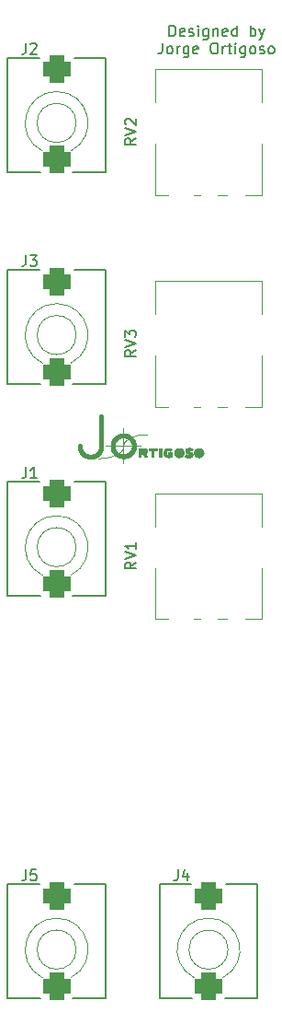
<source format=gto>
G04 #@! TF.GenerationSoftware,KiCad,Pcbnew,(6.0.1)*
G04 #@! TF.CreationDate,2023-06-10T19:20:07+02:00*
G04 #@! TF.ProjectId,mixer,6d697865-722e-46b6-9963-61645f706362,rev?*
G04 #@! TF.SameCoordinates,Original*
G04 #@! TF.FileFunction,Legend,Top*
G04 #@! TF.FilePolarity,Positive*
%FSLAX46Y46*%
G04 Gerber Fmt 4.6, Leading zero omitted, Abs format (unit mm)*
G04 Created by KiCad (PCBNEW (6.0.1)) date 2023-06-10 19:20:07*
%MOMM*%
%LPD*%
G01*
G04 APERTURE LIST*
G04 Aperture macros list*
%AMRoundRect*
0 Rectangle with rounded corners*
0 $1 Rounding radius*
0 $2 $3 $4 $5 $6 $7 $8 $9 X,Y pos of 4 corners*
0 Add a 4 corners polygon primitive as box body*
4,1,4,$2,$3,$4,$5,$6,$7,$8,$9,$2,$3,0*
0 Add four circle primitives for the rounded corners*
1,1,$1+$1,$2,$3*
1,1,$1+$1,$4,$5*
1,1,$1+$1,$6,$7*
1,1,$1+$1,$8,$9*
0 Add four rect primitives between the rounded corners*
20,1,$1+$1,$2,$3,$4,$5,0*
20,1,$1+$1,$4,$5,$6,$7,0*
20,1,$1+$1,$6,$7,$8,$9,0*
20,1,$1+$1,$8,$9,$2,$3,0*%
G04 Aperture macros list end*
%ADD10C,0.011565*%
%ADD11C,0.121440*%
%ADD12C,0.399019*%
%ADD13C,0.112766*%
%ADD14C,0.150000*%
%ADD15C,0.120000*%
%ADD16C,0.200000*%
%ADD17O,2.720000X3.240000*%
%ADD18R,1.800000X1.800000*%
%ADD19C,1.800000*%
%ADD20O,3.100000X2.100000*%
%ADD21RoundRect,0.650000X-0.650000X-0.650000X0.650000X-0.650000X0.650000X0.650000X-0.650000X0.650000X0*%
%ADD22C,1.400000*%
%ADD23O,1.400000X1.400000*%
%ADD24C,1.600000*%
%ADD25R,2.200000X2.200000*%
%ADD26O,2.200000X2.200000*%
%ADD27R,1.200000X1.200000*%
%ADD28C,1.200000*%
%ADD29R,1.600000X1.600000*%
%ADD30O,1.600000X1.600000*%
%ADD31RoundRect,0.250000X0.600000X-0.600000X0.600000X0.600000X-0.600000X0.600000X-0.600000X-0.600000X0*%
%ADD32C,1.700000*%
G04 APERTURE END LIST*
D10*
X66189923Y-95373929D02*
X66335003Y-95724391D01*
X66335003Y-95724391D02*
X66108874Y-95724391D01*
X66108874Y-95724391D02*
X65983133Y-95411576D01*
X65983133Y-95411576D02*
X65776342Y-95411576D01*
X65776342Y-95411576D02*
X65776342Y-95724391D01*
X65776342Y-95724391D02*
X65570795Y-95724391D01*
X65570795Y-95724391D02*
X65570795Y-94902404D01*
X65570795Y-94902404D02*
X66053263Y-94902404D01*
X66053263Y-94902404D02*
X66066676Y-94902735D01*
X66066676Y-94902735D02*
X66079923Y-94903719D01*
X66079923Y-94903719D02*
X66092987Y-94905339D01*
X66092987Y-94905339D02*
X66105852Y-94907579D01*
X66105852Y-94907579D02*
X66118499Y-94910423D01*
X66118499Y-94910423D02*
X66130913Y-94913854D01*
X66130913Y-94913854D02*
X66143075Y-94917858D01*
X66143075Y-94917858D02*
X66154969Y-94922416D01*
X66154969Y-94922416D02*
X66166578Y-94927514D01*
X66166578Y-94927514D02*
X66177885Y-94933134D01*
X66177885Y-94933134D02*
X66188873Y-94939262D01*
X66188873Y-94939262D02*
X66199524Y-94945880D01*
X66199524Y-94945880D02*
X66209822Y-94952973D01*
X66209822Y-94952973D02*
X66219749Y-94960524D01*
X66219749Y-94960524D02*
X66229289Y-94968517D01*
X66229289Y-94968517D02*
X66238425Y-94976937D01*
X66238425Y-94976937D02*
X66247139Y-94985766D01*
X66247139Y-94985766D02*
X66255414Y-94994990D01*
X66255414Y-94994990D02*
X66263233Y-95004590D01*
X66263233Y-95004590D02*
X66270580Y-95014552D01*
X66270580Y-95014552D02*
X66277438Y-95024860D01*
X66277438Y-95024860D02*
X66283788Y-95035496D01*
X66283788Y-95035496D02*
X66289614Y-95046446D01*
X66289614Y-95046446D02*
X66294900Y-95057692D01*
X66294900Y-95057692D02*
X66299627Y-95069219D01*
X66299627Y-95069219D02*
X66303780Y-95081011D01*
X66303780Y-95081011D02*
X66307340Y-95093050D01*
X66307340Y-95093050D02*
X66310292Y-95105322D01*
X66310292Y-95105322D02*
X66312617Y-95117810D01*
X66312617Y-95117810D02*
X66314299Y-95130498D01*
X66314299Y-95130498D02*
X66315320Y-95143369D01*
X66315320Y-95143369D02*
X66315665Y-95156408D01*
X66315665Y-95156408D02*
X66315076Y-95173475D01*
X66315076Y-95173475D02*
X66313335Y-95190256D01*
X66313335Y-95190256D02*
X66310482Y-95206713D01*
X66310482Y-95206713D02*
X66306556Y-95222808D01*
X66306556Y-95222808D02*
X66301595Y-95238503D01*
X66301595Y-95238503D02*
X66295638Y-95253760D01*
X66295638Y-95253760D02*
X66288725Y-95268541D01*
X66288725Y-95268541D02*
X66280895Y-95282809D01*
X66280895Y-95282809D02*
X66272187Y-95296526D01*
X66272187Y-95296526D02*
X66262640Y-95309654D01*
X66262640Y-95309654D02*
X66252293Y-95322154D01*
X66252293Y-95322154D02*
X66241184Y-95333990D01*
X66241184Y-95333990D02*
X66229354Y-95345124D01*
X66229354Y-95345124D02*
X66216841Y-95355516D01*
X66216841Y-95355516D02*
X66203684Y-95365131D01*
X66203684Y-95365131D02*
X66189922Y-95373929D01*
X66189922Y-95373929D02*
X66189923Y-95373929D01*
X66189923Y-95373929D02*
X66189923Y-95373929D01*
G36*
X66066676Y-94902735D02*
G01*
X66079923Y-94903719D01*
X66092987Y-94905339D01*
X66105852Y-94907579D01*
X66118499Y-94910423D01*
X66130913Y-94913854D01*
X66143075Y-94917858D01*
X66154969Y-94922416D01*
X66166578Y-94927514D01*
X66177885Y-94933134D01*
X66188873Y-94939262D01*
X66199524Y-94945880D01*
X66209822Y-94952973D01*
X66219749Y-94960524D01*
X66229289Y-94968517D01*
X66238425Y-94976937D01*
X66247139Y-94985766D01*
X66255414Y-94994990D01*
X66263233Y-95004590D01*
X66270580Y-95014552D01*
X66277438Y-95024860D01*
X66283788Y-95035496D01*
X66289614Y-95046446D01*
X66294900Y-95057692D01*
X66299627Y-95069219D01*
X66303780Y-95081011D01*
X66307340Y-95093050D01*
X66310292Y-95105322D01*
X66312617Y-95117810D01*
X66314299Y-95130498D01*
X66315320Y-95143369D01*
X66315665Y-95156408D01*
X66315076Y-95173475D01*
X66313335Y-95190256D01*
X66310482Y-95206713D01*
X66306556Y-95222808D01*
X66301595Y-95238503D01*
X66295638Y-95253760D01*
X66288725Y-95268541D01*
X66280895Y-95282809D01*
X66272187Y-95296526D01*
X66262640Y-95309654D01*
X66252293Y-95322154D01*
X66241184Y-95333990D01*
X66229354Y-95345124D01*
X66216841Y-95355516D01*
X66203684Y-95365131D01*
X66189922Y-95373929D01*
X66189923Y-95373929D01*
X66335003Y-95724391D01*
X66108874Y-95724391D01*
X65983133Y-95411576D01*
X65776342Y-95411576D01*
X65776342Y-95724391D01*
X65570795Y-95724391D01*
X65570795Y-94902404D01*
X66053263Y-94902404D01*
X66066676Y-94902735D01*
G37*
X66066676Y-94902735D02*
X66079923Y-94903719D01*
X66092987Y-94905339D01*
X66105852Y-94907579D01*
X66118499Y-94910423D01*
X66130913Y-94913854D01*
X66143075Y-94917858D01*
X66154969Y-94922416D01*
X66166578Y-94927514D01*
X66177885Y-94933134D01*
X66188873Y-94939262D01*
X66199524Y-94945880D01*
X66209822Y-94952973D01*
X66219749Y-94960524D01*
X66229289Y-94968517D01*
X66238425Y-94976937D01*
X66247139Y-94985766D01*
X66255414Y-94994990D01*
X66263233Y-95004590D01*
X66270580Y-95014552D01*
X66277438Y-95024860D01*
X66283788Y-95035496D01*
X66289614Y-95046446D01*
X66294900Y-95057692D01*
X66299627Y-95069219D01*
X66303780Y-95081011D01*
X66307340Y-95093050D01*
X66310292Y-95105322D01*
X66312617Y-95117810D01*
X66314299Y-95130498D01*
X66315320Y-95143369D01*
X66315665Y-95156408D01*
X66315076Y-95173475D01*
X66313335Y-95190256D01*
X66310482Y-95206713D01*
X66306556Y-95222808D01*
X66301595Y-95238503D01*
X66295638Y-95253760D01*
X66288725Y-95268541D01*
X66280895Y-95282809D01*
X66272187Y-95296526D01*
X66262640Y-95309654D01*
X66252293Y-95322154D01*
X66241184Y-95333990D01*
X66229354Y-95345124D01*
X66216841Y-95355516D01*
X66203684Y-95365131D01*
X66189922Y-95373929D01*
X66189923Y-95373929D01*
X66335003Y-95724391D01*
X66108874Y-95724391D01*
X65983133Y-95411576D01*
X65776342Y-95411576D01*
X65776342Y-95724391D01*
X65570795Y-95724391D01*
X65570795Y-94902404D01*
X66053263Y-94902404D01*
X66066676Y-94902735D01*
D11*
X63867203Y-95228349D02*
X63812635Y-95275450D01*
D12*
X64729060Y-95458278D02*
X64690506Y-95484939D01*
D11*
X64166745Y-94527393D02*
X64186640Y-94474175D01*
D10*
X66108874Y-95156408D02*
X66108801Y-95153666D01*
X66108801Y-95153666D02*
X66108582Y-95150956D01*
X66108582Y-95150956D02*
X66108222Y-95148280D01*
X66108222Y-95148280D02*
X66107725Y-95145643D01*
X66107725Y-95145643D02*
X66107094Y-95143049D01*
X66107094Y-95143049D02*
X66106333Y-95140500D01*
X66106333Y-95140500D02*
X66105446Y-95138001D01*
X66105446Y-95138001D02*
X66104437Y-95135555D01*
X66104437Y-95135555D02*
X66103309Y-95133166D01*
X66103309Y-95133166D02*
X66102066Y-95130838D01*
X66102066Y-95130838D02*
X66100712Y-95128574D01*
X66100712Y-95128574D02*
X66099250Y-95126378D01*
X66099250Y-95126378D02*
X66097685Y-95124253D01*
X66097685Y-95124253D02*
X66096020Y-95122203D01*
X66096020Y-95122203D02*
X66094259Y-95120232D01*
X66094259Y-95120232D02*
X66092406Y-95118344D01*
X66092406Y-95118344D02*
X66090464Y-95116542D01*
X66090464Y-95116542D02*
X66088438Y-95114829D01*
X66088438Y-95114829D02*
X66086330Y-95113210D01*
X66086330Y-95113210D02*
X66084145Y-95111688D01*
X66084145Y-95111688D02*
X66081886Y-95110267D01*
X66081886Y-95110267D02*
X66079558Y-95108950D01*
X66079558Y-95108950D02*
X66077164Y-95107742D01*
X66077164Y-95107742D02*
X66074707Y-95106645D01*
X66074707Y-95106645D02*
X66072192Y-95105663D01*
X66072192Y-95105663D02*
X66069622Y-95104801D01*
X66069622Y-95104801D02*
X66067001Y-95104061D01*
X66067001Y-95104061D02*
X66064333Y-95103447D01*
X66064333Y-95103447D02*
X66061621Y-95102963D01*
X66061621Y-95102963D02*
X66058870Y-95102613D01*
X66058870Y-95102613D02*
X66056083Y-95102401D01*
X66056083Y-95102401D02*
X66053263Y-95102329D01*
X66053263Y-95102329D02*
X65776342Y-95102329D01*
X65776342Y-95102329D02*
X65776342Y-95211693D01*
X65776342Y-95211693D02*
X66053263Y-95211693D01*
X66053263Y-95211693D02*
X66056083Y-95211622D01*
X66056083Y-95211622D02*
X66058870Y-95211409D01*
X66058870Y-95211409D02*
X66061621Y-95211058D01*
X66061621Y-95211058D02*
X66064333Y-95210573D01*
X66064333Y-95210573D02*
X66067001Y-95209958D01*
X66067001Y-95209958D02*
X66069622Y-95209214D01*
X66069622Y-95209214D02*
X66072192Y-95208347D01*
X66072192Y-95208347D02*
X66074707Y-95207359D01*
X66074707Y-95207359D02*
X66077164Y-95206254D01*
X66077164Y-95206254D02*
X66079558Y-95205036D01*
X66079558Y-95205036D02*
X66081886Y-95203707D01*
X66081886Y-95203707D02*
X66084145Y-95202271D01*
X66084145Y-95202271D02*
X66086330Y-95200732D01*
X66086330Y-95200732D02*
X66088438Y-95199093D01*
X66088438Y-95199093D02*
X66090464Y-95197357D01*
X66090464Y-95197357D02*
X66092406Y-95195529D01*
X66092406Y-95195529D02*
X66094259Y-95193610D01*
X66094259Y-95193610D02*
X66096020Y-95191606D01*
X66096020Y-95191606D02*
X66097685Y-95189518D01*
X66097685Y-95189518D02*
X66099250Y-95187351D01*
X66099250Y-95187351D02*
X66100712Y-95185109D01*
X66100712Y-95185109D02*
X66102066Y-95182793D01*
X66102066Y-95182793D02*
X66103309Y-95180409D01*
X66103309Y-95180409D02*
X66104437Y-95177959D01*
X66104437Y-95177959D02*
X66105446Y-95175447D01*
X66105446Y-95175447D02*
X66106333Y-95172876D01*
X66106333Y-95172876D02*
X66107094Y-95170249D01*
X66107094Y-95170249D02*
X66107725Y-95167571D01*
X66107725Y-95167571D02*
X66108222Y-95164844D01*
X66108222Y-95164844D02*
X66108582Y-95162073D01*
X66108582Y-95162073D02*
X66108801Y-95159259D01*
X66108801Y-95159259D02*
X66108874Y-95156408D01*
X66108874Y-95156408D02*
X66108874Y-95156408D01*
G36*
X66056083Y-95102401D02*
G01*
X66058870Y-95102613D01*
X66061621Y-95102963D01*
X66064333Y-95103447D01*
X66067001Y-95104061D01*
X66069622Y-95104801D01*
X66072192Y-95105663D01*
X66074707Y-95106645D01*
X66077164Y-95107742D01*
X66079558Y-95108950D01*
X66081886Y-95110267D01*
X66084145Y-95111688D01*
X66086330Y-95113210D01*
X66088438Y-95114829D01*
X66090464Y-95116542D01*
X66092406Y-95118344D01*
X66094259Y-95120232D01*
X66096020Y-95122203D01*
X66097685Y-95124253D01*
X66099250Y-95126378D01*
X66100712Y-95128574D01*
X66102066Y-95130838D01*
X66103309Y-95133166D01*
X66104437Y-95135555D01*
X66105446Y-95138001D01*
X66106333Y-95140500D01*
X66107094Y-95143049D01*
X66107725Y-95145643D01*
X66108222Y-95148280D01*
X66108582Y-95150956D01*
X66108801Y-95153666D01*
X66108874Y-95156408D01*
X66108801Y-95159259D01*
X66108582Y-95162073D01*
X66108222Y-95164844D01*
X66107725Y-95167571D01*
X66107094Y-95170249D01*
X66106333Y-95172876D01*
X66105446Y-95175447D01*
X66104437Y-95177959D01*
X66103309Y-95180409D01*
X66102066Y-95182793D01*
X66100712Y-95185109D01*
X66099250Y-95187351D01*
X66097685Y-95189518D01*
X66096020Y-95191606D01*
X66094259Y-95193610D01*
X66092406Y-95195529D01*
X66090464Y-95197357D01*
X66088438Y-95199093D01*
X66086330Y-95200732D01*
X66084145Y-95202271D01*
X66081886Y-95203707D01*
X66079558Y-95205036D01*
X66077164Y-95206254D01*
X66074707Y-95207359D01*
X66072192Y-95208347D01*
X66069622Y-95209214D01*
X66067001Y-95209958D01*
X66064333Y-95210573D01*
X66061621Y-95211058D01*
X66058870Y-95211409D01*
X66056083Y-95211622D01*
X66053263Y-95211693D01*
X65776342Y-95211693D01*
X65776342Y-95102329D01*
X66053263Y-95102329D01*
X66056083Y-95102401D01*
G37*
X66056083Y-95102401D02*
X66058870Y-95102613D01*
X66061621Y-95102963D01*
X66064333Y-95103447D01*
X66067001Y-95104061D01*
X66069622Y-95104801D01*
X66072192Y-95105663D01*
X66074707Y-95106645D01*
X66077164Y-95107742D01*
X66079558Y-95108950D01*
X66081886Y-95110267D01*
X66084145Y-95111688D01*
X66086330Y-95113210D01*
X66088438Y-95114829D01*
X66090464Y-95116542D01*
X66092406Y-95118344D01*
X66094259Y-95120232D01*
X66096020Y-95122203D01*
X66097685Y-95124253D01*
X66099250Y-95126378D01*
X66100712Y-95128574D01*
X66102066Y-95130838D01*
X66103309Y-95133166D01*
X66104437Y-95135555D01*
X66105446Y-95138001D01*
X66106333Y-95140500D01*
X66107094Y-95143049D01*
X66107725Y-95145643D01*
X66108222Y-95148280D01*
X66108582Y-95150956D01*
X66108801Y-95153666D01*
X66108874Y-95156408D01*
X66108801Y-95159259D01*
X66108582Y-95162073D01*
X66108222Y-95164844D01*
X66107725Y-95167571D01*
X66107094Y-95170249D01*
X66106333Y-95172876D01*
X66105446Y-95175447D01*
X66104437Y-95177959D01*
X66103309Y-95180409D01*
X66102066Y-95182793D01*
X66100712Y-95185109D01*
X66099250Y-95187351D01*
X66097685Y-95189518D01*
X66096020Y-95191606D01*
X66094259Y-95193610D01*
X66092406Y-95195529D01*
X66090464Y-95197357D01*
X66088438Y-95199093D01*
X66086330Y-95200732D01*
X66084145Y-95202271D01*
X66081886Y-95203707D01*
X66079558Y-95205036D01*
X66077164Y-95206254D01*
X66074707Y-95207359D01*
X66072192Y-95208347D01*
X66069622Y-95209214D01*
X66067001Y-95209958D01*
X66064333Y-95210573D01*
X66061621Y-95211058D01*
X66058870Y-95211409D01*
X66056083Y-95211622D01*
X66053263Y-95211693D01*
X65776342Y-95211693D01*
X65776342Y-95102329D01*
X66053263Y-95102329D01*
X66056083Y-95102401D01*
D12*
X64090078Y-93736995D02*
X64140680Y-93735750D01*
D11*
X65422822Y-93718261D02*
X65523130Y-93696643D01*
D12*
X63630781Y-93874183D02*
X63671961Y-93851159D01*
X63157321Y-94691998D02*
X63157321Y-94691998D01*
X60179086Y-95040293D02*
X60197463Y-95084610D01*
X65118973Y-94789768D02*
X65112720Y-94837624D01*
D11*
X64657394Y-94004717D02*
X64728532Y-93965532D01*
D12*
X65046776Y-95064212D02*
X65027084Y-95106570D01*
X64928699Y-95264137D02*
X64899506Y-95300262D01*
D11*
X62218648Y-95803783D02*
X62105094Y-95810928D01*
D12*
X63168652Y-94837624D02*
X63162398Y-94789768D01*
X64981692Y-95187847D02*
X64956114Y-95226646D01*
X65093093Y-94453007D02*
X65104073Y-94499272D01*
D13*
X64140679Y-93062725D02*
X64140679Y-96321284D01*
D12*
X63234600Y-95064212D02*
X63216993Y-95020787D01*
X61799256Y-95424554D02*
X61762826Y-95455318D01*
X62082985Y-94990924D02*
X62067208Y-95036435D01*
D10*
X71329339Y-95311654D02*
X71329044Y-95300258D01*
X71329044Y-95300258D02*
X71328168Y-95289013D01*
X71328168Y-95289013D02*
X71326725Y-95277934D01*
X71326725Y-95277934D02*
X71324729Y-95267035D01*
X71324729Y-95267035D02*
X71322196Y-95256328D01*
X71322196Y-95256328D02*
X71319138Y-95245829D01*
X71319138Y-95245829D02*
X71315569Y-95235550D01*
X71315569Y-95235550D02*
X71311505Y-95225505D01*
X71311505Y-95225505D02*
X71306960Y-95215709D01*
X71306960Y-95215709D02*
X71301946Y-95206175D01*
X71301946Y-95206175D02*
X71296479Y-95196917D01*
X71296479Y-95196917D02*
X71290573Y-95187948D01*
X71290573Y-95187948D02*
X71284242Y-95179282D01*
X71284242Y-95179282D02*
X71277500Y-95170934D01*
X71277500Y-95170934D02*
X71270361Y-95162916D01*
X71270361Y-95162916D02*
X71262840Y-95155243D01*
X71262840Y-95155243D02*
X71254950Y-95147928D01*
X71254950Y-95147928D02*
X71246706Y-95140985D01*
X71246706Y-95140985D02*
X71238122Y-95134429D01*
X71238122Y-95134429D02*
X71229212Y-95128272D01*
X71229212Y-95128272D02*
X71219990Y-95122528D01*
X71219990Y-95122528D02*
X71210471Y-95117212D01*
X71210471Y-95117212D02*
X71200668Y-95112336D01*
X71200668Y-95112336D02*
X71190596Y-95107916D01*
X71190596Y-95107916D02*
X71180269Y-95103964D01*
X71180269Y-95103964D02*
X71169701Y-95100494D01*
X71169701Y-95100494D02*
X71158906Y-95097520D01*
X71158906Y-95097520D02*
X71147898Y-95095056D01*
X71147898Y-95095056D02*
X71136692Y-95093115D01*
X71136692Y-95093115D02*
X71125302Y-95091712D01*
X71125302Y-95091712D02*
X71113742Y-95090860D01*
X71113742Y-95090860D02*
X71102026Y-95090573D01*
X71102026Y-95090573D02*
X71090415Y-95090860D01*
X71090415Y-95090860D02*
X71078946Y-95091712D01*
X71078946Y-95091712D02*
X71067635Y-95093115D01*
X71067635Y-95093115D02*
X71056495Y-95095056D01*
X71056495Y-95095056D02*
X71045542Y-95097520D01*
X71045542Y-95097520D02*
X71034791Y-95100494D01*
X71034791Y-95100494D02*
X71024257Y-95103964D01*
X71024257Y-95103964D02*
X71013953Y-95107916D01*
X71013953Y-95107916D02*
X71003896Y-95112336D01*
X71003896Y-95112336D02*
X70994100Y-95117212D01*
X70994100Y-95117212D02*
X70984580Y-95122528D01*
X70984580Y-95122528D02*
X70975351Y-95128272D01*
X70975351Y-95128272D02*
X70966427Y-95134429D01*
X70966427Y-95134429D02*
X70957823Y-95140985D01*
X70957823Y-95140985D02*
X70949555Y-95147928D01*
X70949555Y-95147928D02*
X70941637Y-95155243D01*
X70941637Y-95155243D02*
X70934084Y-95162916D01*
X70934084Y-95162916D02*
X70926910Y-95170934D01*
X70926910Y-95170934D02*
X70920131Y-95179282D01*
X70920131Y-95179282D02*
X70913762Y-95187948D01*
X70913762Y-95187948D02*
X70907816Y-95196917D01*
X70907816Y-95196917D02*
X70902310Y-95206175D01*
X70902310Y-95206175D02*
X70897258Y-95215709D01*
X70897258Y-95215709D02*
X70892675Y-95225505D01*
X70892675Y-95225505D02*
X70888575Y-95235550D01*
X70888575Y-95235550D02*
X70884974Y-95245829D01*
X70884974Y-95245829D02*
X70881886Y-95256328D01*
X70881886Y-95256328D02*
X70879326Y-95267035D01*
X70879326Y-95267035D02*
X70877310Y-95277934D01*
X70877310Y-95277934D02*
X70875851Y-95289013D01*
X70875851Y-95289013D02*
X70874964Y-95300258D01*
X70874964Y-95300258D02*
X70874666Y-95311654D01*
X70874666Y-95311654D02*
X70874964Y-95323047D01*
X70874964Y-95323047D02*
X70875851Y-95334289D01*
X70875851Y-95334289D02*
X70877310Y-95345365D01*
X70877310Y-95345365D02*
X70879326Y-95356262D01*
X70879326Y-95356262D02*
X70881886Y-95366966D01*
X70881886Y-95366966D02*
X70884974Y-95377463D01*
X70884974Y-95377463D02*
X70888575Y-95387740D01*
X70888575Y-95387740D02*
X70892675Y-95397782D01*
X70892675Y-95397782D02*
X70897258Y-95407577D01*
X70897258Y-95407577D02*
X70902310Y-95417109D01*
X70902310Y-95417109D02*
X70907816Y-95426366D01*
X70907816Y-95426366D02*
X70913762Y-95435334D01*
X70913762Y-95435334D02*
X70920131Y-95443998D01*
X70920131Y-95443998D02*
X70926910Y-95452346D01*
X70926910Y-95452346D02*
X70934084Y-95460362D01*
X70934084Y-95460362D02*
X70941637Y-95468035D01*
X70941637Y-95468035D02*
X70949555Y-95475349D01*
X70949555Y-95475349D02*
X70957823Y-95482291D01*
X70957823Y-95482291D02*
X70966427Y-95488847D01*
X70966427Y-95488847D02*
X70975351Y-95495004D01*
X70975351Y-95495004D02*
X70984580Y-95500747D01*
X70984580Y-95500747D02*
X70994100Y-95506063D01*
X70994100Y-95506063D02*
X71003896Y-95510938D01*
X71003896Y-95510938D02*
X71013953Y-95515359D01*
X71013953Y-95515359D02*
X71024257Y-95519311D01*
X71024257Y-95519311D02*
X71034791Y-95522780D01*
X71034791Y-95522780D02*
X71045542Y-95525754D01*
X71045542Y-95525754D02*
X71056495Y-95528218D01*
X71056495Y-95528218D02*
X71067635Y-95530158D01*
X71067635Y-95530158D02*
X71078946Y-95531562D01*
X71078946Y-95531562D02*
X71090415Y-95532413D01*
X71090415Y-95532413D02*
X71102026Y-95532701D01*
X71102026Y-95532701D02*
X71113742Y-95532413D01*
X71113742Y-95532413D02*
X71125302Y-95531562D01*
X71125302Y-95531562D02*
X71136692Y-95530158D01*
X71136692Y-95530158D02*
X71147898Y-95528218D01*
X71147898Y-95528218D02*
X71158906Y-95525754D01*
X71158906Y-95525754D02*
X71169701Y-95522780D01*
X71169701Y-95522780D02*
X71180269Y-95519311D01*
X71180269Y-95519311D02*
X71190596Y-95515359D01*
X71190596Y-95515359D02*
X71200668Y-95510938D01*
X71200668Y-95510938D02*
X71210471Y-95506063D01*
X71210471Y-95506063D02*
X71219990Y-95500747D01*
X71219990Y-95500747D02*
X71229212Y-95495004D01*
X71229212Y-95495004D02*
X71238122Y-95488847D01*
X71238122Y-95488847D02*
X71246706Y-95482291D01*
X71246706Y-95482291D02*
X71254950Y-95475349D01*
X71254950Y-95475349D02*
X71262840Y-95468035D01*
X71262840Y-95468035D02*
X71270361Y-95460362D01*
X71270361Y-95460362D02*
X71277500Y-95452346D01*
X71277500Y-95452346D02*
X71284242Y-95443998D01*
X71284242Y-95443998D02*
X71290573Y-95435334D01*
X71290573Y-95435334D02*
X71296479Y-95426366D01*
X71296479Y-95426366D02*
X71301946Y-95417109D01*
X71301946Y-95417109D02*
X71306960Y-95407577D01*
X71306960Y-95407577D02*
X71311505Y-95397782D01*
X71311505Y-95397782D02*
X71315569Y-95387740D01*
X71315569Y-95387740D02*
X71319138Y-95377463D01*
X71319138Y-95377463D02*
X71322196Y-95366966D01*
X71322196Y-95366966D02*
X71324729Y-95356262D01*
X71324729Y-95356262D02*
X71326725Y-95345365D01*
X71326725Y-95345365D02*
X71328168Y-95334289D01*
X71328168Y-95334289D02*
X71329044Y-95323047D01*
X71329044Y-95323047D02*
X71329339Y-95311654D01*
X71329339Y-95311654D02*
X71329339Y-95311654D01*
G36*
X71113742Y-95090860D02*
G01*
X71125302Y-95091712D01*
X71136692Y-95093115D01*
X71147898Y-95095056D01*
X71158906Y-95097520D01*
X71169701Y-95100494D01*
X71180269Y-95103964D01*
X71190596Y-95107916D01*
X71200668Y-95112336D01*
X71210471Y-95117212D01*
X71219990Y-95122528D01*
X71229212Y-95128272D01*
X71238122Y-95134429D01*
X71246706Y-95140985D01*
X71254950Y-95147928D01*
X71262840Y-95155243D01*
X71270361Y-95162916D01*
X71277500Y-95170934D01*
X71284242Y-95179282D01*
X71290573Y-95187948D01*
X71296479Y-95196917D01*
X71301946Y-95206175D01*
X71306960Y-95215709D01*
X71311505Y-95225505D01*
X71315569Y-95235550D01*
X71319138Y-95245829D01*
X71322196Y-95256328D01*
X71324729Y-95267035D01*
X71326725Y-95277934D01*
X71328168Y-95289013D01*
X71329044Y-95300258D01*
X71329339Y-95311654D01*
X71329044Y-95323047D01*
X71328168Y-95334289D01*
X71326725Y-95345365D01*
X71324729Y-95356262D01*
X71322196Y-95366966D01*
X71319138Y-95377463D01*
X71315569Y-95387740D01*
X71311505Y-95397782D01*
X71306960Y-95407577D01*
X71301946Y-95417109D01*
X71296479Y-95426366D01*
X71290573Y-95435334D01*
X71284242Y-95443998D01*
X71277500Y-95452346D01*
X71270361Y-95460362D01*
X71262840Y-95468035D01*
X71254950Y-95475349D01*
X71246706Y-95482291D01*
X71238122Y-95488847D01*
X71229212Y-95495004D01*
X71219990Y-95500747D01*
X71210471Y-95506063D01*
X71200668Y-95510938D01*
X71190596Y-95515359D01*
X71180269Y-95519311D01*
X71169701Y-95522780D01*
X71158906Y-95525754D01*
X71147898Y-95528218D01*
X71136692Y-95530158D01*
X71125302Y-95531562D01*
X71113742Y-95532413D01*
X71102026Y-95532701D01*
X71090415Y-95532413D01*
X71078946Y-95531562D01*
X71067635Y-95530158D01*
X71056495Y-95528218D01*
X71045542Y-95525754D01*
X71034791Y-95522780D01*
X71024257Y-95519311D01*
X71013953Y-95515359D01*
X71003896Y-95510938D01*
X70994100Y-95506063D01*
X70984580Y-95500747D01*
X70975351Y-95495004D01*
X70966427Y-95488847D01*
X70957823Y-95482291D01*
X70949555Y-95475349D01*
X70941637Y-95468035D01*
X70934084Y-95460362D01*
X70926910Y-95452346D01*
X70920131Y-95443998D01*
X70913762Y-95435334D01*
X70907816Y-95426366D01*
X70902310Y-95417109D01*
X70897258Y-95407577D01*
X70892675Y-95397782D01*
X70888575Y-95387740D01*
X70884974Y-95377463D01*
X70881886Y-95366966D01*
X70879326Y-95356262D01*
X70877310Y-95345365D01*
X70875851Y-95334289D01*
X70874964Y-95323047D01*
X70874666Y-95311654D01*
X70874964Y-95300258D01*
X70875851Y-95289013D01*
X70877310Y-95277934D01*
X70879326Y-95267035D01*
X70881886Y-95256328D01*
X70884974Y-95245829D01*
X70888575Y-95235550D01*
X70892675Y-95225505D01*
X70897258Y-95215709D01*
X70902310Y-95206175D01*
X70907816Y-95196917D01*
X70913762Y-95187948D01*
X70920131Y-95179282D01*
X70926910Y-95170934D01*
X70934084Y-95162916D01*
X70941637Y-95155243D01*
X70949555Y-95147928D01*
X70957823Y-95140985D01*
X70966427Y-95134429D01*
X70975351Y-95128272D01*
X70984580Y-95122528D01*
X70994100Y-95117212D01*
X71003896Y-95112336D01*
X71013953Y-95107916D01*
X71024257Y-95103964D01*
X71034791Y-95100494D01*
X71045542Y-95097520D01*
X71056495Y-95095056D01*
X71067635Y-95093115D01*
X71078946Y-95091712D01*
X71090415Y-95090860D01*
X71102026Y-95090573D01*
X71113742Y-95090860D01*
G37*
X71113742Y-95090860D02*
X71125302Y-95091712D01*
X71136692Y-95093115D01*
X71147898Y-95095056D01*
X71158906Y-95097520D01*
X71169701Y-95100494D01*
X71180269Y-95103964D01*
X71190596Y-95107916D01*
X71200668Y-95112336D01*
X71210471Y-95117212D01*
X71219990Y-95122528D01*
X71229212Y-95128272D01*
X71238122Y-95134429D01*
X71246706Y-95140985D01*
X71254950Y-95147928D01*
X71262840Y-95155243D01*
X71270361Y-95162916D01*
X71277500Y-95170934D01*
X71284242Y-95179282D01*
X71290573Y-95187948D01*
X71296479Y-95196917D01*
X71301946Y-95206175D01*
X71306960Y-95215709D01*
X71311505Y-95225505D01*
X71315569Y-95235550D01*
X71319138Y-95245829D01*
X71322196Y-95256328D01*
X71324729Y-95267035D01*
X71326725Y-95277934D01*
X71328168Y-95289013D01*
X71329044Y-95300258D01*
X71329339Y-95311654D01*
X71329044Y-95323047D01*
X71328168Y-95334289D01*
X71326725Y-95345365D01*
X71324729Y-95356262D01*
X71322196Y-95366966D01*
X71319138Y-95377463D01*
X71315569Y-95387740D01*
X71311505Y-95397782D01*
X71306960Y-95407577D01*
X71301946Y-95417109D01*
X71296479Y-95426366D01*
X71290573Y-95435334D01*
X71284242Y-95443998D01*
X71277500Y-95452346D01*
X71270361Y-95460362D01*
X71262840Y-95468035D01*
X71254950Y-95475349D01*
X71246706Y-95482291D01*
X71238122Y-95488847D01*
X71229212Y-95495004D01*
X71219990Y-95500747D01*
X71210471Y-95506063D01*
X71200668Y-95510938D01*
X71190596Y-95515359D01*
X71180269Y-95519311D01*
X71169701Y-95522780D01*
X71158906Y-95525754D01*
X71147898Y-95528218D01*
X71136692Y-95530158D01*
X71125302Y-95531562D01*
X71113742Y-95532413D01*
X71102026Y-95532701D01*
X71090415Y-95532413D01*
X71078946Y-95531562D01*
X71067635Y-95530158D01*
X71056495Y-95528218D01*
X71045542Y-95525754D01*
X71034791Y-95522780D01*
X71024257Y-95519311D01*
X71013953Y-95515359D01*
X71003896Y-95510938D01*
X70994100Y-95506063D01*
X70984580Y-95500747D01*
X70975351Y-95495004D01*
X70966427Y-95488847D01*
X70957823Y-95482291D01*
X70949555Y-95475349D01*
X70941637Y-95468035D01*
X70934084Y-95460362D01*
X70926910Y-95452346D01*
X70920131Y-95443998D01*
X70913762Y-95435334D01*
X70907816Y-95426366D01*
X70902310Y-95417109D01*
X70897258Y-95407577D01*
X70892675Y-95397782D01*
X70888575Y-95387740D01*
X70884974Y-95377463D01*
X70881886Y-95366966D01*
X70879326Y-95356262D01*
X70877310Y-95345365D01*
X70875851Y-95334289D01*
X70874964Y-95323047D01*
X70874666Y-95311654D01*
X70874964Y-95300258D01*
X70875851Y-95289013D01*
X70877310Y-95277934D01*
X70879326Y-95267035D01*
X70881886Y-95256328D01*
X70884974Y-95245829D01*
X70888575Y-95235550D01*
X70892675Y-95225505D01*
X70897258Y-95215709D01*
X70902310Y-95206175D01*
X70907816Y-95196917D01*
X70913762Y-95187948D01*
X70920131Y-95179282D01*
X70926910Y-95170934D01*
X70934084Y-95162916D01*
X70941637Y-95155243D01*
X70949555Y-95147928D01*
X70957823Y-95140985D01*
X70966427Y-95134429D01*
X70975351Y-95128272D01*
X70984580Y-95122528D01*
X70994100Y-95117212D01*
X71003896Y-95112336D01*
X71013953Y-95107916D01*
X71024257Y-95103964D01*
X71034791Y-95100494D01*
X71045542Y-95097520D01*
X71056495Y-95095056D01*
X71067635Y-95093115D01*
X71078946Y-95091712D01*
X71090415Y-95090860D01*
X71102026Y-95090573D01*
X71113742Y-95090860D01*
D12*
X61276881Y-95667503D02*
X61226592Y-95673724D01*
X64433116Y-93778739D02*
X64478809Y-93793772D01*
X63990928Y-93746768D02*
X64040140Y-93740687D01*
X63894929Y-95618150D02*
X63848266Y-95605264D01*
X60829128Y-95633016D02*
X60876921Y-95645786D01*
X64191287Y-93736995D02*
X64241229Y-93740687D01*
X64928699Y-94119848D02*
X64956115Y-94157338D01*
X60148943Y-94948559D02*
X60162892Y-94994922D01*
X64433116Y-95605264D02*
X64386450Y-95618150D01*
D11*
X65731203Y-93660345D02*
X65838684Y-93645800D01*
D12*
X65093093Y-94930978D02*
X65079842Y-94976355D01*
X62116535Y-94848798D02*
X62107711Y-94897044D01*
X64567026Y-93830042D02*
X64609427Y-93851159D01*
X64140679Y-95648257D02*
X64140679Y-95648257D01*
D11*
X64211902Y-94421894D02*
X64242389Y-94370618D01*
D12*
X60121204Y-94804123D02*
X60128036Y-94853099D01*
X60487305Y-95456506D02*
X60525501Y-95485231D01*
X63158600Y-94642787D02*
X63162398Y-94594222D01*
X63201532Y-94976355D02*
X63188281Y-94930978D01*
X60291524Y-95250135D02*
X60319861Y-95288276D01*
X63479499Y-95399834D02*
X63445347Y-95368170D01*
X60162892Y-94994922D02*
X60179086Y-95040293D01*
X65064383Y-95020787D02*
X65046776Y-95064212D01*
X63158600Y-94741206D02*
X63157321Y-94691998D01*
D11*
X64728532Y-93965532D02*
X64803478Y-93928028D01*
D12*
X62096507Y-94944440D02*
X62082985Y-94990924D01*
X64338873Y-93755177D02*
X64386450Y-93765854D01*
X63671961Y-95532839D02*
X63630780Y-95509813D01*
D11*
X64468246Y-94131686D02*
X64527110Y-94087862D01*
D12*
X64290445Y-93746768D02*
X64338873Y-93755177D01*
X64191286Y-95647012D02*
X64140679Y-95648257D01*
X65027084Y-95106570D02*
X65005369Y-95147802D01*
D11*
X63049376Y-95654023D02*
X62954414Y-95681088D01*
X64186640Y-94474175D02*
X64211902Y-94421894D01*
D12*
X60197463Y-95084610D02*
X60217958Y-95127814D01*
D11*
X62440133Y-95781353D02*
X62330375Y-95793901D01*
D12*
X63757920Y-95573107D02*
X63714361Y-95553957D01*
X60876921Y-95645786D02*
X60925628Y-95656289D01*
D11*
X62653172Y-95748541D02*
X62547779Y-95766210D01*
D12*
X64868600Y-94049028D02*
X64899507Y-94083724D01*
D11*
X64803478Y-93928028D02*
X64882091Y-93892273D01*
X65325187Y-93742102D02*
X65422822Y-93718261D01*
X64038822Y-95026657D02*
X64003199Y-95078932D01*
D12*
X64690506Y-93899055D02*
X64729060Y-93925715D01*
D11*
X64128983Y-94807083D02*
X64114577Y-94863407D01*
D12*
X64567025Y-95553957D02*
X64523465Y-95573107D01*
X61422640Y-95634791D02*
X61374968Y-95647975D01*
D11*
X63690495Y-95365173D02*
X63623208Y-95407654D01*
D12*
X63515180Y-93954102D02*
X63552329Y-93925715D01*
X60450593Y-95426059D02*
X60487305Y-95456506D01*
D11*
X62954414Y-95681088D02*
X62856632Y-95705910D01*
X63551964Y-95448454D02*
X63476907Y-95487504D01*
D12*
X60128036Y-94853099D02*
X60137303Y-94901264D01*
X63445347Y-94015818D02*
X63479499Y-93984156D01*
X64478808Y-95590230D02*
X64433116Y-95605264D01*
X63990928Y-95637238D02*
X63942504Y-95628828D01*
D10*
X68273504Y-95246969D02*
X68650800Y-95246969D01*
X68650800Y-95246969D02*
X68650800Y-95575019D01*
X68650800Y-95575019D02*
X68621763Y-95604420D01*
X68621763Y-95604420D02*
X68606659Y-95618649D01*
X68606659Y-95618649D02*
X68590418Y-95632209D01*
X68590418Y-95632209D02*
X68573125Y-95645066D01*
X68573125Y-95645066D02*
X68554862Y-95657186D01*
X68554862Y-95657186D02*
X68535714Y-95668535D01*
X68535714Y-95668535D02*
X68515763Y-95679078D01*
X68515763Y-95679078D02*
X68495093Y-95688780D01*
X68495093Y-95688780D02*
X68473787Y-95697607D01*
X68473787Y-95697607D02*
X68451929Y-95705525D01*
X68451929Y-95705525D02*
X68429602Y-95712498D01*
X68429602Y-95712498D02*
X68406889Y-95718494D01*
X68406889Y-95718494D02*
X68383874Y-95723476D01*
X68383874Y-95723476D02*
X68360641Y-95727412D01*
X68360641Y-95727412D02*
X68337272Y-95730265D01*
X68337272Y-95730265D02*
X68313851Y-95732003D01*
X68313851Y-95732003D02*
X68290461Y-95732590D01*
X68290461Y-95732590D02*
X68268260Y-95732043D01*
X68268260Y-95732043D02*
X68246348Y-95730420D01*
X68246348Y-95730420D02*
X68224753Y-95727748D01*
X68224753Y-95727748D02*
X68203502Y-95724053D01*
X68203502Y-95724053D02*
X68182623Y-95719362D01*
X68182623Y-95719362D02*
X68162142Y-95713701D01*
X68162142Y-95713701D02*
X68142088Y-95707096D01*
X68142088Y-95707096D02*
X68122486Y-95699575D01*
X68122486Y-95699575D02*
X68103365Y-95691162D01*
X68103365Y-95691162D02*
X68084751Y-95681886D01*
X68084751Y-95681886D02*
X68066672Y-95671772D01*
X68066672Y-95671772D02*
X68049155Y-95660848D01*
X68049155Y-95660848D02*
X68032227Y-95649138D01*
X68032227Y-95649138D02*
X68015915Y-95636671D01*
X68015915Y-95636671D02*
X68000247Y-95623472D01*
X68000247Y-95623472D02*
X67985250Y-95609568D01*
X67985250Y-95609568D02*
X67970951Y-95594985D01*
X67970951Y-95594985D02*
X67957377Y-95579750D01*
X67957377Y-95579750D02*
X67944556Y-95563890D01*
X67944556Y-95563890D02*
X67932514Y-95547430D01*
X67932514Y-95547430D02*
X67921280Y-95530398D01*
X67921280Y-95530398D02*
X67910879Y-95512819D01*
X67910879Y-95512819D02*
X67901340Y-95494721D01*
X67901340Y-95494721D02*
X67892689Y-95476129D01*
X67892689Y-95476129D02*
X67884954Y-95457071D01*
X67884954Y-95457071D02*
X67878163Y-95437572D01*
X67878163Y-95437572D02*
X67872341Y-95417659D01*
X67872341Y-95417659D02*
X67867517Y-95397359D01*
X67867517Y-95397359D02*
X67863717Y-95376699D01*
X67863717Y-95376699D02*
X67860970Y-95355704D01*
X67860970Y-95355704D02*
X67859301Y-95334401D01*
X67859301Y-95334401D02*
X67858739Y-95312816D01*
X67858739Y-95312816D02*
X67859301Y-95291231D01*
X67859301Y-95291231D02*
X67860970Y-95269926D01*
X67860970Y-95269926D02*
X67863717Y-95248930D01*
X67863717Y-95248930D02*
X67867517Y-95228267D01*
X67867517Y-95228267D02*
X67872341Y-95207966D01*
X67872341Y-95207966D02*
X67878163Y-95188052D01*
X67878163Y-95188052D02*
X67884954Y-95168551D01*
X67884954Y-95168551D02*
X67892689Y-95149491D01*
X67892689Y-95149491D02*
X67901340Y-95130897D01*
X67901340Y-95130897D02*
X67910879Y-95112797D01*
X67910879Y-95112797D02*
X67921280Y-95095216D01*
X67921280Y-95095216D02*
X67932514Y-95078182D01*
X67932514Y-95078182D02*
X67944556Y-95061720D01*
X67944556Y-95061720D02*
X67957377Y-95045858D01*
X67957377Y-95045858D02*
X67970951Y-95030621D01*
X67970951Y-95030621D02*
X67985250Y-95016036D01*
X67985250Y-95016036D02*
X68000247Y-95002130D01*
X68000247Y-95002130D02*
X68015915Y-94988929D01*
X68015915Y-94988929D02*
X68032227Y-94976460D01*
X68032227Y-94976460D02*
X68049155Y-94964749D01*
X68049155Y-94964749D02*
X68066672Y-94953823D01*
X68066672Y-94953823D02*
X68084751Y-94943708D01*
X68084751Y-94943708D02*
X68103365Y-94934430D01*
X68103365Y-94934430D02*
X68122486Y-94926016D01*
X68122486Y-94926016D02*
X68142088Y-94918494D01*
X68142088Y-94918494D02*
X68162142Y-94911888D01*
X68162142Y-94911888D02*
X68182623Y-94906226D01*
X68182623Y-94906226D02*
X68203502Y-94901533D01*
X68203502Y-94901533D02*
X68224753Y-94897838D01*
X68224753Y-94897838D02*
X68246348Y-94895165D01*
X68246348Y-94895165D02*
X68268260Y-94893542D01*
X68268260Y-94893542D02*
X68290461Y-94892996D01*
X68290461Y-94892996D02*
X68313960Y-94893626D01*
X68313960Y-94893626D02*
X68337270Y-94895501D01*
X68337270Y-94895501D02*
X68360347Y-94898600D01*
X68360347Y-94898600D02*
X68383145Y-94902899D01*
X68383145Y-94902899D02*
X68405616Y-94908377D01*
X68405616Y-94908377D02*
X68427716Y-94915010D01*
X68427716Y-94915010D02*
X68449398Y-94922777D01*
X68449398Y-94922777D02*
X68470616Y-94931656D01*
X68470616Y-94931656D02*
X68491325Y-94941623D01*
X68491325Y-94941623D02*
X68511477Y-94952657D01*
X68511477Y-94952657D02*
X68531027Y-94964735D01*
X68531027Y-94964735D02*
X68549930Y-94977835D01*
X68549930Y-94977835D02*
X68568138Y-94991934D01*
X68568138Y-94991934D02*
X68585606Y-95007011D01*
X68585606Y-95007011D02*
X68602289Y-95023043D01*
X68602289Y-95023043D02*
X68618139Y-95040007D01*
X68618139Y-95040007D02*
X68462151Y-95170526D01*
X68462151Y-95170526D02*
X68453768Y-95161513D01*
X68453768Y-95161513D02*
X68444956Y-95153008D01*
X68444956Y-95153008D02*
X68435740Y-95145020D01*
X68435740Y-95145020D02*
X68426144Y-95137560D01*
X68426144Y-95137560D02*
X68416194Y-95130638D01*
X68416194Y-95130638D02*
X68405914Y-95124265D01*
X68405914Y-95124265D02*
X68395329Y-95118450D01*
X68395329Y-95118450D02*
X68384465Y-95113203D01*
X68384465Y-95113203D02*
X68373345Y-95108536D01*
X68373345Y-95108536D02*
X68361996Y-95104457D01*
X68361996Y-95104457D02*
X68350441Y-95100978D01*
X68350441Y-95100978D02*
X68338706Y-95098109D01*
X68338706Y-95098109D02*
X68326816Y-95095859D01*
X68326816Y-95095859D02*
X68314795Y-95094240D01*
X68314795Y-95094240D02*
X68302669Y-95093261D01*
X68302669Y-95093261D02*
X68290461Y-95092932D01*
X68290461Y-95092932D02*
X68278854Y-95093219D01*
X68278854Y-95093219D02*
X68267396Y-95094071D01*
X68267396Y-95094071D02*
X68256101Y-95095473D01*
X68256101Y-95095473D02*
X68244984Y-95097412D01*
X68244984Y-95097412D02*
X68234059Y-95099874D01*
X68234059Y-95099874D02*
X68223341Y-95102844D01*
X68223341Y-95102844D02*
X68212844Y-95106310D01*
X68212844Y-95106310D02*
X68202583Y-95110256D01*
X68202583Y-95110256D02*
X68192571Y-95114668D01*
X68192571Y-95114668D02*
X68182824Y-95119534D01*
X68182824Y-95119534D02*
X68173355Y-95124838D01*
X68173355Y-95124838D02*
X68164180Y-95130568D01*
X68164180Y-95130568D02*
X68155311Y-95136708D01*
X68155311Y-95136708D02*
X68146765Y-95143244D01*
X68146765Y-95143244D02*
X68138554Y-95150164D01*
X68138554Y-95150164D02*
X68130694Y-95157452D01*
X68130694Y-95157452D02*
X68123199Y-95165096D01*
X68123199Y-95165096D02*
X68116083Y-95173080D01*
X68116083Y-95173080D02*
X68109361Y-95181391D01*
X68109361Y-95181391D02*
X68103047Y-95190015D01*
X68103047Y-95190015D02*
X68097156Y-95198938D01*
X68097156Y-95198938D02*
X68091701Y-95208146D01*
X68091701Y-95208146D02*
X68086697Y-95217624D01*
X68086697Y-95217624D02*
X68082159Y-95227360D01*
X68082159Y-95227360D02*
X68078102Y-95237339D01*
X68078102Y-95237339D02*
X68074538Y-95247546D01*
X68074538Y-95247546D02*
X68071483Y-95257969D01*
X68071483Y-95257969D02*
X68068952Y-95268592D01*
X68068952Y-95268592D02*
X68066958Y-95279403D01*
X68066958Y-95279403D02*
X68065516Y-95290386D01*
X68065516Y-95290386D02*
X68064640Y-95301529D01*
X68064640Y-95301529D02*
X68064345Y-95312816D01*
X68064345Y-95312816D02*
X68064640Y-95324100D01*
X68064640Y-95324100D02*
X68065516Y-95335233D01*
X68065516Y-95335233D02*
X68066958Y-95346201D01*
X68066958Y-95346201D02*
X68068952Y-95356990D01*
X68068952Y-95356990D02*
X68071483Y-95367587D01*
X68071483Y-95367587D02*
X68074538Y-95377979D01*
X68074538Y-95377979D02*
X68078102Y-95388152D01*
X68078102Y-95388152D02*
X68082159Y-95398091D01*
X68082159Y-95398091D02*
X68086697Y-95407785D01*
X68086697Y-95407785D02*
X68091701Y-95417218D01*
X68091701Y-95417218D02*
X68097156Y-95426378D01*
X68097156Y-95426378D02*
X68103047Y-95435251D01*
X68103047Y-95435251D02*
X68109361Y-95443824D01*
X68109361Y-95443824D02*
X68116083Y-95452082D01*
X68116083Y-95452082D02*
X68123199Y-95460013D01*
X68123199Y-95460013D02*
X68130694Y-95467602D01*
X68130694Y-95467602D02*
X68138554Y-95474837D01*
X68138554Y-95474837D02*
X68146765Y-95481703D01*
X68146765Y-95481703D02*
X68155311Y-95488187D01*
X68155311Y-95488187D02*
X68164180Y-95494276D01*
X68164180Y-95494276D02*
X68173355Y-95499955D01*
X68173355Y-95499955D02*
X68182824Y-95505212D01*
X68182824Y-95505212D02*
X68192571Y-95510032D01*
X68192571Y-95510032D02*
X68202583Y-95514403D01*
X68202583Y-95514403D02*
X68212844Y-95518310D01*
X68212844Y-95518310D02*
X68223341Y-95521741D01*
X68223341Y-95521741D02*
X68234059Y-95524681D01*
X68234059Y-95524681D02*
X68244984Y-95527116D01*
X68244984Y-95527116D02*
X68256101Y-95529034D01*
X68256101Y-95529034D02*
X68267396Y-95530421D01*
X68267396Y-95530421D02*
X68278854Y-95531263D01*
X68278854Y-95531263D02*
X68290461Y-95531547D01*
X68290461Y-95531547D02*
X68300499Y-95531343D01*
X68300499Y-95531343D02*
X68310646Y-95530738D01*
X68310646Y-95530738D02*
X68320869Y-95529748D01*
X68320869Y-95529748D02*
X68331133Y-95528386D01*
X68331133Y-95528386D02*
X68341405Y-95526665D01*
X68341405Y-95526665D02*
X68351651Y-95524599D01*
X68351651Y-95524599D02*
X68361837Y-95522203D01*
X68361837Y-95522203D02*
X68371930Y-95519490D01*
X68371930Y-95519490D02*
X68381895Y-95516473D01*
X68381895Y-95516473D02*
X68391700Y-95513166D01*
X68391700Y-95513166D02*
X68401309Y-95509584D01*
X68401309Y-95509584D02*
X68410690Y-95505740D01*
X68410690Y-95505740D02*
X68419809Y-95501647D01*
X68419809Y-95501647D02*
X68428631Y-95497320D01*
X68428631Y-95497320D02*
X68437124Y-95492772D01*
X68437124Y-95492772D02*
X68445253Y-95488017D01*
X68445253Y-95488017D02*
X68445253Y-95446860D01*
X68445253Y-95446860D02*
X68273504Y-95446860D01*
X68273504Y-95446860D02*
X68273504Y-95246969D01*
X68273504Y-95246969D02*
X68273504Y-95246969D01*
G36*
X68313960Y-94893626D02*
G01*
X68337270Y-94895501D01*
X68360347Y-94898600D01*
X68383145Y-94902899D01*
X68405616Y-94908377D01*
X68427716Y-94915010D01*
X68449398Y-94922777D01*
X68470616Y-94931656D01*
X68491325Y-94941623D01*
X68511477Y-94952657D01*
X68531027Y-94964735D01*
X68549930Y-94977835D01*
X68568138Y-94991934D01*
X68585606Y-95007011D01*
X68602289Y-95023043D01*
X68618139Y-95040007D01*
X68462151Y-95170526D01*
X68453768Y-95161513D01*
X68444956Y-95153008D01*
X68435740Y-95145020D01*
X68426144Y-95137560D01*
X68416194Y-95130638D01*
X68405914Y-95124265D01*
X68395329Y-95118450D01*
X68384465Y-95113203D01*
X68373345Y-95108536D01*
X68361996Y-95104457D01*
X68350441Y-95100978D01*
X68338706Y-95098109D01*
X68326816Y-95095859D01*
X68314795Y-95094240D01*
X68302669Y-95093261D01*
X68290461Y-95092932D01*
X68278854Y-95093219D01*
X68267396Y-95094071D01*
X68256101Y-95095473D01*
X68244984Y-95097412D01*
X68234059Y-95099874D01*
X68223341Y-95102844D01*
X68212844Y-95106310D01*
X68202583Y-95110256D01*
X68192571Y-95114668D01*
X68182824Y-95119534D01*
X68173355Y-95124838D01*
X68164180Y-95130568D01*
X68155311Y-95136708D01*
X68146765Y-95143244D01*
X68138554Y-95150164D01*
X68130694Y-95157452D01*
X68123199Y-95165096D01*
X68116083Y-95173080D01*
X68109361Y-95181391D01*
X68103047Y-95190015D01*
X68097156Y-95198938D01*
X68091701Y-95208146D01*
X68086697Y-95217624D01*
X68082159Y-95227360D01*
X68078102Y-95237339D01*
X68074538Y-95247546D01*
X68071483Y-95257969D01*
X68068952Y-95268592D01*
X68066958Y-95279403D01*
X68065516Y-95290386D01*
X68064640Y-95301529D01*
X68064345Y-95312816D01*
X68064640Y-95324100D01*
X68065516Y-95335233D01*
X68066958Y-95346201D01*
X68068952Y-95356990D01*
X68071483Y-95367587D01*
X68074538Y-95377979D01*
X68078102Y-95388152D01*
X68082159Y-95398091D01*
X68086697Y-95407785D01*
X68091701Y-95417218D01*
X68097156Y-95426378D01*
X68103047Y-95435251D01*
X68109361Y-95443824D01*
X68116083Y-95452082D01*
X68123199Y-95460013D01*
X68130694Y-95467602D01*
X68138554Y-95474837D01*
X68146765Y-95481703D01*
X68155311Y-95488187D01*
X68164180Y-95494276D01*
X68173355Y-95499955D01*
X68182824Y-95505212D01*
X68192571Y-95510032D01*
X68202583Y-95514403D01*
X68212844Y-95518310D01*
X68223341Y-95521741D01*
X68234059Y-95524681D01*
X68244984Y-95527116D01*
X68256101Y-95529034D01*
X68267396Y-95530421D01*
X68278854Y-95531263D01*
X68290461Y-95531547D01*
X68300499Y-95531343D01*
X68310646Y-95530738D01*
X68320869Y-95529748D01*
X68331133Y-95528386D01*
X68341405Y-95526665D01*
X68351651Y-95524599D01*
X68361837Y-95522203D01*
X68371930Y-95519490D01*
X68381895Y-95516473D01*
X68391700Y-95513166D01*
X68401309Y-95509584D01*
X68410690Y-95505740D01*
X68419809Y-95501647D01*
X68428631Y-95497320D01*
X68437124Y-95492772D01*
X68445253Y-95488017D01*
X68445253Y-95446860D01*
X68273504Y-95446860D01*
X68273504Y-95246969D01*
X68650800Y-95246969D01*
X68650800Y-95575019D01*
X68621763Y-95604420D01*
X68606659Y-95618649D01*
X68590418Y-95632209D01*
X68573125Y-95645066D01*
X68554862Y-95657186D01*
X68535714Y-95668535D01*
X68515763Y-95679078D01*
X68495093Y-95688780D01*
X68473787Y-95697607D01*
X68451929Y-95705525D01*
X68429602Y-95712498D01*
X68406889Y-95718494D01*
X68383874Y-95723476D01*
X68360641Y-95727412D01*
X68337272Y-95730265D01*
X68313851Y-95732003D01*
X68290461Y-95732590D01*
X68268260Y-95732043D01*
X68246348Y-95730420D01*
X68224753Y-95727748D01*
X68203502Y-95724053D01*
X68182623Y-95719362D01*
X68162142Y-95713701D01*
X68142088Y-95707096D01*
X68122486Y-95699575D01*
X68103365Y-95691162D01*
X68084751Y-95681886D01*
X68066672Y-95671772D01*
X68049155Y-95660848D01*
X68032227Y-95649138D01*
X68015915Y-95636671D01*
X68000247Y-95623472D01*
X67985250Y-95609568D01*
X67970951Y-95594985D01*
X67957377Y-95579750D01*
X67944556Y-95563890D01*
X67932514Y-95547430D01*
X67921280Y-95530398D01*
X67910879Y-95512819D01*
X67901340Y-95494721D01*
X67892689Y-95476129D01*
X67884954Y-95457071D01*
X67878163Y-95437572D01*
X67872341Y-95417659D01*
X67867517Y-95397359D01*
X67863717Y-95376699D01*
X67860970Y-95355704D01*
X67859301Y-95334401D01*
X67858739Y-95312816D01*
X67859301Y-95291231D01*
X67860970Y-95269926D01*
X67863717Y-95248930D01*
X67867517Y-95228267D01*
X67872341Y-95207966D01*
X67878163Y-95188052D01*
X67884954Y-95168551D01*
X67892689Y-95149491D01*
X67901340Y-95130897D01*
X67910879Y-95112797D01*
X67921280Y-95095216D01*
X67932514Y-95078182D01*
X67944556Y-95061720D01*
X67957377Y-95045858D01*
X67970951Y-95030621D01*
X67985250Y-95016036D01*
X68000247Y-95002130D01*
X68015915Y-94988929D01*
X68032227Y-94976460D01*
X68049155Y-94964749D01*
X68066672Y-94953823D01*
X68084751Y-94943708D01*
X68103365Y-94934430D01*
X68122486Y-94926016D01*
X68142088Y-94918494D01*
X68162142Y-94911888D01*
X68182623Y-94906226D01*
X68203502Y-94901533D01*
X68224753Y-94897838D01*
X68246348Y-94895165D01*
X68268260Y-94893542D01*
X68290461Y-94892996D01*
X68313960Y-94893626D01*
G37*
X68313960Y-94893626D02*
X68337270Y-94895501D01*
X68360347Y-94898600D01*
X68383145Y-94902899D01*
X68405616Y-94908377D01*
X68427716Y-94915010D01*
X68449398Y-94922777D01*
X68470616Y-94931656D01*
X68491325Y-94941623D01*
X68511477Y-94952657D01*
X68531027Y-94964735D01*
X68549930Y-94977835D01*
X68568138Y-94991934D01*
X68585606Y-95007011D01*
X68602289Y-95023043D01*
X68618139Y-95040007D01*
X68462151Y-95170526D01*
X68453768Y-95161513D01*
X68444956Y-95153008D01*
X68435740Y-95145020D01*
X68426144Y-95137560D01*
X68416194Y-95130638D01*
X68405914Y-95124265D01*
X68395329Y-95118450D01*
X68384465Y-95113203D01*
X68373345Y-95108536D01*
X68361996Y-95104457D01*
X68350441Y-95100978D01*
X68338706Y-95098109D01*
X68326816Y-95095859D01*
X68314795Y-95094240D01*
X68302669Y-95093261D01*
X68290461Y-95092932D01*
X68278854Y-95093219D01*
X68267396Y-95094071D01*
X68256101Y-95095473D01*
X68244984Y-95097412D01*
X68234059Y-95099874D01*
X68223341Y-95102844D01*
X68212844Y-95106310D01*
X68202583Y-95110256D01*
X68192571Y-95114668D01*
X68182824Y-95119534D01*
X68173355Y-95124838D01*
X68164180Y-95130568D01*
X68155311Y-95136708D01*
X68146765Y-95143244D01*
X68138554Y-95150164D01*
X68130694Y-95157452D01*
X68123199Y-95165096D01*
X68116083Y-95173080D01*
X68109361Y-95181391D01*
X68103047Y-95190015D01*
X68097156Y-95198938D01*
X68091701Y-95208146D01*
X68086697Y-95217624D01*
X68082159Y-95227360D01*
X68078102Y-95237339D01*
X68074538Y-95247546D01*
X68071483Y-95257969D01*
X68068952Y-95268592D01*
X68066958Y-95279403D01*
X68065516Y-95290386D01*
X68064640Y-95301529D01*
X68064345Y-95312816D01*
X68064640Y-95324100D01*
X68065516Y-95335233D01*
X68066958Y-95346201D01*
X68068952Y-95356990D01*
X68071483Y-95367587D01*
X68074538Y-95377979D01*
X68078102Y-95388152D01*
X68082159Y-95398091D01*
X68086697Y-95407785D01*
X68091701Y-95417218D01*
X68097156Y-95426378D01*
X68103047Y-95435251D01*
X68109361Y-95443824D01*
X68116083Y-95452082D01*
X68123199Y-95460013D01*
X68130694Y-95467602D01*
X68138554Y-95474837D01*
X68146765Y-95481703D01*
X68155311Y-95488187D01*
X68164180Y-95494276D01*
X68173355Y-95499955D01*
X68182824Y-95505212D01*
X68192571Y-95510032D01*
X68202583Y-95514403D01*
X68212844Y-95518310D01*
X68223341Y-95521741D01*
X68234059Y-95524681D01*
X68244984Y-95527116D01*
X68256101Y-95529034D01*
X68267396Y-95530421D01*
X68278854Y-95531263D01*
X68290461Y-95531547D01*
X68300499Y-95531343D01*
X68310646Y-95530738D01*
X68320869Y-95529748D01*
X68331133Y-95528386D01*
X68341405Y-95526665D01*
X68351651Y-95524599D01*
X68361837Y-95522203D01*
X68371930Y-95519490D01*
X68381895Y-95516473D01*
X68391700Y-95513166D01*
X68401309Y-95509584D01*
X68410690Y-95505740D01*
X68419809Y-95501647D01*
X68428631Y-95497320D01*
X68437124Y-95492772D01*
X68445253Y-95488017D01*
X68445253Y-95446860D01*
X68273504Y-95446860D01*
X68273504Y-95246969D01*
X68650800Y-95246969D01*
X68650800Y-95575019D01*
X68621763Y-95604420D01*
X68606659Y-95618649D01*
X68590418Y-95632209D01*
X68573125Y-95645066D01*
X68554862Y-95657186D01*
X68535714Y-95668535D01*
X68515763Y-95679078D01*
X68495093Y-95688780D01*
X68473787Y-95697607D01*
X68451929Y-95705525D01*
X68429602Y-95712498D01*
X68406889Y-95718494D01*
X68383874Y-95723476D01*
X68360641Y-95727412D01*
X68337272Y-95730265D01*
X68313851Y-95732003D01*
X68290461Y-95732590D01*
X68268260Y-95732043D01*
X68246348Y-95730420D01*
X68224753Y-95727748D01*
X68203502Y-95724053D01*
X68182623Y-95719362D01*
X68162142Y-95713701D01*
X68142088Y-95707096D01*
X68122486Y-95699575D01*
X68103365Y-95691162D01*
X68084751Y-95681886D01*
X68066672Y-95671772D01*
X68049155Y-95660848D01*
X68032227Y-95649138D01*
X68015915Y-95636671D01*
X68000247Y-95623472D01*
X67985250Y-95609568D01*
X67970951Y-95594985D01*
X67957377Y-95579750D01*
X67944556Y-95563890D01*
X67932514Y-95547430D01*
X67921280Y-95530398D01*
X67910879Y-95512819D01*
X67901340Y-95494721D01*
X67892689Y-95476129D01*
X67884954Y-95457071D01*
X67878163Y-95437572D01*
X67872341Y-95417659D01*
X67867517Y-95397359D01*
X67863717Y-95376699D01*
X67860970Y-95355704D01*
X67859301Y-95334401D01*
X67858739Y-95312816D01*
X67859301Y-95291231D01*
X67860970Y-95269926D01*
X67863717Y-95248930D01*
X67867517Y-95228267D01*
X67872341Y-95207966D01*
X67878163Y-95188052D01*
X67884954Y-95168551D01*
X67892689Y-95149491D01*
X67901340Y-95130897D01*
X67910879Y-95112797D01*
X67921280Y-95095216D01*
X67932514Y-95078182D01*
X67944556Y-95061720D01*
X67957377Y-95045858D01*
X67970951Y-95030621D01*
X67985250Y-95016036D01*
X68000247Y-95002130D01*
X68015915Y-94988929D01*
X68032227Y-94976460D01*
X68049155Y-94964749D01*
X68066672Y-94953823D01*
X68084751Y-94943708D01*
X68103365Y-94934430D01*
X68122486Y-94926016D01*
X68142088Y-94918494D01*
X68162142Y-94911888D01*
X68182623Y-94906226D01*
X68203502Y-94901533D01*
X68224753Y-94897838D01*
X68246348Y-94895165D01*
X68268260Y-94893542D01*
X68290461Y-94892996D01*
X68313960Y-94893626D01*
D12*
X63412786Y-94049028D02*
X63445347Y-94015818D01*
X61374968Y-95647975D02*
X61326360Y-95658899D01*
X64338872Y-95628828D02*
X64290445Y-95637238D01*
X60265052Y-95210637D02*
X60291524Y-95250135D01*
D11*
X66173203Y-93617393D02*
X66288263Y-93613226D01*
X62105094Y-95810928D02*
X61989854Y-95815267D01*
D12*
X63671961Y-93851159D02*
X63714361Y-93830042D01*
X62006978Y-95166518D02*
X61982810Y-95207524D01*
X61469315Y-95619408D02*
X61422640Y-95634791D01*
X62067208Y-95036435D02*
X62049239Y-95080912D01*
X63157321Y-94691998D02*
X63158600Y-94642787D01*
X63848266Y-93778739D02*
X63894929Y-93765854D01*
D11*
X63398177Y-95524732D02*
X63315917Y-95560068D01*
D12*
X65118974Y-94594222D02*
X65122771Y-94642787D01*
X60415429Y-95393952D02*
X60450593Y-95426059D01*
D10*
X67447599Y-94902404D02*
X67653146Y-94902404D01*
X67653146Y-94902404D02*
X67653146Y-95722030D01*
X67653146Y-95722030D02*
X67447599Y-95722030D01*
X67447599Y-95722030D02*
X67447599Y-94902404D01*
X67447599Y-94902404D02*
X67447599Y-94902404D01*
G36*
X67653146Y-95722030D02*
G01*
X67447599Y-95722030D01*
X67447599Y-94902404D01*
X67653146Y-94902404D01*
X67653146Y-95722030D01*
G37*
X67653146Y-95722030D02*
X67447599Y-95722030D01*
X67447599Y-94902404D01*
X67653146Y-94902404D01*
X67653146Y-95722030D01*
D12*
X61867365Y-95358145D02*
X61834124Y-95392142D01*
X63445347Y-95368170D02*
X63412786Y-95334960D01*
D11*
X64527110Y-94087862D02*
X64590206Y-94045516D01*
X62330375Y-95793901D02*
X62218648Y-95803783D01*
X62547779Y-95766210D02*
X62440133Y-95781353D01*
D12*
X64868599Y-95334960D02*
X64836040Y-95368170D01*
X65079842Y-94976355D02*
X65064383Y-95020787D01*
D10*
X67217811Y-94902404D02*
X67217811Y-95102329D01*
X67217811Y-95102329D02*
X66951785Y-95102329D01*
X66951785Y-95102329D02*
X66951785Y-95724391D01*
X66951785Y-95724391D02*
X66746191Y-95724391D01*
X66746191Y-95724391D02*
X66746191Y-95102329D01*
X66746191Y-95102329D02*
X66480177Y-95102329D01*
X66480177Y-95102329D02*
X66480177Y-94902404D01*
X66480177Y-94902404D02*
X67217811Y-94902404D01*
X67217811Y-94902404D02*
X67217811Y-94902404D01*
G36*
X67217811Y-95102329D02*
G01*
X66951785Y-95102329D01*
X66951785Y-95724391D01*
X66746191Y-95724391D01*
X66746191Y-95102329D01*
X66480177Y-95102329D01*
X66480177Y-94902404D01*
X67217811Y-94902404D01*
X67217811Y-95102329D01*
G37*
X67217811Y-95102329D02*
X66951785Y-95102329D01*
X66951785Y-95724391D01*
X66746191Y-95724391D01*
X66746191Y-95102329D01*
X66480177Y-95102329D01*
X66480177Y-94902404D01*
X67217811Y-94902404D01*
X67217811Y-95102329D01*
D12*
X61898917Y-95322623D02*
X61867365Y-95358145D01*
D10*
X70076565Y-95136404D02*
X70080177Y-95144650D01*
X70080177Y-95144650D02*
X70081685Y-95147134D01*
X70081685Y-95147134D02*
X70083262Y-95149518D01*
X70083262Y-95149518D02*
X70084906Y-95151806D01*
X70084906Y-95151806D02*
X70086613Y-95154000D01*
X70086613Y-95154000D02*
X70088383Y-95156103D01*
X70088383Y-95156103D02*
X70090212Y-95158120D01*
X70090212Y-95158120D02*
X70092099Y-95160053D01*
X70092099Y-95160053D02*
X70094041Y-95161905D01*
X70094041Y-95161905D02*
X70096036Y-95163680D01*
X70096036Y-95163680D02*
X70098083Y-95165380D01*
X70098083Y-95165380D02*
X70102319Y-95168572D01*
X70102319Y-95168572D02*
X70106733Y-95171505D01*
X70106733Y-95171505D02*
X70111306Y-95174206D01*
X70111306Y-95174206D02*
X70116021Y-95176700D01*
X70116021Y-95176700D02*
X70120859Y-95179013D01*
X70120859Y-95179013D02*
X70125804Y-95181171D01*
X70125804Y-95181171D02*
X70130838Y-95183199D01*
X70130838Y-95183199D02*
X70135942Y-95185123D01*
X70135942Y-95185123D02*
X70141100Y-95186969D01*
X70141100Y-95186969D02*
X70151504Y-95190530D01*
X70151504Y-95190530D02*
X70175706Y-95197775D01*
X70175706Y-95197775D02*
X70200144Y-95204679D01*
X70200144Y-95204679D02*
X70249332Y-95218291D01*
X70249332Y-95218291D02*
X70273886Y-95225410D01*
X70273886Y-95225410D02*
X70298282Y-95233013D01*
X70298282Y-95233013D02*
X70322420Y-95241304D01*
X70322420Y-95241304D02*
X70334362Y-95245773D01*
X70334362Y-95245773D02*
X70346203Y-95250492D01*
X70346203Y-95250492D02*
X70355730Y-95254565D01*
X70355730Y-95254565D02*
X70365226Y-95258862D01*
X70365226Y-95258862D02*
X70374663Y-95263383D01*
X70374663Y-95263383D02*
X70384014Y-95268125D01*
X70384014Y-95268125D02*
X70393250Y-95273088D01*
X70393250Y-95273088D02*
X70402346Y-95278271D01*
X70402346Y-95278271D02*
X70411273Y-95283672D01*
X70411273Y-95283672D02*
X70420004Y-95289290D01*
X70420004Y-95289290D02*
X70426076Y-95293552D01*
X70426076Y-95293552D02*
X70432053Y-95297952D01*
X70432053Y-95297952D02*
X70437925Y-95302493D01*
X70437925Y-95302493D02*
X70443682Y-95307176D01*
X70443682Y-95307176D02*
X70449311Y-95312003D01*
X70449311Y-95312003D02*
X70454803Y-95316977D01*
X70454803Y-95316977D02*
X70460147Y-95322098D01*
X70460147Y-95322098D02*
X70465333Y-95327368D01*
X70465333Y-95327368D02*
X70470348Y-95332791D01*
X70470348Y-95332791D02*
X70475183Y-95338366D01*
X70475183Y-95338366D02*
X70479826Y-95344097D01*
X70479826Y-95344097D02*
X70484268Y-95349984D01*
X70484268Y-95349984D02*
X70488497Y-95356030D01*
X70488497Y-95356030D02*
X70492502Y-95362237D01*
X70492502Y-95362237D02*
X70496272Y-95368605D01*
X70496272Y-95368605D02*
X70499798Y-95375139D01*
X70499798Y-95375139D02*
X70505722Y-95387213D01*
X70505722Y-95387213D02*
X70510803Y-95399603D01*
X70510803Y-95399603D02*
X70515048Y-95412266D01*
X70515048Y-95412266D02*
X70518463Y-95425159D01*
X70518463Y-95425159D02*
X70521057Y-95438239D01*
X70521057Y-95438239D02*
X70522836Y-95451462D01*
X70522836Y-95451462D02*
X70523806Y-95464786D01*
X70523806Y-95464786D02*
X70523977Y-95478167D01*
X70523977Y-95478167D02*
X70523354Y-95491562D01*
X70523354Y-95491562D02*
X70521944Y-95504928D01*
X70521944Y-95504928D02*
X70519755Y-95518222D01*
X70519755Y-95518222D02*
X70516794Y-95531401D01*
X70516794Y-95531401D02*
X70513068Y-95544422D01*
X70513068Y-95544422D02*
X70508584Y-95557240D01*
X70508584Y-95557240D02*
X70503349Y-95569815D01*
X70503349Y-95569815D02*
X70497370Y-95582101D01*
X70497370Y-95582101D02*
X70490926Y-95593838D01*
X70490926Y-95593838D02*
X70483861Y-95605234D01*
X70483861Y-95605234D02*
X70476205Y-95616280D01*
X70476205Y-95616280D02*
X70467989Y-95626964D01*
X70467989Y-95626964D02*
X70459241Y-95637276D01*
X70459241Y-95637276D02*
X70449993Y-95647206D01*
X70449993Y-95647206D02*
X70440274Y-95656744D01*
X70440274Y-95656744D02*
X70430113Y-95665878D01*
X70430113Y-95665878D02*
X70419541Y-95674598D01*
X70419541Y-95674598D02*
X70408588Y-95682894D01*
X70408588Y-95682894D02*
X70397284Y-95690756D01*
X70397284Y-95690756D02*
X70385658Y-95698173D01*
X70385658Y-95698173D02*
X70373741Y-95705135D01*
X70373741Y-95705135D02*
X70361562Y-95711630D01*
X70361562Y-95711630D02*
X70349152Y-95717649D01*
X70349152Y-95717649D02*
X70336540Y-95723182D01*
X70336540Y-95723182D02*
X70323747Y-95728232D01*
X70323747Y-95728232D02*
X70310774Y-95732799D01*
X70310774Y-95732799D02*
X70297637Y-95736896D01*
X70297637Y-95736896D02*
X70284355Y-95740538D01*
X70284355Y-95740538D02*
X70270945Y-95743738D01*
X70270945Y-95743738D02*
X70257426Y-95746510D01*
X70257426Y-95746510D02*
X70243814Y-95748869D01*
X70243814Y-95748869D02*
X70230128Y-95750826D01*
X70230128Y-95750826D02*
X70216384Y-95752398D01*
X70216384Y-95752398D02*
X70202602Y-95753597D01*
X70202602Y-95753597D02*
X70188798Y-95754438D01*
X70188798Y-95754438D02*
X70174990Y-95754933D01*
X70174990Y-95754933D02*
X70161196Y-95755098D01*
X70161196Y-95755098D02*
X70147433Y-95754946D01*
X70147433Y-95754946D02*
X70133720Y-95754490D01*
X70133720Y-95754490D02*
X70120074Y-95753745D01*
X70120074Y-95753745D02*
X70097652Y-95751806D01*
X70097652Y-95751806D02*
X70075301Y-95749062D01*
X70075301Y-95749062D02*
X70053067Y-95745507D01*
X70053067Y-95745507D02*
X70030995Y-95741136D01*
X70030995Y-95741136D02*
X70009128Y-95735944D01*
X70009128Y-95735944D02*
X69987510Y-95729926D01*
X69987510Y-95729926D02*
X69966187Y-95723077D01*
X69966187Y-95723077D02*
X69945202Y-95715393D01*
X69945202Y-95715393D02*
X69924600Y-95706867D01*
X69924600Y-95706867D02*
X69904424Y-95697496D01*
X69904424Y-95697496D02*
X69884721Y-95687274D01*
X69884721Y-95687274D02*
X69865533Y-95676196D01*
X69865533Y-95676196D02*
X69846905Y-95664257D01*
X69846905Y-95664257D02*
X69828881Y-95651453D01*
X69828881Y-95651453D02*
X69811506Y-95637777D01*
X69811506Y-95637777D02*
X69794825Y-95623225D01*
X69794825Y-95623225D02*
X69960476Y-95473899D01*
X69960476Y-95473899D02*
X69972573Y-95485060D01*
X69972573Y-95485060D02*
X69985252Y-95495596D01*
X69985252Y-95495596D02*
X69998473Y-95505491D01*
X69998473Y-95505491D02*
X70012195Y-95514727D01*
X70012195Y-95514727D02*
X70026377Y-95523287D01*
X70026377Y-95523287D02*
X70040979Y-95531155D01*
X70040979Y-95531155D02*
X70055959Y-95538313D01*
X70055959Y-95538313D02*
X70071278Y-95544744D01*
X70071278Y-95544744D02*
X70086894Y-95550431D01*
X70086894Y-95550431D02*
X70102767Y-95555358D01*
X70102767Y-95555358D02*
X70118857Y-95559506D01*
X70118857Y-95559506D02*
X70135121Y-95562859D01*
X70135121Y-95562859D02*
X70151521Y-95565401D01*
X70151521Y-95565401D02*
X70168015Y-95567113D01*
X70168015Y-95567113D02*
X70184563Y-95567979D01*
X70184563Y-95567979D02*
X70201123Y-95567983D01*
X70201123Y-95567983D02*
X70210288Y-95567519D01*
X70210288Y-95567519D02*
X70219568Y-95566567D01*
X70219568Y-95566567D02*
X70228851Y-95565106D01*
X70228851Y-95565106D02*
X70238026Y-95563115D01*
X70238026Y-95563115D02*
X70246981Y-95560574D01*
X70246981Y-95560574D02*
X70255605Y-95557462D01*
X70255605Y-95557462D02*
X70263785Y-95553758D01*
X70263785Y-95553758D02*
X70271411Y-95549442D01*
X70271411Y-95549442D02*
X70274981Y-95547048D01*
X70274981Y-95547048D02*
X70278371Y-95544492D01*
X70278371Y-95544492D02*
X70281566Y-95541774D01*
X70281566Y-95541774D02*
X70284552Y-95538889D01*
X70284552Y-95538889D02*
X70287317Y-95535836D01*
X70287317Y-95535836D02*
X70289845Y-95532611D01*
X70289845Y-95532611D02*
X70292123Y-95529213D01*
X70292123Y-95529213D02*
X70294136Y-95525638D01*
X70294136Y-95525638D02*
X70295872Y-95521884D01*
X70295872Y-95521884D02*
X70297315Y-95517949D01*
X70297315Y-95517949D02*
X70298452Y-95513829D01*
X70298452Y-95513829D02*
X70299269Y-95509523D01*
X70299269Y-95509523D02*
X70299753Y-95505027D01*
X70299753Y-95505027D02*
X70299888Y-95500339D01*
X70299888Y-95500339D02*
X70299662Y-95495457D01*
X70299662Y-95495457D02*
X70299060Y-95490378D01*
X70299060Y-95490378D02*
X70298612Y-95488664D01*
X70298612Y-95488664D02*
X70298161Y-95487063D01*
X70298161Y-95487063D02*
X70297708Y-95485573D01*
X70297708Y-95485573D02*
X70297253Y-95484196D01*
X70297253Y-95484196D02*
X70296798Y-95482928D01*
X70296798Y-95482928D02*
X70296344Y-95481771D01*
X70296344Y-95481771D02*
X70295894Y-95480723D01*
X70295894Y-95480723D02*
X70295447Y-95479784D01*
X70295447Y-95479784D02*
X70293805Y-95476432D01*
X70293805Y-95476432D02*
X70292060Y-95473207D01*
X70292060Y-95473207D02*
X70290217Y-95470106D01*
X70290217Y-95470106D02*
X70288278Y-95467126D01*
X70288278Y-95467126D02*
X70286247Y-95464263D01*
X70286247Y-95464263D02*
X70284128Y-95461513D01*
X70284128Y-95461513D02*
X70281924Y-95458874D01*
X70281924Y-95458874D02*
X70279639Y-95456341D01*
X70279639Y-95456341D02*
X70277276Y-95453912D01*
X70277276Y-95453912D02*
X70274839Y-95451583D01*
X70274839Y-95451583D02*
X70272332Y-95449350D01*
X70272332Y-95449350D02*
X70269757Y-95447210D01*
X70269757Y-95447210D02*
X70267118Y-95445160D01*
X70267118Y-95445160D02*
X70264419Y-95443196D01*
X70264419Y-95443196D02*
X70258856Y-95439512D01*
X70258856Y-95439512D02*
X70253094Y-95436132D01*
X70253094Y-95436132D02*
X70247163Y-95433028D01*
X70247163Y-95433028D02*
X70241090Y-95430172D01*
X70241090Y-95430172D02*
X70234904Y-95427537D01*
X70234904Y-95427537D02*
X70228633Y-95425095D01*
X70228633Y-95425095D02*
X70222304Y-95422820D01*
X70222304Y-95422820D02*
X70215947Y-95420682D01*
X70215947Y-95420682D02*
X70209590Y-95418656D01*
X70209590Y-95418656D02*
X70047563Y-95372778D01*
X70047563Y-95372778D02*
X70027685Y-95365814D01*
X70027685Y-95365814D02*
X70017839Y-95362050D01*
X70017839Y-95362050D02*
X70008079Y-95358079D01*
X70008079Y-95358079D02*
X69998426Y-95353888D01*
X69998426Y-95353888D02*
X69988899Y-95349463D01*
X69988899Y-95349463D02*
X69979519Y-95344790D01*
X69979519Y-95344790D02*
X69970303Y-95339855D01*
X69970303Y-95339855D02*
X69961272Y-95334645D01*
X69961272Y-95334645D02*
X69952445Y-95329145D01*
X69952445Y-95329145D02*
X69943842Y-95323341D01*
X69943842Y-95323341D02*
X69935482Y-95317220D01*
X69935482Y-95317220D02*
X69927385Y-95310769D01*
X69927385Y-95310769D02*
X69919570Y-95303972D01*
X69919570Y-95303972D02*
X69912057Y-95296816D01*
X69912057Y-95296816D02*
X69904864Y-95289288D01*
X69904864Y-95289288D02*
X69897610Y-95281396D01*
X69897610Y-95281396D02*
X69890811Y-95273167D01*
X69890811Y-95273167D02*
X69884469Y-95264626D01*
X69884469Y-95264626D02*
X69878584Y-95255794D01*
X69878584Y-95255794D02*
X69873161Y-95246692D01*
X69873161Y-95246692D02*
X69868199Y-95237345D01*
X69868199Y-95237345D02*
X69863701Y-95227774D01*
X69863701Y-95227774D02*
X69859669Y-95218001D01*
X69859669Y-95218001D02*
X69856105Y-95208049D01*
X69856105Y-95208049D02*
X69853009Y-95197941D01*
X69853009Y-95197941D02*
X69850385Y-95187698D01*
X69850385Y-95187698D02*
X69848234Y-95177343D01*
X69848234Y-95177343D02*
X69846558Y-95166899D01*
X69846558Y-95166899D02*
X69845359Y-95156388D01*
X69845359Y-95156388D02*
X69844638Y-95145831D01*
X69844638Y-95145831D02*
X69844397Y-95135253D01*
X69844397Y-95135253D02*
X69844874Y-95124672D01*
X69844874Y-95124672D02*
X69845854Y-95114114D01*
X69845854Y-95114114D02*
X69847332Y-95103601D01*
X69847332Y-95103601D02*
X69849299Y-95093156D01*
X69849299Y-95093156D02*
X69851748Y-95082800D01*
X69851748Y-95082800D02*
X69854673Y-95072556D01*
X69854673Y-95072556D02*
X69858066Y-95062447D01*
X69858066Y-95062447D02*
X69861920Y-95052495D01*
X69861920Y-95052495D02*
X69866228Y-95042721D01*
X69866228Y-95042721D02*
X69870983Y-95033150D01*
X69870983Y-95033150D02*
X69876177Y-95023802D01*
X69876177Y-95023802D02*
X69881803Y-95014700D01*
X69881803Y-95014700D02*
X69887854Y-95005868D01*
X69887854Y-95005868D02*
X69894324Y-94997326D01*
X69894324Y-94997326D02*
X69901204Y-94989097D01*
X69901204Y-94989097D02*
X69908487Y-94981205D01*
X69908487Y-94981205D02*
X69916632Y-94972604D01*
X69916632Y-94972604D02*
X69925178Y-94964434D01*
X69925178Y-94964434D02*
X69934104Y-94956684D01*
X69934104Y-94956684D02*
X69943386Y-94949345D01*
X69943386Y-94949345D02*
X69953001Y-94942406D01*
X69953001Y-94942406D02*
X69962925Y-94935856D01*
X69962925Y-94935856D02*
X69973137Y-94929685D01*
X69973137Y-94929685D02*
X69983612Y-94923882D01*
X69983612Y-94923882D02*
X69994327Y-94918438D01*
X69994327Y-94918438D02*
X70005261Y-94913342D01*
X70005261Y-94913342D02*
X70016388Y-94908583D01*
X70016388Y-94908583D02*
X70027687Y-94904150D01*
X70027687Y-94904150D02*
X70039135Y-94900034D01*
X70039135Y-94900034D02*
X70050708Y-94896225D01*
X70050708Y-94896225D02*
X70062383Y-94892710D01*
X70062383Y-94892710D02*
X70074137Y-94889482D01*
X70074137Y-94889482D02*
X70088706Y-94885746D01*
X70088706Y-94885746D02*
X70103374Y-94882474D01*
X70103374Y-94882474D02*
X70118130Y-94879659D01*
X70118130Y-94879659D02*
X70132961Y-94877297D01*
X70132961Y-94877297D02*
X70147855Y-94875384D01*
X70147855Y-94875384D02*
X70162800Y-94873913D01*
X70162800Y-94873913D02*
X70177783Y-94872879D01*
X70177783Y-94872879D02*
X70192792Y-94872279D01*
X70192792Y-94872279D02*
X70207816Y-94872106D01*
X70207816Y-94872106D02*
X70222841Y-94872355D01*
X70222841Y-94872355D02*
X70237856Y-94873023D01*
X70237856Y-94873023D02*
X70252848Y-94874102D01*
X70252848Y-94874102D02*
X70267805Y-94875590D01*
X70267805Y-94875590D02*
X70282715Y-94877479D01*
X70282715Y-94877479D02*
X70297566Y-94879766D01*
X70297566Y-94879766D02*
X70312345Y-94882446D01*
X70312345Y-94882446D02*
X70327494Y-94885529D01*
X70327494Y-94885529D02*
X70342546Y-94889049D01*
X70342546Y-94889049D02*
X70357487Y-94893004D01*
X70357487Y-94893004D02*
X70372305Y-94897390D01*
X70372305Y-94897390D02*
X70386988Y-94902202D01*
X70386988Y-94902202D02*
X70401525Y-94907439D01*
X70401525Y-94907439D02*
X70415901Y-94913096D01*
X70415901Y-94913096D02*
X70430106Y-94919170D01*
X70430106Y-94919170D02*
X70444126Y-94925657D01*
X70444126Y-94925657D02*
X70457951Y-94932554D01*
X70457951Y-94932554D02*
X70471566Y-94939858D01*
X70471566Y-94939858D02*
X70484960Y-94947566D01*
X70484960Y-94947566D02*
X70498121Y-94955673D01*
X70498121Y-94955673D02*
X70511036Y-94964176D01*
X70511036Y-94964176D02*
X70523694Y-94973072D01*
X70523694Y-94973072D02*
X70536081Y-94982357D01*
X70536081Y-94982357D02*
X70467136Y-95047041D01*
X70467136Y-95047041D02*
X70455694Y-95058067D01*
X70455694Y-95058067D02*
X70444070Y-95069092D01*
X70444070Y-95069092D02*
X70420440Y-95091143D01*
X70420440Y-95091143D02*
X70372812Y-95135253D01*
X70372812Y-95135253D02*
X70361740Y-95123957D01*
X70361740Y-95123957D02*
X70349886Y-95113457D01*
X70349886Y-95113457D02*
X70337317Y-95103777D01*
X70337317Y-95103777D02*
X70324100Y-95094941D01*
X70324100Y-95094941D02*
X70310303Y-95086973D01*
X70310303Y-95086973D02*
X70295992Y-95079898D01*
X70295992Y-95079898D02*
X70281236Y-95073739D01*
X70281236Y-95073739D02*
X70266101Y-95068521D01*
X70266101Y-95068521D02*
X70250654Y-95064267D01*
X70250654Y-95064267D02*
X70234963Y-95061002D01*
X70234963Y-95061002D02*
X70219096Y-95058751D01*
X70219096Y-95058751D02*
X70203118Y-95057536D01*
X70203118Y-95057536D02*
X70187099Y-95057383D01*
X70187099Y-95057383D02*
X70171104Y-95058315D01*
X70171104Y-95058315D02*
X70155202Y-95060357D01*
X70155202Y-95060357D02*
X70139459Y-95063533D01*
X70139459Y-95063533D02*
X70132837Y-95065257D01*
X70132837Y-95065257D02*
X70126185Y-95067342D01*
X70126185Y-95067342D02*
X70119588Y-95069792D01*
X70119588Y-95069792D02*
X70113126Y-95072611D01*
X70113126Y-95072611D02*
X70106885Y-95075802D01*
X70106885Y-95075802D02*
X70100948Y-95079368D01*
X70100948Y-95079368D02*
X70095396Y-95083313D01*
X70095396Y-95083313D02*
X70092792Y-95085428D01*
X70092792Y-95085428D02*
X70090315Y-95087639D01*
X70090315Y-95087639D02*
X70087976Y-95089947D01*
X70087976Y-95089947D02*
X70085786Y-95092351D01*
X70085786Y-95092351D02*
X70083756Y-95094852D01*
X70083756Y-95094852D02*
X70081894Y-95097451D01*
X70081894Y-95097451D02*
X70080213Y-95100148D01*
X70080213Y-95100148D02*
X70078722Y-95102944D01*
X70078722Y-95102944D02*
X70077431Y-95105838D01*
X70077431Y-95105838D02*
X70076352Y-95108832D01*
X70076352Y-95108832D02*
X70075494Y-95111925D01*
X70075494Y-95111925D02*
X70074868Y-95115118D01*
X70074868Y-95115118D02*
X70074484Y-95118412D01*
X70074484Y-95118412D02*
X70074353Y-95121807D01*
X70074353Y-95121807D02*
X70074485Y-95125303D01*
X70074485Y-95125303D02*
X70074891Y-95128901D01*
X70074891Y-95128901D02*
X70075581Y-95132601D01*
X70075581Y-95132601D02*
X70076565Y-95136404D01*
X70076565Y-95136404D02*
X70076565Y-95136404D01*
G36*
X70222841Y-94872355D02*
G01*
X70237856Y-94873023D01*
X70252848Y-94874102D01*
X70267805Y-94875590D01*
X70282715Y-94877479D01*
X70297566Y-94879766D01*
X70312345Y-94882446D01*
X70327494Y-94885529D01*
X70342546Y-94889049D01*
X70357487Y-94893004D01*
X70372305Y-94897390D01*
X70386988Y-94902202D01*
X70401525Y-94907439D01*
X70415901Y-94913096D01*
X70430106Y-94919170D01*
X70444126Y-94925657D01*
X70457951Y-94932554D01*
X70471566Y-94939858D01*
X70484960Y-94947566D01*
X70498121Y-94955673D01*
X70511036Y-94964176D01*
X70523694Y-94973072D01*
X70536081Y-94982357D01*
X70467136Y-95047041D01*
X70455694Y-95058067D01*
X70444070Y-95069092D01*
X70420440Y-95091143D01*
X70372812Y-95135253D01*
X70361740Y-95123957D01*
X70349886Y-95113457D01*
X70337317Y-95103777D01*
X70324100Y-95094941D01*
X70310303Y-95086973D01*
X70295992Y-95079898D01*
X70281236Y-95073739D01*
X70266101Y-95068521D01*
X70250654Y-95064267D01*
X70234963Y-95061002D01*
X70219096Y-95058751D01*
X70203118Y-95057536D01*
X70187099Y-95057383D01*
X70171104Y-95058315D01*
X70155202Y-95060357D01*
X70139459Y-95063533D01*
X70132837Y-95065257D01*
X70126185Y-95067342D01*
X70119588Y-95069792D01*
X70113126Y-95072611D01*
X70106885Y-95075802D01*
X70100948Y-95079368D01*
X70095396Y-95083313D01*
X70092792Y-95085428D01*
X70090315Y-95087639D01*
X70087976Y-95089947D01*
X70085786Y-95092351D01*
X70083756Y-95094852D01*
X70081894Y-95097451D01*
X70080213Y-95100148D01*
X70078722Y-95102944D01*
X70077431Y-95105838D01*
X70076352Y-95108832D01*
X70075494Y-95111925D01*
X70074868Y-95115118D01*
X70074484Y-95118412D01*
X70074353Y-95121807D01*
X70074485Y-95125303D01*
X70074891Y-95128901D01*
X70075581Y-95132601D01*
X70076565Y-95136404D01*
X70080177Y-95144650D01*
X70081685Y-95147134D01*
X70083262Y-95149518D01*
X70084906Y-95151806D01*
X70086613Y-95154000D01*
X70088383Y-95156103D01*
X70090212Y-95158120D01*
X70092099Y-95160053D01*
X70094041Y-95161905D01*
X70096036Y-95163680D01*
X70098083Y-95165380D01*
X70102319Y-95168572D01*
X70106733Y-95171505D01*
X70111306Y-95174206D01*
X70116021Y-95176700D01*
X70120859Y-95179013D01*
X70125804Y-95181171D01*
X70130838Y-95183199D01*
X70135942Y-95185123D01*
X70141100Y-95186969D01*
X70151504Y-95190530D01*
X70175706Y-95197775D01*
X70200144Y-95204679D01*
X70249332Y-95218291D01*
X70273886Y-95225410D01*
X70298282Y-95233013D01*
X70322420Y-95241304D01*
X70334362Y-95245773D01*
X70346203Y-95250492D01*
X70355730Y-95254565D01*
X70365226Y-95258862D01*
X70374663Y-95263383D01*
X70384014Y-95268125D01*
X70393250Y-95273088D01*
X70402346Y-95278271D01*
X70411273Y-95283672D01*
X70420004Y-95289290D01*
X70426076Y-95293552D01*
X70432053Y-95297952D01*
X70437925Y-95302493D01*
X70443682Y-95307176D01*
X70449311Y-95312003D01*
X70454803Y-95316977D01*
X70460147Y-95322098D01*
X70465333Y-95327368D01*
X70470348Y-95332791D01*
X70475183Y-95338366D01*
X70479826Y-95344097D01*
X70484268Y-95349984D01*
X70488497Y-95356030D01*
X70492502Y-95362237D01*
X70496272Y-95368605D01*
X70499798Y-95375139D01*
X70505722Y-95387213D01*
X70510803Y-95399603D01*
X70515048Y-95412266D01*
X70518463Y-95425159D01*
X70521057Y-95438239D01*
X70522836Y-95451462D01*
X70523806Y-95464786D01*
X70523977Y-95478167D01*
X70523354Y-95491562D01*
X70521944Y-95504928D01*
X70519755Y-95518222D01*
X70516794Y-95531401D01*
X70513068Y-95544422D01*
X70508584Y-95557240D01*
X70503349Y-95569815D01*
X70497370Y-95582101D01*
X70490926Y-95593838D01*
X70483861Y-95605234D01*
X70476205Y-95616280D01*
X70467989Y-95626964D01*
X70459241Y-95637276D01*
X70449993Y-95647206D01*
X70440274Y-95656744D01*
X70430113Y-95665878D01*
X70419541Y-95674598D01*
X70408588Y-95682894D01*
X70397284Y-95690756D01*
X70385658Y-95698173D01*
X70373741Y-95705135D01*
X70361562Y-95711630D01*
X70349152Y-95717649D01*
X70336540Y-95723182D01*
X70323747Y-95728232D01*
X70310774Y-95732799D01*
X70297637Y-95736896D01*
X70284355Y-95740538D01*
X70270945Y-95743738D01*
X70257426Y-95746510D01*
X70243814Y-95748869D01*
X70230128Y-95750826D01*
X70216384Y-95752398D01*
X70202602Y-95753597D01*
X70188798Y-95754438D01*
X70174990Y-95754933D01*
X70161196Y-95755098D01*
X70147433Y-95754946D01*
X70133720Y-95754490D01*
X70120074Y-95753745D01*
X70097652Y-95751806D01*
X70075301Y-95749062D01*
X70053067Y-95745507D01*
X70030995Y-95741136D01*
X70009128Y-95735944D01*
X69987510Y-95729926D01*
X69966187Y-95723077D01*
X69945202Y-95715393D01*
X69924600Y-95706867D01*
X69904424Y-95697496D01*
X69884721Y-95687274D01*
X69865533Y-95676196D01*
X69846905Y-95664257D01*
X69828881Y-95651453D01*
X69811506Y-95637777D01*
X69794825Y-95623225D01*
X69960476Y-95473899D01*
X69972573Y-95485060D01*
X69985252Y-95495596D01*
X69998473Y-95505491D01*
X70012195Y-95514727D01*
X70026377Y-95523287D01*
X70040979Y-95531155D01*
X70055959Y-95538313D01*
X70071278Y-95544744D01*
X70086894Y-95550431D01*
X70102767Y-95555358D01*
X70118857Y-95559506D01*
X70135121Y-95562859D01*
X70151521Y-95565401D01*
X70168015Y-95567113D01*
X70184563Y-95567979D01*
X70201123Y-95567983D01*
X70210288Y-95567519D01*
X70219568Y-95566567D01*
X70228851Y-95565106D01*
X70238026Y-95563115D01*
X70246981Y-95560574D01*
X70255605Y-95557462D01*
X70263785Y-95553758D01*
X70271411Y-95549442D01*
X70274981Y-95547048D01*
X70278371Y-95544492D01*
X70281566Y-95541774D01*
X70284552Y-95538889D01*
X70287317Y-95535836D01*
X70289845Y-95532611D01*
X70292123Y-95529213D01*
X70294136Y-95525638D01*
X70295872Y-95521884D01*
X70297315Y-95517949D01*
X70298452Y-95513829D01*
X70299269Y-95509523D01*
X70299753Y-95505027D01*
X70299888Y-95500339D01*
X70299662Y-95495457D01*
X70299060Y-95490378D01*
X70298612Y-95488664D01*
X70298161Y-95487063D01*
X70297708Y-95485573D01*
X70297253Y-95484196D01*
X70296798Y-95482928D01*
X70296344Y-95481771D01*
X70295894Y-95480723D01*
X70295447Y-95479784D01*
X70293805Y-95476432D01*
X70292060Y-95473207D01*
X70290217Y-95470106D01*
X70288278Y-95467126D01*
X70286247Y-95464263D01*
X70284128Y-95461513D01*
X70281924Y-95458874D01*
X70279639Y-95456341D01*
X70277276Y-95453912D01*
X70274839Y-95451583D01*
X70272332Y-95449350D01*
X70269757Y-95447210D01*
X70267118Y-95445160D01*
X70264419Y-95443196D01*
X70258856Y-95439512D01*
X70253094Y-95436132D01*
X70247163Y-95433028D01*
X70241090Y-95430172D01*
X70234904Y-95427537D01*
X70228633Y-95425095D01*
X70222304Y-95422820D01*
X70215947Y-95420682D01*
X70209590Y-95418656D01*
X70047563Y-95372778D01*
X70027685Y-95365814D01*
X70017839Y-95362050D01*
X70008079Y-95358079D01*
X69998426Y-95353888D01*
X69988899Y-95349463D01*
X69979519Y-95344790D01*
X69970303Y-95339855D01*
X69961272Y-95334645D01*
X69952445Y-95329145D01*
X69943842Y-95323341D01*
X69935482Y-95317220D01*
X69927385Y-95310769D01*
X69919570Y-95303972D01*
X69912057Y-95296816D01*
X69904864Y-95289288D01*
X69897610Y-95281396D01*
X69890811Y-95273167D01*
X69884469Y-95264626D01*
X69878584Y-95255794D01*
X69873161Y-95246692D01*
X69868199Y-95237345D01*
X69863701Y-95227774D01*
X69859669Y-95218001D01*
X69856105Y-95208049D01*
X69853009Y-95197941D01*
X69850385Y-95187698D01*
X69848234Y-95177343D01*
X69846558Y-95166899D01*
X69845359Y-95156388D01*
X69844638Y-95145831D01*
X69844397Y-95135253D01*
X69844874Y-95124672D01*
X69845854Y-95114114D01*
X69847332Y-95103601D01*
X69849299Y-95093156D01*
X69851748Y-95082800D01*
X69854673Y-95072556D01*
X69858066Y-95062447D01*
X69861920Y-95052495D01*
X69866228Y-95042721D01*
X69870983Y-95033150D01*
X69876177Y-95023802D01*
X69881803Y-95014700D01*
X69887854Y-95005868D01*
X69894324Y-94997326D01*
X69901204Y-94989097D01*
X69908487Y-94981205D01*
X69916632Y-94972604D01*
X69925178Y-94964434D01*
X69934104Y-94956684D01*
X69943386Y-94949345D01*
X69953001Y-94942406D01*
X69962925Y-94935856D01*
X69973137Y-94929685D01*
X69983612Y-94923882D01*
X69994327Y-94918438D01*
X70005261Y-94913342D01*
X70016388Y-94908583D01*
X70027687Y-94904150D01*
X70039135Y-94900034D01*
X70050708Y-94896225D01*
X70062383Y-94892710D01*
X70074137Y-94889482D01*
X70088706Y-94885746D01*
X70103374Y-94882474D01*
X70118130Y-94879659D01*
X70132961Y-94877297D01*
X70147855Y-94875384D01*
X70162800Y-94873913D01*
X70177783Y-94872879D01*
X70192792Y-94872279D01*
X70207816Y-94872106D01*
X70222841Y-94872355D01*
G37*
X70222841Y-94872355D02*
X70237856Y-94873023D01*
X70252848Y-94874102D01*
X70267805Y-94875590D01*
X70282715Y-94877479D01*
X70297566Y-94879766D01*
X70312345Y-94882446D01*
X70327494Y-94885529D01*
X70342546Y-94889049D01*
X70357487Y-94893004D01*
X70372305Y-94897390D01*
X70386988Y-94902202D01*
X70401525Y-94907439D01*
X70415901Y-94913096D01*
X70430106Y-94919170D01*
X70444126Y-94925657D01*
X70457951Y-94932554D01*
X70471566Y-94939858D01*
X70484960Y-94947566D01*
X70498121Y-94955673D01*
X70511036Y-94964176D01*
X70523694Y-94973072D01*
X70536081Y-94982357D01*
X70467136Y-95047041D01*
X70455694Y-95058067D01*
X70444070Y-95069092D01*
X70420440Y-95091143D01*
X70372812Y-95135253D01*
X70361740Y-95123957D01*
X70349886Y-95113457D01*
X70337317Y-95103777D01*
X70324100Y-95094941D01*
X70310303Y-95086973D01*
X70295992Y-95079898D01*
X70281236Y-95073739D01*
X70266101Y-95068521D01*
X70250654Y-95064267D01*
X70234963Y-95061002D01*
X70219096Y-95058751D01*
X70203118Y-95057536D01*
X70187099Y-95057383D01*
X70171104Y-95058315D01*
X70155202Y-95060357D01*
X70139459Y-95063533D01*
X70132837Y-95065257D01*
X70126185Y-95067342D01*
X70119588Y-95069792D01*
X70113126Y-95072611D01*
X70106885Y-95075802D01*
X70100948Y-95079368D01*
X70095396Y-95083313D01*
X70092792Y-95085428D01*
X70090315Y-95087639D01*
X70087976Y-95089947D01*
X70085786Y-95092351D01*
X70083756Y-95094852D01*
X70081894Y-95097451D01*
X70080213Y-95100148D01*
X70078722Y-95102944D01*
X70077431Y-95105838D01*
X70076352Y-95108832D01*
X70075494Y-95111925D01*
X70074868Y-95115118D01*
X70074484Y-95118412D01*
X70074353Y-95121807D01*
X70074485Y-95125303D01*
X70074891Y-95128901D01*
X70075581Y-95132601D01*
X70076565Y-95136404D01*
X70080177Y-95144650D01*
X70081685Y-95147134D01*
X70083262Y-95149518D01*
X70084906Y-95151806D01*
X70086613Y-95154000D01*
X70088383Y-95156103D01*
X70090212Y-95158120D01*
X70092099Y-95160053D01*
X70094041Y-95161905D01*
X70096036Y-95163680D01*
X70098083Y-95165380D01*
X70102319Y-95168572D01*
X70106733Y-95171505D01*
X70111306Y-95174206D01*
X70116021Y-95176700D01*
X70120859Y-95179013D01*
X70125804Y-95181171D01*
X70130838Y-95183199D01*
X70135942Y-95185123D01*
X70141100Y-95186969D01*
X70151504Y-95190530D01*
X70175706Y-95197775D01*
X70200144Y-95204679D01*
X70249332Y-95218291D01*
X70273886Y-95225410D01*
X70298282Y-95233013D01*
X70322420Y-95241304D01*
X70334362Y-95245773D01*
X70346203Y-95250492D01*
X70355730Y-95254565D01*
X70365226Y-95258862D01*
X70374663Y-95263383D01*
X70384014Y-95268125D01*
X70393250Y-95273088D01*
X70402346Y-95278271D01*
X70411273Y-95283672D01*
X70420004Y-95289290D01*
X70426076Y-95293552D01*
X70432053Y-95297952D01*
X70437925Y-95302493D01*
X70443682Y-95307176D01*
X70449311Y-95312003D01*
X70454803Y-95316977D01*
X70460147Y-95322098D01*
X70465333Y-95327368D01*
X70470348Y-95332791D01*
X70475183Y-95338366D01*
X70479826Y-95344097D01*
X70484268Y-95349984D01*
X70488497Y-95356030D01*
X70492502Y-95362237D01*
X70496272Y-95368605D01*
X70499798Y-95375139D01*
X70505722Y-95387213D01*
X70510803Y-95399603D01*
X70515048Y-95412266D01*
X70518463Y-95425159D01*
X70521057Y-95438239D01*
X70522836Y-95451462D01*
X70523806Y-95464786D01*
X70523977Y-95478167D01*
X70523354Y-95491562D01*
X70521944Y-95504928D01*
X70519755Y-95518222D01*
X70516794Y-95531401D01*
X70513068Y-95544422D01*
X70508584Y-95557240D01*
X70503349Y-95569815D01*
X70497370Y-95582101D01*
X70490926Y-95593838D01*
X70483861Y-95605234D01*
X70476205Y-95616280D01*
X70467989Y-95626964D01*
X70459241Y-95637276D01*
X70449993Y-95647206D01*
X70440274Y-95656744D01*
X70430113Y-95665878D01*
X70419541Y-95674598D01*
X70408588Y-95682894D01*
X70397284Y-95690756D01*
X70385658Y-95698173D01*
X70373741Y-95705135D01*
X70361562Y-95711630D01*
X70349152Y-95717649D01*
X70336540Y-95723182D01*
X70323747Y-95728232D01*
X70310774Y-95732799D01*
X70297637Y-95736896D01*
X70284355Y-95740538D01*
X70270945Y-95743738D01*
X70257426Y-95746510D01*
X70243814Y-95748869D01*
X70230128Y-95750826D01*
X70216384Y-95752398D01*
X70202602Y-95753597D01*
X70188798Y-95754438D01*
X70174990Y-95754933D01*
X70161196Y-95755098D01*
X70147433Y-95754946D01*
X70133720Y-95754490D01*
X70120074Y-95753745D01*
X70097652Y-95751806D01*
X70075301Y-95749062D01*
X70053067Y-95745507D01*
X70030995Y-95741136D01*
X70009128Y-95735944D01*
X69987510Y-95729926D01*
X69966187Y-95723077D01*
X69945202Y-95715393D01*
X69924600Y-95706867D01*
X69904424Y-95697496D01*
X69884721Y-95687274D01*
X69865533Y-95676196D01*
X69846905Y-95664257D01*
X69828881Y-95651453D01*
X69811506Y-95637777D01*
X69794825Y-95623225D01*
X69960476Y-95473899D01*
X69972573Y-95485060D01*
X69985252Y-95495596D01*
X69998473Y-95505491D01*
X70012195Y-95514727D01*
X70026377Y-95523287D01*
X70040979Y-95531155D01*
X70055959Y-95538313D01*
X70071278Y-95544744D01*
X70086894Y-95550431D01*
X70102767Y-95555358D01*
X70118857Y-95559506D01*
X70135121Y-95562859D01*
X70151521Y-95565401D01*
X70168015Y-95567113D01*
X70184563Y-95567979D01*
X70201123Y-95567983D01*
X70210288Y-95567519D01*
X70219568Y-95566567D01*
X70228851Y-95565106D01*
X70238026Y-95563115D01*
X70246981Y-95560574D01*
X70255605Y-95557462D01*
X70263785Y-95553758D01*
X70271411Y-95549442D01*
X70274981Y-95547048D01*
X70278371Y-95544492D01*
X70281566Y-95541774D01*
X70284552Y-95538889D01*
X70287317Y-95535836D01*
X70289845Y-95532611D01*
X70292123Y-95529213D01*
X70294136Y-95525638D01*
X70295872Y-95521884D01*
X70297315Y-95517949D01*
X70298452Y-95513829D01*
X70299269Y-95509523D01*
X70299753Y-95505027D01*
X70299888Y-95500339D01*
X70299662Y-95495457D01*
X70299060Y-95490378D01*
X70298612Y-95488664D01*
X70298161Y-95487063D01*
X70297708Y-95485573D01*
X70297253Y-95484196D01*
X70296798Y-95482928D01*
X70296344Y-95481771D01*
X70295894Y-95480723D01*
X70295447Y-95479784D01*
X70293805Y-95476432D01*
X70292060Y-95473207D01*
X70290217Y-95470106D01*
X70288278Y-95467126D01*
X70286247Y-95464263D01*
X70284128Y-95461513D01*
X70281924Y-95458874D01*
X70279639Y-95456341D01*
X70277276Y-95453912D01*
X70274839Y-95451583D01*
X70272332Y-95449350D01*
X70269757Y-95447210D01*
X70267118Y-95445160D01*
X70264419Y-95443196D01*
X70258856Y-95439512D01*
X70253094Y-95436132D01*
X70247163Y-95433028D01*
X70241090Y-95430172D01*
X70234904Y-95427537D01*
X70228633Y-95425095D01*
X70222304Y-95422820D01*
X70215947Y-95420682D01*
X70209590Y-95418656D01*
X70047563Y-95372778D01*
X70027685Y-95365814D01*
X70017839Y-95362050D01*
X70008079Y-95358079D01*
X69998426Y-95353888D01*
X69988899Y-95349463D01*
X69979519Y-95344790D01*
X69970303Y-95339855D01*
X69961272Y-95334645D01*
X69952445Y-95329145D01*
X69943842Y-95323341D01*
X69935482Y-95317220D01*
X69927385Y-95310769D01*
X69919570Y-95303972D01*
X69912057Y-95296816D01*
X69904864Y-95289288D01*
X69897610Y-95281396D01*
X69890811Y-95273167D01*
X69884469Y-95264626D01*
X69878584Y-95255794D01*
X69873161Y-95246692D01*
X69868199Y-95237345D01*
X69863701Y-95227774D01*
X69859669Y-95218001D01*
X69856105Y-95208049D01*
X69853009Y-95197941D01*
X69850385Y-95187698D01*
X69848234Y-95177343D01*
X69846558Y-95166899D01*
X69845359Y-95156388D01*
X69844638Y-95145831D01*
X69844397Y-95135253D01*
X69844874Y-95124672D01*
X69845854Y-95114114D01*
X69847332Y-95103601D01*
X69849299Y-95093156D01*
X69851748Y-95082800D01*
X69854673Y-95072556D01*
X69858066Y-95062447D01*
X69861920Y-95052495D01*
X69866228Y-95042721D01*
X69870983Y-95033150D01*
X69876177Y-95023802D01*
X69881803Y-95014700D01*
X69887854Y-95005868D01*
X69894324Y-94997326D01*
X69901204Y-94989097D01*
X69908487Y-94981205D01*
X69916632Y-94972604D01*
X69925178Y-94964434D01*
X69934104Y-94956684D01*
X69943386Y-94949345D01*
X69953001Y-94942406D01*
X69962925Y-94935856D01*
X69973137Y-94929685D01*
X69983612Y-94923882D01*
X69994327Y-94918438D01*
X70005261Y-94913342D01*
X70016388Y-94908583D01*
X70027687Y-94904150D01*
X70039135Y-94900034D01*
X70050708Y-94896225D01*
X70062383Y-94892710D01*
X70074137Y-94889482D01*
X70088706Y-94885746D01*
X70103374Y-94882474D01*
X70118130Y-94879659D01*
X70132961Y-94877297D01*
X70147855Y-94875384D01*
X70162800Y-94873913D01*
X70177783Y-94872879D01*
X70192792Y-94872279D01*
X70207816Y-94872106D01*
X70222841Y-94872355D01*
D12*
X63188281Y-94453007D02*
X63201532Y-94407629D01*
X60240509Y-95169843D02*
X60265052Y-95210637D01*
X64801889Y-93984156D02*
X64836040Y-94015818D01*
X63177300Y-94499272D02*
X63188281Y-94453007D01*
X64040140Y-95643320D02*
X63990928Y-95637238D01*
X61175557Y-95677502D02*
X61123839Y-95678775D01*
X65027085Y-94277413D02*
X65046777Y-94319771D01*
X61956703Y-95247252D02*
X61928717Y-95285638D01*
X61602726Y-95560681D02*
X61559421Y-95582292D01*
D11*
X64114577Y-94863407D02*
X64094653Y-94918824D01*
X64152358Y-94581481D02*
X64166745Y-94527393D01*
D12*
X61982810Y-95207524D02*
X61956703Y-95247252D01*
X61559421Y-95582292D02*
X61514930Y-95601888D01*
X63325268Y-95226646D02*
X63299689Y-95187847D01*
X63352685Y-94119848D02*
X63381878Y-94083724D01*
X63188281Y-94930978D02*
X63177300Y-94884714D01*
X60975186Y-95664463D02*
X61025531Y-95670248D01*
X63552329Y-93925715D02*
X63590883Y-93899055D01*
X63299689Y-94196136D02*
X63325268Y-94157338D01*
X64836040Y-94015818D02*
X64868600Y-94049028D01*
X63254294Y-94277413D02*
X63276011Y-94236181D01*
X63381878Y-95300262D02*
X63352685Y-95264137D01*
X62049239Y-95080912D02*
X62029142Y-95124293D01*
D10*
X61218304Y-95633067D02*
X61218335Y-95630076D01*
X61218335Y-95630076D02*
X61218433Y-95627087D01*
X61218433Y-95627087D02*
X61218597Y-95624099D01*
X61218597Y-95624099D02*
X61218832Y-95621111D01*
X61218832Y-95621111D02*
X61219137Y-95618125D01*
X61219137Y-95618125D02*
X61219517Y-95615139D01*
X61219517Y-95615139D02*
X61219972Y-95612154D01*
X61219972Y-95612154D02*
X61220505Y-95609170D01*
X61220505Y-95609170D02*
X61221118Y-95606186D01*
X61221118Y-95606186D02*
X61221814Y-95603203D01*
X61221814Y-95603203D02*
X61222593Y-95600220D01*
X61222593Y-95600220D02*
X61223459Y-95597237D01*
X61223459Y-95597237D02*
X61224413Y-95594254D01*
X61224413Y-95594254D02*
X61225457Y-95591271D01*
X61225457Y-95591271D02*
X61226594Y-95588288D01*
X61226594Y-95588288D02*
X61227826Y-95585305D01*
X61227826Y-95585305D02*
X61230454Y-95579908D01*
X61230454Y-95579908D02*
X61233239Y-95574648D01*
X61233239Y-95574648D02*
X61234701Y-95572074D01*
X61234701Y-95572074D02*
X61236215Y-95569540D01*
X61236215Y-95569540D02*
X61237785Y-95567049D01*
X61237785Y-95567049D02*
X61239414Y-95564602D01*
X61239414Y-95564602D02*
X61241108Y-95562201D01*
X61241108Y-95562201D02*
X61242869Y-95559849D01*
X61242869Y-95559849D02*
X61244702Y-95557547D01*
X61244702Y-95557547D02*
X61246612Y-95555297D01*
X61246612Y-95555297D02*
X61248601Y-95553102D01*
X61248601Y-95553102D02*
X61250675Y-95550964D01*
X61250675Y-95550964D02*
X61252838Y-95548883D01*
X61252838Y-95548883D02*
X61255092Y-95546864D01*
X61255092Y-95546864D02*
X61257167Y-95544671D01*
X61257167Y-95544671D02*
X61259304Y-95542569D01*
X61259304Y-95542569D02*
X61261502Y-95540552D01*
X61261502Y-95540552D02*
X61263758Y-95538618D01*
X61263758Y-95538618D02*
X61266070Y-95536762D01*
X61266070Y-95536762D02*
X61268437Y-95534980D01*
X61268437Y-95534980D02*
X61270856Y-95533268D01*
X61270856Y-95533268D02*
X61273324Y-95531623D01*
X61273324Y-95531623D02*
X61275841Y-95530039D01*
X61275841Y-95530039D02*
X61278403Y-95528514D01*
X61278403Y-95528514D02*
X61281010Y-95527043D01*
X61281010Y-95527043D02*
X61283658Y-95525622D01*
X61283658Y-95525622D02*
X61286345Y-95524247D01*
X61286345Y-95524247D02*
X61289071Y-95522914D01*
X61289071Y-95522914D02*
X61294626Y-95520360D01*
X61294626Y-95520360D02*
X61300321Y-95518439D01*
X61300321Y-95518439D02*
X61306142Y-95516675D01*
X61306142Y-95516675D02*
X61312088Y-95515098D01*
X61312088Y-95515098D02*
X61315109Y-95514390D01*
X61315109Y-95514390D02*
X61318161Y-95513740D01*
X61318161Y-95513740D02*
X61321245Y-95513152D01*
X61321245Y-95513152D02*
X61324361Y-95512630D01*
X61324361Y-95512630D02*
X61327508Y-95512178D01*
X61327508Y-95512178D02*
X61330688Y-95511800D01*
X61330688Y-95511800D02*
X61333900Y-95511499D01*
X61333900Y-95511499D02*
X61337144Y-95511279D01*
X61337144Y-95511279D02*
X61340420Y-95511145D01*
X61340420Y-95511145D02*
X61343729Y-95511099D01*
X61343729Y-95511099D02*
X61347029Y-95511145D01*
X61347029Y-95511145D02*
X61350300Y-95511279D01*
X61350300Y-95511279D02*
X61353540Y-95511499D01*
X61353540Y-95511499D02*
X61356749Y-95511800D01*
X61356749Y-95511800D02*
X61359927Y-95512178D01*
X61359927Y-95512178D02*
X61363074Y-95512630D01*
X61363074Y-95512630D02*
X61366190Y-95513152D01*
X61366190Y-95513152D02*
X61369274Y-95513740D01*
X61369274Y-95513740D02*
X61375348Y-95515098D01*
X61375348Y-95515098D02*
X61381293Y-95516675D01*
X61381293Y-95516675D02*
X61387110Y-95518439D01*
X61387110Y-95518439D02*
X61392796Y-95520360D01*
X61392796Y-95520360D02*
X61398350Y-95522914D01*
X61398350Y-95522914D02*
X61403779Y-95525622D01*
X61403779Y-95525622D02*
X61406446Y-95527043D01*
X61406446Y-95527043D02*
X61409083Y-95528514D01*
X61409083Y-95528514D02*
X61411687Y-95530039D01*
X61411687Y-95530039D02*
X61414260Y-95531623D01*
X61414260Y-95531623D02*
X61416802Y-95533268D01*
X61416802Y-95533268D02*
X61419312Y-95534980D01*
X61419312Y-95534980D02*
X61421790Y-95536762D01*
X61421790Y-95536762D02*
X61424236Y-95538618D01*
X61424236Y-95538618D02*
X61426650Y-95540552D01*
X61426650Y-95540552D02*
X61429033Y-95542569D01*
X61429033Y-95542569D02*
X61431383Y-95544671D01*
X61431383Y-95544671D02*
X61433701Y-95546864D01*
X61433701Y-95546864D02*
X61435715Y-95548883D01*
X61435715Y-95548883D02*
X61437665Y-95550963D01*
X61437665Y-95550963D02*
X61439555Y-95553101D01*
X61439555Y-95553101D02*
X61441387Y-95555296D01*
X61441387Y-95555296D02*
X61443163Y-95557545D01*
X61443163Y-95557545D02*
X61444884Y-95559847D01*
X61444884Y-95559847D02*
X61446554Y-95562199D01*
X61446554Y-95562199D02*
X61448173Y-95564600D01*
X61448173Y-95564600D02*
X61449745Y-95567047D01*
X61449745Y-95567047D02*
X61451271Y-95569539D01*
X61451271Y-95569539D02*
X61452753Y-95572072D01*
X61452753Y-95572072D02*
X61454194Y-95574646D01*
X61454194Y-95574646D02*
X61455596Y-95577259D01*
X61455596Y-95577259D02*
X61456960Y-95579907D01*
X61456960Y-95579907D02*
X61459584Y-95585305D01*
X61459584Y-95585305D02*
X61460816Y-95588288D01*
X61460816Y-95588288D02*
X61461955Y-95591271D01*
X61461955Y-95591271D02*
X61463002Y-95594254D01*
X61463002Y-95594254D02*
X61463959Y-95597237D01*
X61463959Y-95597237D02*
X61464828Y-95600220D01*
X61464828Y-95600220D02*
X61465611Y-95603203D01*
X61465611Y-95603203D02*
X61466311Y-95606186D01*
X61466311Y-95606186D02*
X61466928Y-95609170D01*
X61466928Y-95609170D02*
X61467466Y-95612154D01*
X61467466Y-95612154D02*
X61467925Y-95615139D01*
X61467925Y-95615139D02*
X61468309Y-95618125D01*
X61468309Y-95618125D02*
X61468618Y-95621111D01*
X61468618Y-95621111D02*
X61468855Y-95624099D01*
X61468855Y-95624099D02*
X61469022Y-95627087D01*
X61469022Y-95627087D02*
X61469121Y-95630076D01*
X61469121Y-95630076D02*
X61469154Y-95633067D01*
X61469154Y-95633067D02*
X61469121Y-95636277D01*
X61469121Y-95636277D02*
X61469022Y-95639457D01*
X61469022Y-95639457D02*
X61468855Y-95642607D01*
X61468855Y-95642607D02*
X61468618Y-95645728D01*
X61468618Y-95645728D02*
X61468309Y-95648818D01*
X61468309Y-95648818D02*
X61467925Y-95651878D01*
X61467925Y-95651878D02*
X61467466Y-95654908D01*
X61467466Y-95654908D02*
X61466928Y-95657907D01*
X61466928Y-95657907D02*
X61466311Y-95660876D01*
X61466311Y-95660876D02*
X61465611Y-95663814D01*
X61465611Y-95663814D02*
X61464828Y-95666720D01*
X61464828Y-95666720D02*
X61463959Y-95669596D01*
X61463959Y-95669596D02*
X61463002Y-95672440D01*
X61463002Y-95672440D02*
X61461955Y-95675252D01*
X61461955Y-95675252D02*
X61460816Y-95678033D01*
X61460816Y-95678033D02*
X61459584Y-95680782D01*
X61459584Y-95680782D02*
X61458288Y-95683717D01*
X61458288Y-95683717D02*
X61456960Y-95686565D01*
X61456960Y-95686565D02*
X61455596Y-95689332D01*
X61455596Y-95689332D02*
X61454194Y-95692024D01*
X61454194Y-95692024D02*
X61452753Y-95694646D01*
X61452753Y-95694646D02*
X61451271Y-95697205D01*
X61451271Y-95697205D02*
X61449745Y-95699705D01*
X61449745Y-95699705D02*
X61448173Y-95702154D01*
X61448173Y-95702154D02*
X61446554Y-95704556D01*
X61446554Y-95704556D02*
X61444884Y-95706917D01*
X61444884Y-95706917D02*
X61443163Y-95709244D01*
X61443163Y-95709244D02*
X61441387Y-95711542D01*
X61441387Y-95711542D02*
X61439555Y-95713816D01*
X61439555Y-95713816D02*
X61437665Y-95716073D01*
X61437665Y-95716073D02*
X61433701Y-95720558D01*
X61433701Y-95720558D02*
X61429033Y-95724465D01*
X61429033Y-95724465D02*
X61426650Y-95726361D01*
X61426650Y-95726361D02*
X61424236Y-95728216D01*
X61424236Y-95728216D02*
X61421790Y-95730023D01*
X61421790Y-95730023D02*
X61419312Y-95731780D01*
X61419312Y-95731780D02*
X61416802Y-95733483D01*
X61416802Y-95733483D02*
X61414260Y-95735128D01*
X61414260Y-95735128D02*
X61411687Y-95736711D01*
X61411687Y-95736711D02*
X61409083Y-95738228D01*
X61409083Y-95738228D02*
X61406446Y-95739675D01*
X61406446Y-95739675D02*
X61403779Y-95741048D01*
X61403779Y-95741048D02*
X61401080Y-95742344D01*
X61401080Y-95742344D02*
X61398350Y-95743558D01*
X61398350Y-95743558D02*
X61395589Y-95744688D01*
X61395589Y-95744688D02*
X61392796Y-95745728D01*
X61392796Y-95745728D02*
X61389970Y-95746926D01*
X61389970Y-95746926D02*
X61387110Y-95748032D01*
X61387110Y-95748032D02*
X61384218Y-95749048D01*
X61384218Y-95749048D02*
X61381293Y-95749976D01*
X61381293Y-95749976D02*
X61378337Y-95750817D01*
X61378337Y-95750817D02*
X61375348Y-95751575D01*
X61375348Y-95751575D02*
X61372327Y-95752251D01*
X61372327Y-95752251D02*
X61369274Y-95752848D01*
X61369274Y-95752848D02*
X61366190Y-95753366D01*
X61366190Y-95753366D02*
X61363074Y-95753809D01*
X61363074Y-95753809D02*
X61359927Y-95754178D01*
X61359927Y-95754178D02*
X61356749Y-95754475D01*
X61356749Y-95754475D02*
X61353540Y-95754702D01*
X61353540Y-95754702D02*
X61350300Y-95754863D01*
X61350300Y-95754863D02*
X61347029Y-95754957D01*
X61347029Y-95754957D02*
X61343729Y-95754988D01*
X61343729Y-95754988D02*
X61337144Y-95754863D01*
X61337144Y-95754863D02*
X61333900Y-95754702D01*
X61333900Y-95754702D02*
X61330688Y-95754475D01*
X61330688Y-95754475D02*
X61327508Y-95754178D01*
X61327508Y-95754178D02*
X61324361Y-95753809D01*
X61324361Y-95753809D02*
X61321245Y-95753366D01*
X61321245Y-95753366D02*
X61318161Y-95752848D01*
X61318161Y-95752848D02*
X61315109Y-95752251D01*
X61315109Y-95752251D02*
X61312088Y-95751575D01*
X61312088Y-95751575D02*
X61309100Y-95750817D01*
X61309100Y-95750817D02*
X61306142Y-95749976D01*
X61306142Y-95749976D02*
X61303216Y-95749048D01*
X61303216Y-95749048D02*
X61300321Y-95748032D01*
X61300321Y-95748032D02*
X61297458Y-95746926D01*
X61297458Y-95746926D02*
X61294626Y-95745728D01*
X61294626Y-95745728D02*
X61291831Y-95744688D01*
X61291831Y-95744688D02*
X61289071Y-95743558D01*
X61289071Y-95743558D02*
X61286345Y-95742344D01*
X61286345Y-95742344D02*
X61283658Y-95741048D01*
X61283658Y-95741048D02*
X61281010Y-95739675D01*
X61281010Y-95739675D02*
X61278403Y-95738228D01*
X61278403Y-95738228D02*
X61275841Y-95736711D01*
X61275841Y-95736711D02*
X61273324Y-95735128D01*
X61273324Y-95735128D02*
X61270855Y-95733483D01*
X61270855Y-95733483D02*
X61268437Y-95731780D01*
X61268437Y-95731780D02*
X61266070Y-95730023D01*
X61266070Y-95730023D02*
X61263758Y-95728216D01*
X61263758Y-95728216D02*
X61261502Y-95726361D01*
X61261502Y-95726361D02*
X61259304Y-95724465D01*
X61259304Y-95724465D02*
X61257167Y-95722529D01*
X61257167Y-95722529D02*
X61255092Y-95720558D01*
X61255092Y-95720558D02*
X61252838Y-95718319D01*
X61252838Y-95718319D02*
X61250675Y-95716073D01*
X61250675Y-95716073D02*
X61248601Y-95713816D01*
X61248601Y-95713816D02*
X61246612Y-95711542D01*
X61246612Y-95711542D02*
X61244702Y-95709245D01*
X61244702Y-95709245D02*
X61242869Y-95706918D01*
X61242869Y-95706918D02*
X61241108Y-95704557D01*
X61241108Y-95704557D02*
X61239414Y-95702155D01*
X61239414Y-95702155D02*
X61237785Y-95699706D01*
X61237785Y-95699706D02*
X61236215Y-95697206D01*
X61236215Y-95697206D02*
X61234701Y-95694647D01*
X61234701Y-95694647D02*
X61233239Y-95692025D01*
X61233239Y-95692025D02*
X61231825Y-95689333D01*
X61231825Y-95689333D02*
X61230454Y-95686566D01*
X61230454Y-95686566D02*
X61229122Y-95683717D01*
X61229122Y-95683717D02*
X61227826Y-95680782D01*
X61227826Y-95680782D02*
X61226594Y-95678033D01*
X61226594Y-95678033D02*
X61225457Y-95675252D01*
X61225457Y-95675252D02*
X61224413Y-95672440D01*
X61224413Y-95672440D02*
X61223459Y-95669596D01*
X61223459Y-95669596D02*
X61222593Y-95666720D01*
X61222593Y-95666720D02*
X61221814Y-95663814D01*
X61221814Y-95663814D02*
X61221118Y-95660876D01*
X61221118Y-95660876D02*
X61220505Y-95657907D01*
X61220505Y-95657907D02*
X61219972Y-95654908D01*
X61219972Y-95654908D02*
X61219517Y-95651878D01*
X61219517Y-95651878D02*
X61219137Y-95648818D01*
X61219137Y-95648818D02*
X61218832Y-95645728D01*
X61218832Y-95645728D02*
X61218597Y-95642607D01*
X61218597Y-95642607D02*
X61218433Y-95639457D01*
X61218433Y-95639457D02*
X61218335Y-95636277D01*
X61218335Y-95636277D02*
X61218304Y-95633067D01*
X61218304Y-95633067D02*
X61218304Y-95633067D01*
G36*
X61347029Y-95511145D02*
G01*
X61350300Y-95511279D01*
X61353540Y-95511499D01*
X61356749Y-95511800D01*
X61359927Y-95512178D01*
X61363074Y-95512630D01*
X61366190Y-95513152D01*
X61369274Y-95513740D01*
X61375348Y-95515098D01*
X61381293Y-95516675D01*
X61387110Y-95518439D01*
X61392796Y-95520360D01*
X61398350Y-95522914D01*
X61403779Y-95525622D01*
X61406446Y-95527043D01*
X61409083Y-95528514D01*
X61411687Y-95530039D01*
X61414260Y-95531623D01*
X61416802Y-95533268D01*
X61419312Y-95534980D01*
X61421790Y-95536762D01*
X61424236Y-95538618D01*
X61426650Y-95540552D01*
X61429033Y-95542569D01*
X61431383Y-95544671D01*
X61433701Y-95546864D01*
X61435715Y-95548883D01*
X61437665Y-95550963D01*
X61439555Y-95553101D01*
X61441387Y-95555296D01*
X61443163Y-95557545D01*
X61444884Y-95559847D01*
X61446554Y-95562199D01*
X61448173Y-95564600D01*
X61449745Y-95567047D01*
X61451271Y-95569539D01*
X61452753Y-95572072D01*
X61454194Y-95574646D01*
X61455596Y-95577259D01*
X61456960Y-95579907D01*
X61459584Y-95585305D01*
X61460816Y-95588288D01*
X61461955Y-95591271D01*
X61463002Y-95594254D01*
X61463959Y-95597237D01*
X61464828Y-95600220D01*
X61465611Y-95603203D01*
X61466311Y-95606186D01*
X61466928Y-95609170D01*
X61467466Y-95612154D01*
X61467925Y-95615139D01*
X61468309Y-95618125D01*
X61468618Y-95621111D01*
X61468855Y-95624099D01*
X61469022Y-95627087D01*
X61469121Y-95630076D01*
X61469154Y-95633067D01*
X61469121Y-95636277D01*
X61469022Y-95639457D01*
X61468855Y-95642607D01*
X61468618Y-95645728D01*
X61468309Y-95648818D01*
X61467925Y-95651878D01*
X61467466Y-95654908D01*
X61466928Y-95657907D01*
X61466311Y-95660876D01*
X61465611Y-95663814D01*
X61464828Y-95666720D01*
X61463959Y-95669596D01*
X61463002Y-95672440D01*
X61461955Y-95675252D01*
X61460816Y-95678033D01*
X61459584Y-95680782D01*
X61458288Y-95683717D01*
X61456960Y-95686565D01*
X61455596Y-95689332D01*
X61454194Y-95692024D01*
X61452753Y-95694646D01*
X61451271Y-95697205D01*
X61449745Y-95699705D01*
X61448173Y-95702154D01*
X61446554Y-95704556D01*
X61444884Y-95706917D01*
X61443163Y-95709244D01*
X61441387Y-95711542D01*
X61439555Y-95713816D01*
X61437665Y-95716073D01*
X61433701Y-95720558D01*
X61429033Y-95724465D01*
X61426650Y-95726361D01*
X61424236Y-95728216D01*
X61421790Y-95730023D01*
X61419312Y-95731780D01*
X61416802Y-95733483D01*
X61414260Y-95735128D01*
X61411687Y-95736711D01*
X61409083Y-95738228D01*
X61406446Y-95739675D01*
X61403779Y-95741048D01*
X61401080Y-95742344D01*
X61398350Y-95743558D01*
X61395589Y-95744688D01*
X61392796Y-95745728D01*
X61389970Y-95746926D01*
X61387110Y-95748032D01*
X61384218Y-95749048D01*
X61381293Y-95749976D01*
X61378337Y-95750817D01*
X61375348Y-95751575D01*
X61372327Y-95752251D01*
X61369274Y-95752848D01*
X61366190Y-95753366D01*
X61363074Y-95753809D01*
X61359927Y-95754178D01*
X61356749Y-95754475D01*
X61353540Y-95754702D01*
X61350300Y-95754863D01*
X61347029Y-95754957D01*
X61343729Y-95754988D01*
X61337144Y-95754863D01*
X61333900Y-95754702D01*
X61330688Y-95754475D01*
X61327508Y-95754178D01*
X61324361Y-95753809D01*
X61321245Y-95753366D01*
X61318161Y-95752848D01*
X61315109Y-95752251D01*
X61312088Y-95751575D01*
X61309100Y-95750817D01*
X61306142Y-95749976D01*
X61303216Y-95749048D01*
X61300321Y-95748032D01*
X61297458Y-95746926D01*
X61294626Y-95745728D01*
X61291831Y-95744688D01*
X61289071Y-95743558D01*
X61286345Y-95742344D01*
X61283658Y-95741048D01*
X61281010Y-95739675D01*
X61278403Y-95738228D01*
X61275841Y-95736711D01*
X61273324Y-95735128D01*
X61270855Y-95733483D01*
X61268437Y-95731780D01*
X61266070Y-95730023D01*
X61263758Y-95728216D01*
X61261502Y-95726361D01*
X61259304Y-95724465D01*
X61257167Y-95722529D01*
X61255092Y-95720558D01*
X61252838Y-95718319D01*
X61250675Y-95716073D01*
X61248601Y-95713816D01*
X61246612Y-95711542D01*
X61244702Y-95709245D01*
X61242869Y-95706918D01*
X61241108Y-95704557D01*
X61239414Y-95702155D01*
X61237785Y-95699706D01*
X61236215Y-95697206D01*
X61234701Y-95694647D01*
X61233239Y-95692025D01*
X61231825Y-95689333D01*
X61230454Y-95686566D01*
X61229122Y-95683717D01*
X61227826Y-95680782D01*
X61226594Y-95678033D01*
X61225457Y-95675252D01*
X61224413Y-95672440D01*
X61223459Y-95669596D01*
X61222593Y-95666720D01*
X61221814Y-95663814D01*
X61221118Y-95660876D01*
X61220505Y-95657907D01*
X61219972Y-95654908D01*
X61219517Y-95651878D01*
X61219137Y-95648818D01*
X61218832Y-95645728D01*
X61218597Y-95642607D01*
X61218433Y-95639457D01*
X61218335Y-95636277D01*
X61218304Y-95633067D01*
X61218335Y-95630076D01*
X61218433Y-95627087D01*
X61218597Y-95624099D01*
X61218832Y-95621111D01*
X61219137Y-95618125D01*
X61219517Y-95615139D01*
X61219972Y-95612154D01*
X61220505Y-95609170D01*
X61221118Y-95606186D01*
X61221814Y-95603203D01*
X61222593Y-95600220D01*
X61223459Y-95597237D01*
X61224413Y-95594254D01*
X61225457Y-95591271D01*
X61226594Y-95588288D01*
X61227826Y-95585305D01*
X61230454Y-95579908D01*
X61233239Y-95574648D01*
X61234701Y-95572074D01*
X61236215Y-95569540D01*
X61237785Y-95567049D01*
X61239414Y-95564602D01*
X61241108Y-95562201D01*
X61242869Y-95559849D01*
X61244702Y-95557547D01*
X61246612Y-95555297D01*
X61248601Y-95553102D01*
X61250675Y-95550964D01*
X61252838Y-95548883D01*
X61255092Y-95546864D01*
X61257167Y-95544671D01*
X61259304Y-95542569D01*
X61261502Y-95540552D01*
X61263758Y-95538618D01*
X61266070Y-95536762D01*
X61268437Y-95534980D01*
X61270856Y-95533268D01*
X61273324Y-95531623D01*
X61275841Y-95530039D01*
X61278403Y-95528514D01*
X61281010Y-95527043D01*
X61283658Y-95525622D01*
X61286345Y-95524247D01*
X61289071Y-95522914D01*
X61294626Y-95520360D01*
X61300321Y-95518439D01*
X61306142Y-95516675D01*
X61312088Y-95515098D01*
X61315109Y-95514390D01*
X61318161Y-95513740D01*
X61321245Y-95513152D01*
X61324361Y-95512630D01*
X61327508Y-95512178D01*
X61330688Y-95511800D01*
X61333900Y-95511499D01*
X61337144Y-95511279D01*
X61340420Y-95511145D01*
X61343729Y-95511099D01*
X61347029Y-95511145D01*
G37*
X61347029Y-95511145D02*
X61350300Y-95511279D01*
X61353540Y-95511499D01*
X61356749Y-95511800D01*
X61359927Y-95512178D01*
X61363074Y-95512630D01*
X61366190Y-95513152D01*
X61369274Y-95513740D01*
X61375348Y-95515098D01*
X61381293Y-95516675D01*
X61387110Y-95518439D01*
X61392796Y-95520360D01*
X61398350Y-95522914D01*
X61403779Y-95525622D01*
X61406446Y-95527043D01*
X61409083Y-95528514D01*
X61411687Y-95530039D01*
X61414260Y-95531623D01*
X61416802Y-95533268D01*
X61419312Y-95534980D01*
X61421790Y-95536762D01*
X61424236Y-95538618D01*
X61426650Y-95540552D01*
X61429033Y-95542569D01*
X61431383Y-95544671D01*
X61433701Y-95546864D01*
X61435715Y-95548883D01*
X61437665Y-95550963D01*
X61439555Y-95553101D01*
X61441387Y-95555296D01*
X61443163Y-95557545D01*
X61444884Y-95559847D01*
X61446554Y-95562199D01*
X61448173Y-95564600D01*
X61449745Y-95567047D01*
X61451271Y-95569539D01*
X61452753Y-95572072D01*
X61454194Y-95574646D01*
X61455596Y-95577259D01*
X61456960Y-95579907D01*
X61459584Y-95585305D01*
X61460816Y-95588288D01*
X61461955Y-95591271D01*
X61463002Y-95594254D01*
X61463959Y-95597237D01*
X61464828Y-95600220D01*
X61465611Y-95603203D01*
X61466311Y-95606186D01*
X61466928Y-95609170D01*
X61467466Y-95612154D01*
X61467925Y-95615139D01*
X61468309Y-95618125D01*
X61468618Y-95621111D01*
X61468855Y-95624099D01*
X61469022Y-95627087D01*
X61469121Y-95630076D01*
X61469154Y-95633067D01*
X61469121Y-95636277D01*
X61469022Y-95639457D01*
X61468855Y-95642607D01*
X61468618Y-95645728D01*
X61468309Y-95648818D01*
X61467925Y-95651878D01*
X61467466Y-95654908D01*
X61466928Y-95657907D01*
X61466311Y-95660876D01*
X61465611Y-95663814D01*
X61464828Y-95666720D01*
X61463959Y-95669596D01*
X61463002Y-95672440D01*
X61461955Y-95675252D01*
X61460816Y-95678033D01*
X61459584Y-95680782D01*
X61458288Y-95683717D01*
X61456960Y-95686565D01*
X61455596Y-95689332D01*
X61454194Y-95692024D01*
X61452753Y-95694646D01*
X61451271Y-95697205D01*
X61449745Y-95699705D01*
X61448173Y-95702154D01*
X61446554Y-95704556D01*
X61444884Y-95706917D01*
X61443163Y-95709244D01*
X61441387Y-95711542D01*
X61439555Y-95713816D01*
X61437665Y-95716073D01*
X61433701Y-95720558D01*
X61429033Y-95724465D01*
X61426650Y-95726361D01*
X61424236Y-95728216D01*
X61421790Y-95730023D01*
X61419312Y-95731780D01*
X61416802Y-95733483D01*
X61414260Y-95735128D01*
X61411687Y-95736711D01*
X61409083Y-95738228D01*
X61406446Y-95739675D01*
X61403779Y-95741048D01*
X61401080Y-95742344D01*
X61398350Y-95743558D01*
X61395589Y-95744688D01*
X61392796Y-95745728D01*
X61389970Y-95746926D01*
X61387110Y-95748032D01*
X61384218Y-95749048D01*
X61381293Y-95749976D01*
X61378337Y-95750817D01*
X61375348Y-95751575D01*
X61372327Y-95752251D01*
X61369274Y-95752848D01*
X61366190Y-95753366D01*
X61363074Y-95753809D01*
X61359927Y-95754178D01*
X61356749Y-95754475D01*
X61353540Y-95754702D01*
X61350300Y-95754863D01*
X61347029Y-95754957D01*
X61343729Y-95754988D01*
X61337144Y-95754863D01*
X61333900Y-95754702D01*
X61330688Y-95754475D01*
X61327508Y-95754178D01*
X61324361Y-95753809D01*
X61321245Y-95753366D01*
X61318161Y-95752848D01*
X61315109Y-95752251D01*
X61312088Y-95751575D01*
X61309100Y-95750817D01*
X61306142Y-95749976D01*
X61303216Y-95749048D01*
X61300321Y-95748032D01*
X61297458Y-95746926D01*
X61294626Y-95745728D01*
X61291831Y-95744688D01*
X61289071Y-95743558D01*
X61286345Y-95742344D01*
X61283658Y-95741048D01*
X61281010Y-95739675D01*
X61278403Y-95738228D01*
X61275841Y-95736711D01*
X61273324Y-95735128D01*
X61270855Y-95733483D01*
X61268437Y-95731780D01*
X61266070Y-95730023D01*
X61263758Y-95728216D01*
X61261502Y-95726361D01*
X61259304Y-95724465D01*
X61257167Y-95722529D01*
X61255092Y-95720558D01*
X61252838Y-95718319D01*
X61250675Y-95716073D01*
X61248601Y-95713816D01*
X61246612Y-95711542D01*
X61244702Y-95709245D01*
X61242869Y-95706918D01*
X61241108Y-95704557D01*
X61239414Y-95702155D01*
X61237785Y-95699706D01*
X61236215Y-95697206D01*
X61234701Y-95694647D01*
X61233239Y-95692025D01*
X61231825Y-95689333D01*
X61230454Y-95686566D01*
X61229122Y-95683717D01*
X61227826Y-95680782D01*
X61226594Y-95678033D01*
X61225457Y-95675252D01*
X61224413Y-95672440D01*
X61223459Y-95669596D01*
X61222593Y-95666720D01*
X61221814Y-95663814D01*
X61221118Y-95660876D01*
X61220505Y-95657907D01*
X61219972Y-95654908D01*
X61219517Y-95651878D01*
X61219137Y-95648818D01*
X61218832Y-95645728D01*
X61218597Y-95642607D01*
X61218433Y-95639457D01*
X61218335Y-95636277D01*
X61218304Y-95633067D01*
X61218335Y-95630076D01*
X61218433Y-95627087D01*
X61218597Y-95624099D01*
X61218832Y-95621111D01*
X61219137Y-95618125D01*
X61219517Y-95615139D01*
X61219972Y-95612154D01*
X61220505Y-95609170D01*
X61221118Y-95606186D01*
X61221814Y-95603203D01*
X61222593Y-95600220D01*
X61223459Y-95597237D01*
X61224413Y-95594254D01*
X61225457Y-95591271D01*
X61226594Y-95588288D01*
X61227826Y-95585305D01*
X61230454Y-95579908D01*
X61233239Y-95574648D01*
X61234701Y-95572074D01*
X61236215Y-95569540D01*
X61237785Y-95567049D01*
X61239414Y-95564602D01*
X61241108Y-95562201D01*
X61242869Y-95559849D01*
X61244702Y-95557547D01*
X61246612Y-95555297D01*
X61248601Y-95553102D01*
X61250675Y-95550964D01*
X61252838Y-95548883D01*
X61255092Y-95546864D01*
X61257167Y-95544671D01*
X61259304Y-95542569D01*
X61261502Y-95540552D01*
X61263758Y-95538618D01*
X61266070Y-95536762D01*
X61268437Y-95534980D01*
X61270856Y-95533268D01*
X61273324Y-95531623D01*
X61275841Y-95530039D01*
X61278403Y-95528514D01*
X61281010Y-95527043D01*
X61283658Y-95525622D01*
X61286345Y-95524247D01*
X61289071Y-95522914D01*
X61294626Y-95520360D01*
X61300321Y-95518439D01*
X61306142Y-95516675D01*
X61312088Y-95515098D01*
X61315109Y-95514390D01*
X61318161Y-95513740D01*
X61321245Y-95513152D01*
X61324361Y-95512630D01*
X61327508Y-95512178D01*
X61330688Y-95511800D01*
X61333900Y-95511499D01*
X61337144Y-95511279D01*
X61340420Y-95511145D01*
X61343729Y-95511099D01*
X61347029Y-95511145D01*
D12*
X64140679Y-95648257D02*
X64090077Y-95647012D01*
X64386450Y-95618150D02*
X64338872Y-95628828D01*
D11*
X65049748Y-93826281D02*
X65138509Y-93796179D01*
D12*
X64290445Y-95637238D02*
X64241229Y-95643320D01*
X63216993Y-94363197D02*
X63234601Y-94319771D01*
X61226592Y-95673724D02*
X61175557Y-95677502D01*
X64729060Y-93925715D02*
X64766208Y-93954102D01*
X63942504Y-95628828D02*
X63894929Y-95618150D01*
D11*
X64964228Y-93858335D02*
X65049748Y-93826281D01*
D12*
X63276011Y-95147802D02*
X63254294Y-95106570D01*
X63325268Y-94157338D02*
X63352685Y-94119848D01*
X62122916Y-94799763D02*
X62116535Y-94848798D01*
X60782313Y-95618039D02*
X60829128Y-95633016D01*
D11*
X65838684Y-93645800D02*
X65948272Y-93633748D01*
D12*
X63802575Y-95590230D02*
X63757920Y-95573107D01*
D11*
X64363786Y-94223499D02*
X64413758Y-94176921D01*
D12*
X63352685Y-95264137D02*
X63325268Y-95226646D01*
D11*
X63315917Y-95560068D02*
X63230269Y-95593442D01*
D12*
X60350000Y-95325000D02*
X60381877Y-95360246D01*
D11*
X65138509Y-93796179D02*
X65230369Y-93768097D01*
D12*
X60115102Y-94703984D02*
X60116872Y-94754398D01*
X60606096Y-95537276D02*
X60648367Y-95560473D01*
D11*
X64140679Y-94691998D02*
X64137732Y-94749923D01*
D12*
X61076601Y-95673583D02*
X61128331Y-95674407D01*
X60116872Y-94754398D02*
X60121204Y-94804123D01*
X63848266Y-95605264D02*
X63802575Y-95590230D01*
X63412786Y-95334960D02*
X63381878Y-95300262D01*
D11*
X64318473Y-94271353D02*
X64363786Y-94223499D01*
D12*
X61025531Y-95670248D02*
X61076601Y-95673583D01*
D11*
X65230369Y-93768097D02*
X65325187Y-93742102D01*
D12*
X60565119Y-95512175D02*
X60606096Y-95537276D01*
X64140680Y-93735750D02*
X64140680Y-93735750D01*
X60217958Y-95127814D02*
X60240509Y-95169843D01*
X64956114Y-95226646D02*
X64928699Y-95264137D01*
X62107711Y-94897044D02*
X62096507Y-94944440D01*
D11*
X64413758Y-94176921D02*
X64468246Y-94131686D01*
D12*
X65104073Y-94884714D02*
X65093093Y-94930978D01*
X63168652Y-94546364D02*
X63177300Y-94499272D01*
D11*
X64277960Y-94320416D02*
X64318473Y-94271353D01*
D12*
X63714361Y-93830042D02*
X63757920Y-93810893D01*
X65124050Y-94691998D02*
X65124050Y-94691998D01*
X65005369Y-95147802D02*
X64981692Y-95187847D01*
D11*
X65625971Y-93677315D02*
X65731203Y-93660345D01*
D12*
X63162398Y-94789768D02*
X63158600Y-94741206D01*
X65104073Y-94499272D02*
X65112720Y-94546364D01*
X65079843Y-94407629D02*
X65093093Y-94453007D01*
X63201532Y-94407629D02*
X63216993Y-94363197D01*
X64523466Y-93810893D02*
X64567026Y-93830042D01*
X64609427Y-93851159D02*
X64650608Y-93874183D01*
X64766208Y-95429890D02*
X64729060Y-95458278D01*
X61762826Y-95455318D02*
X61724894Y-95484375D01*
X65046777Y-94319771D02*
X65064383Y-94363197D01*
X64523465Y-95573107D02*
X64478808Y-95590230D01*
D11*
X66288263Y-93613226D02*
X66404864Y-93611821D01*
X62856632Y-95705910D02*
X62756170Y-95728418D01*
D12*
X63276011Y-94236181D02*
X63299689Y-94196136D01*
X63590882Y-95484939D02*
X63552328Y-95458278D01*
X64981692Y-94196136D02*
X65005369Y-94236181D01*
D11*
X63753685Y-95321081D02*
X63690495Y-95365173D01*
D12*
X64899506Y-95300262D02*
X64868599Y-95334960D01*
D11*
X63812635Y-95275450D02*
X63753685Y-95321081D01*
D12*
X65122771Y-94642787D02*
X65124050Y-94691998D01*
X61834124Y-95392142D02*
X61799256Y-95424554D01*
D11*
X64137732Y-94749923D02*
X64128983Y-94807083D01*
D12*
X61928717Y-95285638D02*
X61898917Y-95322623D01*
X64650608Y-93874183D02*
X64690506Y-93899055D01*
X64241229Y-95643320D02*
X64191286Y-95647012D01*
D11*
X64003199Y-95078932D02*
X63962627Y-95130020D01*
X63962627Y-95130020D02*
X63917248Y-95179849D01*
D12*
X64956115Y-94157338D02*
X64981692Y-94196136D01*
X65005369Y-94236181D02*
X65027085Y-94277413D01*
X63515180Y-95429890D02*
X63479499Y-95399834D01*
X63299689Y-95187847D02*
X63276011Y-95147802D01*
D11*
X64242389Y-94370618D02*
X64277960Y-94320416D01*
D12*
X60736538Y-95600916D02*
X60782313Y-95618039D01*
X64690506Y-95484939D02*
X64650607Y-95509813D01*
X63552328Y-95458278D02*
X63515180Y-95429890D01*
X63381878Y-94083724D02*
X63412786Y-94049028D01*
X63942504Y-93755177D02*
X63990928Y-93746768D01*
D11*
X64069354Y-94973264D02*
X64038822Y-95026657D01*
D12*
X64090077Y-95647012D02*
X64040140Y-95643320D01*
X63590883Y-93899055D02*
X63630781Y-93874183D01*
D10*
X69492433Y-95311654D02*
X69492138Y-95300258D01*
X69492138Y-95300258D02*
X69491262Y-95289013D01*
X69491262Y-95289013D02*
X69489819Y-95277934D01*
X69489819Y-95277934D02*
X69487823Y-95267035D01*
X69487823Y-95267035D02*
X69485289Y-95256328D01*
X69485289Y-95256328D02*
X69482231Y-95245829D01*
X69482231Y-95245829D02*
X69478663Y-95235550D01*
X69478663Y-95235550D02*
X69474599Y-95225505D01*
X69474599Y-95225505D02*
X69470053Y-95215709D01*
X69470053Y-95215709D02*
X69465040Y-95206175D01*
X69465040Y-95206175D02*
X69459573Y-95196917D01*
X69459573Y-95196917D02*
X69453667Y-95187948D01*
X69453667Y-95187948D02*
X69447336Y-95179282D01*
X69447336Y-95179282D02*
X69440594Y-95170934D01*
X69440594Y-95170934D02*
X69433455Y-95162916D01*
X69433455Y-95162916D02*
X69425934Y-95155243D01*
X69425934Y-95155243D02*
X69418044Y-95147928D01*
X69418044Y-95147928D02*
X69409800Y-95140985D01*
X69409800Y-95140985D02*
X69401216Y-95134429D01*
X69401216Y-95134429D02*
X69392306Y-95128272D01*
X69392306Y-95128272D02*
X69383084Y-95122528D01*
X69383084Y-95122528D02*
X69373565Y-95117212D01*
X69373565Y-95117212D02*
X69363762Y-95112336D01*
X69363762Y-95112336D02*
X69353690Y-95107916D01*
X69353690Y-95107916D02*
X69343362Y-95103964D01*
X69343362Y-95103964D02*
X69332794Y-95100494D01*
X69332794Y-95100494D02*
X69322000Y-95097520D01*
X69322000Y-95097520D02*
X69310992Y-95095056D01*
X69310992Y-95095056D02*
X69299786Y-95093115D01*
X69299786Y-95093115D02*
X69288396Y-95091712D01*
X69288396Y-95091712D02*
X69276836Y-95090860D01*
X69276836Y-95090860D02*
X69265120Y-95090573D01*
X69265120Y-95090573D02*
X69253509Y-95090860D01*
X69253509Y-95090860D02*
X69242040Y-95091712D01*
X69242040Y-95091712D02*
X69230728Y-95093115D01*
X69230728Y-95093115D02*
X69219588Y-95095056D01*
X69219588Y-95095056D02*
X69208636Y-95097520D01*
X69208636Y-95097520D02*
X69197885Y-95100494D01*
X69197885Y-95100494D02*
X69187350Y-95103964D01*
X69187350Y-95103964D02*
X69177047Y-95107916D01*
X69177047Y-95107916D02*
X69166990Y-95112336D01*
X69166990Y-95112336D02*
X69157194Y-95117212D01*
X69157194Y-95117212D02*
X69147673Y-95122528D01*
X69147673Y-95122528D02*
X69138444Y-95128272D01*
X69138444Y-95128272D02*
X69129520Y-95134429D01*
X69129520Y-95134429D02*
X69120917Y-95140985D01*
X69120917Y-95140985D02*
X69112648Y-95147928D01*
X69112648Y-95147928D02*
X69104730Y-95155243D01*
X69104730Y-95155243D02*
X69097177Y-95162916D01*
X69097177Y-95162916D02*
X69090004Y-95170934D01*
X69090004Y-95170934D02*
X69083225Y-95179282D01*
X69083225Y-95179282D02*
X69076855Y-95187948D01*
X69076855Y-95187948D02*
X69070910Y-95196917D01*
X69070910Y-95196917D02*
X69065404Y-95206175D01*
X69065404Y-95206175D02*
X69060352Y-95215709D01*
X69060352Y-95215709D02*
X69055769Y-95225505D01*
X69055769Y-95225505D02*
X69051669Y-95235550D01*
X69051669Y-95235550D02*
X69048068Y-95245829D01*
X69048068Y-95245829D02*
X69044980Y-95256328D01*
X69044980Y-95256328D02*
X69042420Y-95267035D01*
X69042420Y-95267035D02*
X69040403Y-95277934D01*
X69040403Y-95277934D02*
X69038945Y-95289013D01*
X69038945Y-95289013D02*
X69038058Y-95300258D01*
X69038058Y-95300258D02*
X69037760Y-95311654D01*
X69037760Y-95311654D02*
X69038058Y-95323047D01*
X69038058Y-95323047D02*
X69038945Y-95334289D01*
X69038945Y-95334289D02*
X69040403Y-95345365D01*
X69040403Y-95345365D02*
X69042420Y-95356262D01*
X69042420Y-95356262D02*
X69044980Y-95366966D01*
X69044980Y-95366966D02*
X69048068Y-95377463D01*
X69048068Y-95377463D02*
X69051669Y-95387740D01*
X69051669Y-95387740D02*
X69055769Y-95397782D01*
X69055769Y-95397782D02*
X69060352Y-95407577D01*
X69060352Y-95407577D02*
X69065404Y-95417109D01*
X69065404Y-95417109D02*
X69070910Y-95426366D01*
X69070910Y-95426366D02*
X69076855Y-95435334D01*
X69076855Y-95435334D02*
X69083225Y-95443998D01*
X69083225Y-95443998D02*
X69090004Y-95452346D01*
X69090004Y-95452346D02*
X69097177Y-95460362D01*
X69097177Y-95460362D02*
X69104730Y-95468035D01*
X69104730Y-95468035D02*
X69112648Y-95475349D01*
X69112648Y-95475349D02*
X69120917Y-95482291D01*
X69120917Y-95482291D02*
X69129520Y-95488847D01*
X69129520Y-95488847D02*
X69138444Y-95495004D01*
X69138444Y-95495004D02*
X69147673Y-95500747D01*
X69147673Y-95500747D02*
X69157194Y-95506063D01*
X69157194Y-95506063D02*
X69166990Y-95510938D01*
X69166990Y-95510938D02*
X69177047Y-95515359D01*
X69177047Y-95515359D02*
X69187350Y-95519311D01*
X69187350Y-95519311D02*
X69197885Y-95522780D01*
X69197885Y-95522780D02*
X69208636Y-95525754D01*
X69208636Y-95525754D02*
X69219588Y-95528218D01*
X69219588Y-95528218D02*
X69230728Y-95530158D01*
X69230728Y-95530158D02*
X69242040Y-95531562D01*
X69242040Y-95531562D02*
X69253509Y-95532413D01*
X69253509Y-95532413D02*
X69265120Y-95532701D01*
X69265120Y-95532701D02*
X69276836Y-95532413D01*
X69276836Y-95532413D02*
X69288396Y-95531562D01*
X69288396Y-95531562D02*
X69299786Y-95530158D01*
X69299786Y-95530158D02*
X69310992Y-95528218D01*
X69310992Y-95528218D02*
X69322000Y-95525754D01*
X69322000Y-95525754D02*
X69332794Y-95522780D01*
X69332794Y-95522780D02*
X69343362Y-95519311D01*
X69343362Y-95519311D02*
X69353690Y-95515359D01*
X69353690Y-95515359D02*
X69363762Y-95510938D01*
X69363762Y-95510938D02*
X69373565Y-95506063D01*
X69373565Y-95506063D02*
X69383084Y-95500747D01*
X69383084Y-95500747D02*
X69392306Y-95495004D01*
X69392306Y-95495004D02*
X69401216Y-95488847D01*
X69401216Y-95488847D02*
X69409800Y-95482291D01*
X69409800Y-95482291D02*
X69418044Y-95475349D01*
X69418044Y-95475349D02*
X69425934Y-95468035D01*
X69425934Y-95468035D02*
X69433455Y-95460362D01*
X69433455Y-95460362D02*
X69440594Y-95452346D01*
X69440594Y-95452346D02*
X69447336Y-95443998D01*
X69447336Y-95443998D02*
X69453667Y-95435334D01*
X69453667Y-95435334D02*
X69459573Y-95426366D01*
X69459573Y-95426366D02*
X69465040Y-95417109D01*
X69465040Y-95417109D02*
X69470053Y-95407577D01*
X69470053Y-95407577D02*
X69474599Y-95397782D01*
X69474599Y-95397782D02*
X69478663Y-95387740D01*
X69478663Y-95387740D02*
X69482231Y-95377463D01*
X69482231Y-95377463D02*
X69485289Y-95366966D01*
X69485289Y-95366966D02*
X69487823Y-95356262D01*
X69487823Y-95356262D02*
X69489819Y-95345365D01*
X69489819Y-95345365D02*
X69491262Y-95334289D01*
X69491262Y-95334289D02*
X69492138Y-95323047D01*
X69492138Y-95323047D02*
X69492433Y-95311654D01*
X69492433Y-95311654D02*
X69492433Y-95311654D01*
G36*
X69276836Y-95090860D02*
G01*
X69288396Y-95091712D01*
X69299786Y-95093115D01*
X69310992Y-95095056D01*
X69322000Y-95097520D01*
X69332794Y-95100494D01*
X69343362Y-95103964D01*
X69353690Y-95107916D01*
X69363762Y-95112336D01*
X69373565Y-95117212D01*
X69383084Y-95122528D01*
X69392306Y-95128272D01*
X69401216Y-95134429D01*
X69409800Y-95140985D01*
X69418044Y-95147928D01*
X69425934Y-95155243D01*
X69433455Y-95162916D01*
X69440594Y-95170934D01*
X69447336Y-95179282D01*
X69453667Y-95187948D01*
X69459573Y-95196917D01*
X69465040Y-95206175D01*
X69470053Y-95215709D01*
X69474599Y-95225505D01*
X69478663Y-95235550D01*
X69482231Y-95245829D01*
X69485289Y-95256328D01*
X69487823Y-95267035D01*
X69489819Y-95277934D01*
X69491262Y-95289013D01*
X69492138Y-95300258D01*
X69492433Y-95311654D01*
X69492138Y-95323047D01*
X69491262Y-95334289D01*
X69489819Y-95345365D01*
X69487823Y-95356262D01*
X69485289Y-95366966D01*
X69482231Y-95377463D01*
X69478663Y-95387740D01*
X69474599Y-95397782D01*
X69470053Y-95407577D01*
X69465040Y-95417109D01*
X69459573Y-95426366D01*
X69453667Y-95435334D01*
X69447336Y-95443998D01*
X69440594Y-95452346D01*
X69433455Y-95460362D01*
X69425934Y-95468035D01*
X69418044Y-95475349D01*
X69409800Y-95482291D01*
X69401216Y-95488847D01*
X69392306Y-95495004D01*
X69383084Y-95500747D01*
X69373565Y-95506063D01*
X69363762Y-95510938D01*
X69353690Y-95515359D01*
X69343362Y-95519311D01*
X69332794Y-95522780D01*
X69322000Y-95525754D01*
X69310992Y-95528218D01*
X69299786Y-95530158D01*
X69288396Y-95531562D01*
X69276836Y-95532413D01*
X69265120Y-95532701D01*
X69253509Y-95532413D01*
X69242040Y-95531562D01*
X69230728Y-95530158D01*
X69219588Y-95528218D01*
X69208636Y-95525754D01*
X69197885Y-95522780D01*
X69187350Y-95519311D01*
X69177047Y-95515359D01*
X69166990Y-95510938D01*
X69157194Y-95506063D01*
X69147673Y-95500747D01*
X69138444Y-95495004D01*
X69129520Y-95488847D01*
X69120917Y-95482291D01*
X69112648Y-95475349D01*
X69104730Y-95468035D01*
X69097177Y-95460362D01*
X69090004Y-95452346D01*
X69083225Y-95443998D01*
X69076855Y-95435334D01*
X69070910Y-95426366D01*
X69065404Y-95417109D01*
X69060352Y-95407577D01*
X69055769Y-95397782D01*
X69051669Y-95387740D01*
X69048068Y-95377463D01*
X69044980Y-95366966D01*
X69042420Y-95356262D01*
X69040403Y-95345365D01*
X69038945Y-95334289D01*
X69038058Y-95323047D01*
X69037760Y-95311654D01*
X69038058Y-95300258D01*
X69038945Y-95289013D01*
X69040403Y-95277934D01*
X69042420Y-95267035D01*
X69044980Y-95256328D01*
X69048068Y-95245829D01*
X69051669Y-95235550D01*
X69055769Y-95225505D01*
X69060352Y-95215709D01*
X69065404Y-95206175D01*
X69070910Y-95196917D01*
X69076855Y-95187948D01*
X69083225Y-95179282D01*
X69090004Y-95170934D01*
X69097177Y-95162916D01*
X69104730Y-95155243D01*
X69112648Y-95147928D01*
X69120917Y-95140985D01*
X69129520Y-95134429D01*
X69138444Y-95128272D01*
X69147673Y-95122528D01*
X69157194Y-95117212D01*
X69166990Y-95112336D01*
X69177047Y-95107916D01*
X69187350Y-95103964D01*
X69197885Y-95100494D01*
X69208636Y-95097520D01*
X69219588Y-95095056D01*
X69230728Y-95093115D01*
X69242040Y-95091712D01*
X69253509Y-95090860D01*
X69265120Y-95090573D01*
X69276836Y-95090860D01*
G37*
X69276836Y-95090860D02*
X69288396Y-95091712D01*
X69299786Y-95093115D01*
X69310992Y-95095056D01*
X69322000Y-95097520D01*
X69332794Y-95100494D01*
X69343362Y-95103964D01*
X69353690Y-95107916D01*
X69363762Y-95112336D01*
X69373565Y-95117212D01*
X69383084Y-95122528D01*
X69392306Y-95128272D01*
X69401216Y-95134429D01*
X69409800Y-95140985D01*
X69418044Y-95147928D01*
X69425934Y-95155243D01*
X69433455Y-95162916D01*
X69440594Y-95170934D01*
X69447336Y-95179282D01*
X69453667Y-95187948D01*
X69459573Y-95196917D01*
X69465040Y-95206175D01*
X69470053Y-95215709D01*
X69474599Y-95225505D01*
X69478663Y-95235550D01*
X69482231Y-95245829D01*
X69485289Y-95256328D01*
X69487823Y-95267035D01*
X69489819Y-95277934D01*
X69491262Y-95289013D01*
X69492138Y-95300258D01*
X69492433Y-95311654D01*
X69492138Y-95323047D01*
X69491262Y-95334289D01*
X69489819Y-95345365D01*
X69487823Y-95356262D01*
X69485289Y-95366966D01*
X69482231Y-95377463D01*
X69478663Y-95387740D01*
X69474599Y-95397782D01*
X69470053Y-95407577D01*
X69465040Y-95417109D01*
X69459573Y-95426366D01*
X69453667Y-95435334D01*
X69447336Y-95443998D01*
X69440594Y-95452346D01*
X69433455Y-95460362D01*
X69425934Y-95468035D01*
X69418044Y-95475349D01*
X69409800Y-95482291D01*
X69401216Y-95488847D01*
X69392306Y-95495004D01*
X69383084Y-95500747D01*
X69373565Y-95506063D01*
X69363762Y-95510938D01*
X69353690Y-95515359D01*
X69343362Y-95519311D01*
X69332794Y-95522780D01*
X69322000Y-95525754D01*
X69310992Y-95528218D01*
X69299786Y-95530158D01*
X69288396Y-95531562D01*
X69276836Y-95532413D01*
X69265120Y-95532701D01*
X69253509Y-95532413D01*
X69242040Y-95531562D01*
X69230728Y-95530158D01*
X69219588Y-95528218D01*
X69208636Y-95525754D01*
X69197885Y-95522780D01*
X69187350Y-95519311D01*
X69177047Y-95515359D01*
X69166990Y-95510938D01*
X69157194Y-95506063D01*
X69147673Y-95500747D01*
X69138444Y-95495004D01*
X69129520Y-95488847D01*
X69120917Y-95482291D01*
X69112648Y-95475349D01*
X69104730Y-95468035D01*
X69097177Y-95460362D01*
X69090004Y-95452346D01*
X69083225Y-95443998D01*
X69076855Y-95435334D01*
X69070910Y-95426366D01*
X69065404Y-95417109D01*
X69060352Y-95407577D01*
X69055769Y-95397782D01*
X69051669Y-95387740D01*
X69048068Y-95377463D01*
X69044980Y-95366966D01*
X69042420Y-95356262D01*
X69040403Y-95345365D01*
X69038945Y-95334289D01*
X69038058Y-95323047D01*
X69037760Y-95311654D01*
X69038058Y-95300258D01*
X69038945Y-95289013D01*
X69040403Y-95277934D01*
X69042420Y-95267035D01*
X69044980Y-95256328D01*
X69048068Y-95245829D01*
X69051669Y-95235550D01*
X69055769Y-95225505D01*
X69060352Y-95215709D01*
X69065404Y-95206175D01*
X69070910Y-95196917D01*
X69076855Y-95187948D01*
X69083225Y-95179282D01*
X69090004Y-95170934D01*
X69097177Y-95162916D01*
X69104730Y-95155243D01*
X69112648Y-95147928D01*
X69120917Y-95140985D01*
X69129520Y-95134429D01*
X69138444Y-95128272D01*
X69147673Y-95122528D01*
X69157194Y-95117212D01*
X69166990Y-95112336D01*
X69177047Y-95107916D01*
X69187350Y-95103964D01*
X69197885Y-95100494D01*
X69208636Y-95097520D01*
X69219588Y-95095056D01*
X69230728Y-95093115D01*
X69242040Y-95091712D01*
X69253509Y-95090860D01*
X69265120Y-95090573D01*
X69276836Y-95090860D01*
D11*
X64140679Y-94691998D02*
X64143623Y-94636372D01*
X63141375Y-95624784D02*
X63049376Y-95654023D01*
D12*
X64609427Y-95532839D02*
X64567025Y-95553957D01*
X64836040Y-95368170D02*
X64801888Y-95399834D01*
X63234601Y-94319771D02*
X63254294Y-94277413D01*
X63894929Y-93765854D02*
X63942504Y-93755177D01*
X61514930Y-95601888D02*
X61469315Y-95619408D01*
X63714361Y-95553957D02*
X63671961Y-95532839D01*
X60925628Y-95656289D02*
X60975186Y-95664463D01*
D11*
X64143623Y-94636372D02*
X64152358Y-94581481D01*
D12*
X65124050Y-94691998D02*
X65122770Y-94741206D01*
X64386450Y-93765854D02*
X64433116Y-93778739D01*
D10*
X71534933Y-95311654D02*
X71534371Y-95333344D01*
X71534371Y-95333344D02*
X71532701Y-95354746D01*
X71532701Y-95354746D02*
X71529952Y-95375834D01*
X71529952Y-95375834D02*
X71526151Y-95396582D01*
X71526151Y-95396582D02*
X71521323Y-95416962D01*
X71521323Y-95416962D02*
X71515497Y-95436949D01*
X71515497Y-95436949D02*
X71508700Y-95456517D01*
X71508700Y-95456517D02*
X71500957Y-95475640D01*
X71500957Y-95475640D02*
X71492298Y-95494290D01*
X71492298Y-95494290D02*
X71482747Y-95512443D01*
X71482747Y-95512443D02*
X71472333Y-95530071D01*
X71472333Y-95530071D02*
X71461083Y-95547148D01*
X71461083Y-95547148D02*
X71449023Y-95563648D01*
X71449023Y-95563648D02*
X71436180Y-95579545D01*
X71436180Y-95579545D02*
X71422582Y-95594813D01*
X71422582Y-95594813D02*
X71408256Y-95609425D01*
X71408256Y-95609425D02*
X71393228Y-95623354D01*
X71393228Y-95623354D02*
X71377526Y-95636576D01*
X71377526Y-95636576D02*
X71361177Y-95649063D01*
X71361177Y-95649063D02*
X71344207Y-95660788D01*
X71344207Y-95660788D02*
X71326644Y-95671727D01*
X71326644Y-95671727D02*
X71308515Y-95681853D01*
X71308515Y-95681853D02*
X71289847Y-95691139D01*
X71289847Y-95691139D02*
X71270666Y-95699558D01*
X71270666Y-95699558D02*
X71251000Y-95707086D01*
X71251000Y-95707086D02*
X71230877Y-95713695D01*
X71230877Y-95713695D02*
X71210322Y-95719360D01*
X71210322Y-95719360D02*
X71189363Y-95724053D01*
X71189363Y-95724053D02*
X71168026Y-95727750D01*
X71168026Y-95727750D02*
X71146340Y-95730422D01*
X71146340Y-95730422D02*
X71124331Y-95732045D01*
X71124331Y-95732045D02*
X71102026Y-95732592D01*
X71102026Y-95732592D02*
X71079825Y-95732045D01*
X71079825Y-95732045D02*
X71057907Y-95730422D01*
X71057907Y-95730422D02*
X71036299Y-95727750D01*
X71036299Y-95727750D02*
X71015029Y-95724053D01*
X71015029Y-95724053D02*
X70994125Y-95719360D01*
X70994125Y-95719360D02*
X70973615Y-95713695D01*
X70973615Y-95713695D02*
X70953526Y-95707086D01*
X70953526Y-95707086D02*
X70933885Y-95699558D01*
X70933885Y-95699558D02*
X70914721Y-95691139D01*
X70914721Y-95691139D02*
X70896061Y-95681853D01*
X70896061Y-95681853D02*
X70877933Y-95671727D01*
X70877933Y-95671727D02*
X70860365Y-95660788D01*
X70860365Y-95660788D02*
X70843384Y-95649063D01*
X70843384Y-95649063D02*
X70827017Y-95636576D01*
X70827017Y-95636576D02*
X70811294Y-95623354D01*
X70811294Y-95623354D02*
X70796240Y-95609425D01*
X70796240Y-95609425D02*
X70781884Y-95594813D01*
X70781884Y-95594813D02*
X70768254Y-95579545D01*
X70768254Y-95579545D02*
X70755377Y-95563648D01*
X70755377Y-95563648D02*
X70743281Y-95547148D01*
X70743281Y-95547148D02*
X70731994Y-95530071D01*
X70731994Y-95530071D02*
X70721543Y-95512443D01*
X70721543Y-95512443D02*
X70711956Y-95494290D01*
X70711956Y-95494290D02*
X70703261Y-95475640D01*
X70703261Y-95475640D02*
X70695485Y-95456517D01*
X70695485Y-95456517D02*
X70688656Y-95436949D01*
X70688656Y-95436949D02*
X70682801Y-95416962D01*
X70682801Y-95416962D02*
X70677949Y-95396582D01*
X70677949Y-95396582D02*
X70674128Y-95375834D01*
X70674128Y-95375834D02*
X70671363Y-95354746D01*
X70671363Y-95354746D02*
X70669685Y-95333344D01*
X70669685Y-95333344D02*
X70669119Y-95311654D01*
X70669119Y-95311654D02*
X70669685Y-95290062D01*
X70669685Y-95290062D02*
X70671363Y-95268745D01*
X70671363Y-95268745D02*
X70674128Y-95247730D01*
X70674128Y-95247730D02*
X70677949Y-95227044D01*
X70677949Y-95227044D02*
X70682801Y-95206714D01*
X70682801Y-95206714D02*
X70688656Y-95186766D01*
X70688656Y-95186766D02*
X70695485Y-95167228D01*
X70695485Y-95167228D02*
X70703261Y-95148127D01*
X70703261Y-95148127D02*
X70711956Y-95129489D01*
X70711956Y-95129489D02*
X70721543Y-95111342D01*
X70721543Y-95111342D02*
X70731994Y-95093712D01*
X70731994Y-95093712D02*
X70743281Y-95076626D01*
X70743281Y-95076626D02*
X70755377Y-95060111D01*
X70755377Y-95060111D02*
X70768254Y-95044194D01*
X70768254Y-95044194D02*
X70781884Y-95028902D01*
X70781884Y-95028902D02*
X70796240Y-95014262D01*
X70796240Y-95014262D02*
X70811294Y-95000301D01*
X70811294Y-95000301D02*
X70827017Y-94987046D01*
X70827017Y-94987046D02*
X70843384Y-94974523D01*
X70843384Y-94974523D02*
X70860365Y-94962760D01*
X70860365Y-94962760D02*
X70877933Y-94951783D01*
X70877933Y-94951783D02*
X70896061Y-94941619D01*
X70896061Y-94941619D02*
X70914721Y-94932295D01*
X70914721Y-94932295D02*
X70933885Y-94923839D01*
X70933885Y-94923839D02*
X70953526Y-94916277D01*
X70953526Y-94916277D02*
X70973615Y-94909636D01*
X70973615Y-94909636D02*
X70994125Y-94903943D01*
X70994125Y-94903943D02*
X71015029Y-94899224D01*
X71015029Y-94899224D02*
X71036299Y-94895507D01*
X71036299Y-94895507D02*
X71057907Y-94892819D01*
X71057907Y-94892819D02*
X71079825Y-94891186D01*
X71079825Y-94891186D02*
X71102026Y-94890636D01*
X71102026Y-94890636D02*
X71124331Y-94891186D01*
X71124331Y-94891186D02*
X71146340Y-94892819D01*
X71146340Y-94892819D02*
X71168026Y-94895507D01*
X71168026Y-94895507D02*
X71189363Y-94899224D01*
X71189363Y-94899224D02*
X71210322Y-94903943D01*
X71210322Y-94903943D02*
X71230877Y-94909636D01*
X71230877Y-94909636D02*
X71251000Y-94916277D01*
X71251000Y-94916277D02*
X71270666Y-94923839D01*
X71270666Y-94923839D02*
X71289847Y-94932295D01*
X71289847Y-94932295D02*
X71308515Y-94941619D01*
X71308515Y-94941619D02*
X71326644Y-94951783D01*
X71326644Y-94951783D02*
X71344207Y-94962760D01*
X71344207Y-94962760D02*
X71361177Y-94974523D01*
X71361177Y-94974523D02*
X71377526Y-94987046D01*
X71377526Y-94987046D02*
X71393228Y-95000301D01*
X71393228Y-95000301D02*
X71408256Y-95014262D01*
X71408256Y-95014262D02*
X71422582Y-95028902D01*
X71422582Y-95028902D02*
X71436180Y-95044194D01*
X71436180Y-95044194D02*
X71449023Y-95060111D01*
X71449023Y-95060111D02*
X71461083Y-95076626D01*
X71461083Y-95076626D02*
X71472333Y-95093712D01*
X71472333Y-95093712D02*
X71482747Y-95111342D01*
X71482747Y-95111342D02*
X71492298Y-95129489D01*
X71492298Y-95129489D02*
X71500957Y-95148127D01*
X71500957Y-95148127D02*
X71508700Y-95167228D01*
X71508700Y-95167228D02*
X71515497Y-95186766D01*
X71515497Y-95186766D02*
X71521323Y-95206714D01*
X71521323Y-95206714D02*
X71526151Y-95227044D01*
X71526151Y-95227044D02*
X71529952Y-95247730D01*
X71529952Y-95247730D02*
X71532701Y-95268745D01*
X71532701Y-95268745D02*
X71534371Y-95290062D01*
X71534371Y-95290062D02*
X71534933Y-95311654D01*
X71534933Y-95311654D02*
X71534933Y-95311654D01*
G36*
X71124331Y-94891186D02*
G01*
X71146340Y-94892819D01*
X71168026Y-94895507D01*
X71189363Y-94899224D01*
X71210322Y-94903943D01*
X71230877Y-94909636D01*
X71251000Y-94916277D01*
X71270666Y-94923839D01*
X71289847Y-94932295D01*
X71308515Y-94941619D01*
X71326644Y-94951783D01*
X71344207Y-94962760D01*
X71361177Y-94974523D01*
X71377526Y-94987046D01*
X71393228Y-95000301D01*
X71408256Y-95014262D01*
X71422582Y-95028902D01*
X71436180Y-95044194D01*
X71449023Y-95060111D01*
X71461083Y-95076626D01*
X71472333Y-95093712D01*
X71482747Y-95111342D01*
X71492298Y-95129489D01*
X71500957Y-95148127D01*
X71508700Y-95167228D01*
X71515497Y-95186766D01*
X71521323Y-95206714D01*
X71526151Y-95227044D01*
X71529952Y-95247730D01*
X71532701Y-95268745D01*
X71534371Y-95290062D01*
X71534933Y-95311654D01*
X71534371Y-95333344D01*
X71532701Y-95354746D01*
X71529952Y-95375834D01*
X71526151Y-95396582D01*
X71521323Y-95416962D01*
X71515497Y-95436949D01*
X71508700Y-95456517D01*
X71500957Y-95475640D01*
X71492298Y-95494290D01*
X71482747Y-95512443D01*
X71472333Y-95530071D01*
X71461083Y-95547148D01*
X71449023Y-95563648D01*
X71436180Y-95579545D01*
X71422582Y-95594813D01*
X71408256Y-95609425D01*
X71393228Y-95623354D01*
X71377526Y-95636576D01*
X71361177Y-95649063D01*
X71344207Y-95660788D01*
X71326644Y-95671727D01*
X71308515Y-95681853D01*
X71289847Y-95691139D01*
X71270666Y-95699558D01*
X71251000Y-95707086D01*
X71230877Y-95713695D01*
X71210322Y-95719360D01*
X71189363Y-95724053D01*
X71168026Y-95727750D01*
X71146340Y-95730422D01*
X71124331Y-95732045D01*
X71102026Y-95732592D01*
X71079825Y-95732045D01*
X71057907Y-95730422D01*
X71036299Y-95727750D01*
X71015029Y-95724053D01*
X70994125Y-95719360D01*
X70973615Y-95713695D01*
X70953526Y-95707086D01*
X70933885Y-95699558D01*
X70914721Y-95691139D01*
X70896061Y-95681853D01*
X70877933Y-95671727D01*
X70860365Y-95660788D01*
X70843384Y-95649063D01*
X70827017Y-95636576D01*
X70811294Y-95623354D01*
X70796240Y-95609425D01*
X70781884Y-95594813D01*
X70768254Y-95579545D01*
X70755377Y-95563648D01*
X70743281Y-95547148D01*
X70731994Y-95530071D01*
X70721543Y-95512443D01*
X70711956Y-95494290D01*
X70703261Y-95475640D01*
X70695485Y-95456517D01*
X70688656Y-95436949D01*
X70682801Y-95416962D01*
X70677949Y-95396582D01*
X70674128Y-95375834D01*
X70671363Y-95354746D01*
X70669685Y-95333344D01*
X70669119Y-95311654D01*
X70669685Y-95290062D01*
X70671363Y-95268745D01*
X70674128Y-95247730D01*
X70677949Y-95227044D01*
X70682801Y-95206714D01*
X70688656Y-95186766D01*
X70695485Y-95167228D01*
X70703261Y-95148127D01*
X70711956Y-95129489D01*
X70721543Y-95111342D01*
X70731994Y-95093712D01*
X70743281Y-95076626D01*
X70755377Y-95060111D01*
X70768254Y-95044194D01*
X70781884Y-95028902D01*
X70796240Y-95014262D01*
X70811294Y-95000301D01*
X70827017Y-94987046D01*
X70843384Y-94974523D01*
X70860365Y-94962760D01*
X70877933Y-94951783D01*
X70896061Y-94941619D01*
X70914721Y-94932295D01*
X70933885Y-94923839D01*
X70953526Y-94916277D01*
X70973615Y-94909636D01*
X70994125Y-94903943D01*
X71015029Y-94899224D01*
X71036299Y-94895507D01*
X71057907Y-94892819D01*
X71079825Y-94891186D01*
X71102026Y-94890636D01*
X71124331Y-94891186D01*
G37*
X71124331Y-94891186D02*
X71146340Y-94892819D01*
X71168026Y-94895507D01*
X71189363Y-94899224D01*
X71210322Y-94903943D01*
X71230877Y-94909636D01*
X71251000Y-94916277D01*
X71270666Y-94923839D01*
X71289847Y-94932295D01*
X71308515Y-94941619D01*
X71326644Y-94951783D01*
X71344207Y-94962760D01*
X71361177Y-94974523D01*
X71377526Y-94987046D01*
X71393228Y-95000301D01*
X71408256Y-95014262D01*
X71422582Y-95028902D01*
X71436180Y-95044194D01*
X71449023Y-95060111D01*
X71461083Y-95076626D01*
X71472333Y-95093712D01*
X71482747Y-95111342D01*
X71492298Y-95129489D01*
X71500957Y-95148127D01*
X71508700Y-95167228D01*
X71515497Y-95186766D01*
X71521323Y-95206714D01*
X71526151Y-95227044D01*
X71529952Y-95247730D01*
X71532701Y-95268745D01*
X71534371Y-95290062D01*
X71534933Y-95311654D01*
X71534371Y-95333344D01*
X71532701Y-95354746D01*
X71529952Y-95375834D01*
X71526151Y-95396582D01*
X71521323Y-95416962D01*
X71515497Y-95436949D01*
X71508700Y-95456517D01*
X71500957Y-95475640D01*
X71492298Y-95494290D01*
X71482747Y-95512443D01*
X71472333Y-95530071D01*
X71461083Y-95547148D01*
X71449023Y-95563648D01*
X71436180Y-95579545D01*
X71422582Y-95594813D01*
X71408256Y-95609425D01*
X71393228Y-95623354D01*
X71377526Y-95636576D01*
X71361177Y-95649063D01*
X71344207Y-95660788D01*
X71326644Y-95671727D01*
X71308515Y-95681853D01*
X71289847Y-95691139D01*
X71270666Y-95699558D01*
X71251000Y-95707086D01*
X71230877Y-95713695D01*
X71210322Y-95719360D01*
X71189363Y-95724053D01*
X71168026Y-95727750D01*
X71146340Y-95730422D01*
X71124331Y-95732045D01*
X71102026Y-95732592D01*
X71079825Y-95732045D01*
X71057907Y-95730422D01*
X71036299Y-95727750D01*
X71015029Y-95724053D01*
X70994125Y-95719360D01*
X70973615Y-95713695D01*
X70953526Y-95707086D01*
X70933885Y-95699558D01*
X70914721Y-95691139D01*
X70896061Y-95681853D01*
X70877933Y-95671727D01*
X70860365Y-95660788D01*
X70843384Y-95649063D01*
X70827017Y-95636576D01*
X70811294Y-95623354D01*
X70796240Y-95609425D01*
X70781884Y-95594813D01*
X70768254Y-95579545D01*
X70755377Y-95563648D01*
X70743281Y-95547148D01*
X70731994Y-95530071D01*
X70721543Y-95512443D01*
X70711956Y-95494290D01*
X70703261Y-95475640D01*
X70695485Y-95456517D01*
X70688656Y-95436949D01*
X70682801Y-95416962D01*
X70677949Y-95396582D01*
X70674128Y-95375834D01*
X70671363Y-95354746D01*
X70669685Y-95333344D01*
X70669119Y-95311654D01*
X70669685Y-95290062D01*
X70671363Y-95268745D01*
X70674128Y-95247730D01*
X70677949Y-95227044D01*
X70682801Y-95206714D01*
X70688656Y-95186766D01*
X70695485Y-95167228D01*
X70703261Y-95148127D01*
X70711956Y-95129489D01*
X70721543Y-95111342D01*
X70731994Y-95093712D01*
X70743281Y-95076626D01*
X70755377Y-95060111D01*
X70768254Y-95044194D01*
X70781884Y-95028902D01*
X70796240Y-95014262D01*
X70811294Y-95000301D01*
X70827017Y-94987046D01*
X70843384Y-94974523D01*
X70860365Y-94962760D01*
X70877933Y-94951783D01*
X70896061Y-94941619D01*
X70914721Y-94932295D01*
X70933885Y-94923839D01*
X70953526Y-94916277D01*
X70973615Y-94909636D01*
X70994125Y-94903943D01*
X71015029Y-94899224D01*
X71036299Y-94895507D01*
X71057907Y-94892819D01*
X71079825Y-94891186D01*
X71102026Y-94890636D01*
X71124331Y-94891186D01*
D12*
X62126790Y-94750000D02*
X62122916Y-94799763D01*
X65112720Y-94546364D02*
X65118974Y-94594222D01*
X65122770Y-94741206D02*
X65118973Y-94789768D01*
D13*
X62531180Y-94691998D02*
X65750178Y-94691998D01*
D12*
X65064383Y-94363197D02*
X65079843Y-94407629D01*
X63177300Y-94884714D02*
X63168652Y-94837624D01*
D11*
X64882091Y-93892273D02*
X64964228Y-93858335D01*
D12*
X60648367Y-95560473D02*
X60691869Y-95581707D01*
X63630780Y-95509813D02*
X63590882Y-95484939D01*
X64766208Y-93954102D02*
X64801889Y-93984156D01*
X60525501Y-95485231D02*
X60565119Y-95512175D01*
X63479499Y-93984156D02*
X63515180Y-93954102D01*
X65112720Y-94837624D02*
X65104073Y-94884714D01*
X61326360Y-95658899D02*
X61276881Y-95667503D01*
D11*
X64094653Y-94918824D02*
X64069354Y-94973264D01*
D12*
X62128096Y-91984749D02*
X62128096Y-94699571D01*
D11*
X63230269Y-95593442D02*
X63141375Y-95624784D01*
D10*
X69698026Y-95311654D02*
X69697463Y-95333344D01*
X69697463Y-95333344D02*
X69695794Y-95354746D01*
X69695794Y-95354746D02*
X69693045Y-95375834D01*
X69693045Y-95375834D02*
X69689244Y-95396582D01*
X69689244Y-95396582D02*
X69684416Y-95416962D01*
X69684416Y-95416962D02*
X69678590Y-95436949D01*
X69678590Y-95436949D02*
X69671793Y-95456517D01*
X69671793Y-95456517D02*
X69664050Y-95475640D01*
X69664050Y-95475640D02*
X69655390Y-95494290D01*
X69655390Y-95494290D02*
X69645840Y-95512443D01*
X69645840Y-95512443D02*
X69635426Y-95530071D01*
X69635426Y-95530071D02*
X69624175Y-95547148D01*
X69624175Y-95547148D02*
X69612115Y-95563648D01*
X69612115Y-95563648D02*
X69599273Y-95579545D01*
X69599273Y-95579545D02*
X69585675Y-95594813D01*
X69585675Y-95594813D02*
X69571349Y-95609425D01*
X69571349Y-95609425D02*
X69556321Y-95623354D01*
X69556321Y-95623354D02*
X69540619Y-95636576D01*
X69540619Y-95636576D02*
X69524270Y-95649063D01*
X69524270Y-95649063D02*
X69507300Y-95660788D01*
X69507300Y-95660788D02*
X69489737Y-95671727D01*
X69489737Y-95671727D02*
X69471608Y-95681853D01*
X69471608Y-95681853D02*
X69452940Y-95691139D01*
X69452940Y-95691139D02*
X69433759Y-95699558D01*
X69433759Y-95699558D02*
X69414094Y-95707086D01*
X69414094Y-95707086D02*
X69393970Y-95713695D01*
X69393970Y-95713695D02*
X69373415Y-95719360D01*
X69373415Y-95719360D02*
X69352456Y-95724053D01*
X69352456Y-95724053D02*
X69331120Y-95727750D01*
X69331120Y-95727750D02*
X69309434Y-95730422D01*
X69309434Y-95730422D02*
X69287425Y-95732045D01*
X69287425Y-95732045D02*
X69265120Y-95732592D01*
X69265120Y-95732592D02*
X69242920Y-95732045D01*
X69242920Y-95732045D02*
X69221002Y-95730422D01*
X69221002Y-95730422D02*
X69199395Y-95727750D01*
X69199395Y-95727750D02*
X69178126Y-95724053D01*
X69178126Y-95724053D02*
X69157223Y-95719360D01*
X69157223Y-95719360D02*
X69136713Y-95713695D01*
X69136713Y-95713695D02*
X69116624Y-95707086D01*
X69116624Y-95707086D02*
X69096984Y-95699558D01*
X69096984Y-95699558D02*
X69077820Y-95691139D01*
X69077820Y-95691139D02*
X69059160Y-95681853D01*
X69059160Y-95681853D02*
X69041032Y-95671727D01*
X69041032Y-95671727D02*
X69023464Y-95660788D01*
X69023464Y-95660788D02*
X69006482Y-95649063D01*
X69006482Y-95649063D02*
X68990116Y-95636576D01*
X68990116Y-95636576D02*
X68974392Y-95623354D01*
X68974392Y-95623354D02*
X68959338Y-95609425D01*
X68959338Y-95609425D02*
X68944982Y-95594813D01*
X68944982Y-95594813D02*
X68931351Y-95579545D01*
X68931351Y-95579545D02*
X68918474Y-95563648D01*
X68918474Y-95563648D02*
X68906378Y-95547148D01*
X68906378Y-95547148D02*
X68895091Y-95530071D01*
X68895091Y-95530071D02*
X68884639Y-95512443D01*
X68884639Y-95512443D02*
X68875052Y-95494290D01*
X68875052Y-95494290D02*
X68866356Y-95475640D01*
X68866356Y-95475640D02*
X68858580Y-95456517D01*
X68858580Y-95456517D02*
X68851751Y-95436949D01*
X68851751Y-95436949D02*
X68845896Y-95416962D01*
X68845896Y-95416962D02*
X68841044Y-95396582D01*
X68841044Y-95396582D02*
X68837222Y-95375834D01*
X68837222Y-95375834D02*
X68834457Y-95354746D01*
X68834457Y-95354746D02*
X68832778Y-95333344D01*
X68832778Y-95333344D02*
X68832213Y-95311654D01*
X68832213Y-95311654D02*
X68832778Y-95290062D01*
X68832778Y-95290062D02*
X68834457Y-95268745D01*
X68834457Y-95268745D02*
X68837222Y-95247730D01*
X68837222Y-95247730D02*
X68841044Y-95227044D01*
X68841044Y-95227044D02*
X68845896Y-95206714D01*
X68845896Y-95206714D02*
X68851751Y-95186766D01*
X68851751Y-95186766D02*
X68858580Y-95167228D01*
X68858580Y-95167228D02*
X68866356Y-95148127D01*
X68866356Y-95148127D02*
X68875052Y-95129489D01*
X68875052Y-95129489D02*
X68884639Y-95111342D01*
X68884639Y-95111342D02*
X68895091Y-95093712D01*
X68895091Y-95093712D02*
X68906378Y-95076626D01*
X68906378Y-95076626D02*
X68918474Y-95060111D01*
X68918474Y-95060111D02*
X68931351Y-95044194D01*
X68931351Y-95044194D02*
X68944982Y-95028902D01*
X68944982Y-95028902D02*
X68959338Y-95014262D01*
X68959338Y-95014262D02*
X68974392Y-95000301D01*
X68974392Y-95000301D02*
X68990116Y-94987046D01*
X68990116Y-94987046D02*
X69006482Y-94974523D01*
X69006482Y-94974523D02*
X69023464Y-94962760D01*
X69023464Y-94962760D02*
X69041032Y-94951783D01*
X69041032Y-94951783D02*
X69059160Y-94941619D01*
X69059160Y-94941619D02*
X69077820Y-94932295D01*
X69077820Y-94932295D02*
X69096984Y-94923839D01*
X69096984Y-94923839D02*
X69116624Y-94916277D01*
X69116624Y-94916277D02*
X69136713Y-94909636D01*
X69136713Y-94909636D02*
X69157223Y-94903943D01*
X69157223Y-94903943D02*
X69178126Y-94899224D01*
X69178126Y-94899224D02*
X69199395Y-94895507D01*
X69199395Y-94895507D02*
X69221002Y-94892819D01*
X69221002Y-94892819D02*
X69242920Y-94891186D01*
X69242920Y-94891186D02*
X69265120Y-94890636D01*
X69265120Y-94890636D02*
X69287425Y-94891186D01*
X69287425Y-94891186D02*
X69309434Y-94892819D01*
X69309434Y-94892819D02*
X69331120Y-94895507D01*
X69331120Y-94895507D02*
X69352456Y-94899224D01*
X69352456Y-94899224D02*
X69373415Y-94903943D01*
X69373415Y-94903943D02*
X69393970Y-94909636D01*
X69393970Y-94909636D02*
X69414094Y-94916277D01*
X69414094Y-94916277D02*
X69433760Y-94923839D01*
X69433760Y-94923839D02*
X69452940Y-94932295D01*
X69452940Y-94932295D02*
X69471609Y-94941619D01*
X69471609Y-94941619D02*
X69489738Y-94951783D01*
X69489738Y-94951783D02*
X69507301Y-94962760D01*
X69507301Y-94962760D02*
X69524270Y-94974523D01*
X69524270Y-94974523D02*
X69540620Y-94987046D01*
X69540620Y-94987046D02*
X69556322Y-95000301D01*
X69556322Y-95000301D02*
X69571349Y-95014262D01*
X69571349Y-95014262D02*
X69585676Y-95028902D01*
X69585676Y-95028902D02*
X69599273Y-95044194D01*
X69599273Y-95044194D02*
X69612116Y-95060111D01*
X69612116Y-95060111D02*
X69624176Y-95076626D01*
X69624176Y-95076626D02*
X69635426Y-95093712D01*
X69635426Y-95093712D02*
X69645840Y-95111342D01*
X69645840Y-95111342D02*
X69655391Y-95129489D01*
X69655391Y-95129489D02*
X69664050Y-95148127D01*
X69664050Y-95148127D02*
X69671793Y-95167228D01*
X69671793Y-95167228D02*
X69678590Y-95186766D01*
X69678590Y-95186766D02*
X69684416Y-95206714D01*
X69684416Y-95206714D02*
X69689244Y-95227044D01*
X69689244Y-95227044D02*
X69693045Y-95247730D01*
X69693045Y-95247730D02*
X69695794Y-95268745D01*
X69695794Y-95268745D02*
X69697463Y-95290062D01*
X69697463Y-95290062D02*
X69698026Y-95311654D01*
X69698026Y-95311654D02*
X69698026Y-95311654D01*
G36*
X69287425Y-94891186D02*
G01*
X69309434Y-94892819D01*
X69331120Y-94895507D01*
X69352456Y-94899224D01*
X69373415Y-94903943D01*
X69393970Y-94909636D01*
X69414094Y-94916277D01*
X69433760Y-94923839D01*
X69452940Y-94932295D01*
X69471609Y-94941619D01*
X69489738Y-94951783D01*
X69507301Y-94962760D01*
X69524270Y-94974523D01*
X69540620Y-94987046D01*
X69556322Y-95000301D01*
X69571349Y-95014262D01*
X69585676Y-95028902D01*
X69599273Y-95044194D01*
X69612116Y-95060111D01*
X69624176Y-95076626D01*
X69635426Y-95093712D01*
X69645840Y-95111342D01*
X69655391Y-95129489D01*
X69664050Y-95148127D01*
X69671793Y-95167228D01*
X69678590Y-95186766D01*
X69684416Y-95206714D01*
X69689244Y-95227044D01*
X69693045Y-95247730D01*
X69695794Y-95268745D01*
X69697463Y-95290062D01*
X69698026Y-95311654D01*
X69697463Y-95333344D01*
X69695794Y-95354746D01*
X69693045Y-95375834D01*
X69689244Y-95396582D01*
X69684416Y-95416962D01*
X69678590Y-95436949D01*
X69671793Y-95456517D01*
X69664050Y-95475640D01*
X69655390Y-95494290D01*
X69645840Y-95512443D01*
X69635426Y-95530071D01*
X69624175Y-95547148D01*
X69612115Y-95563648D01*
X69599273Y-95579545D01*
X69585675Y-95594813D01*
X69571349Y-95609425D01*
X69556321Y-95623354D01*
X69540619Y-95636576D01*
X69524270Y-95649063D01*
X69507300Y-95660788D01*
X69489737Y-95671727D01*
X69471608Y-95681853D01*
X69452940Y-95691139D01*
X69433759Y-95699558D01*
X69414094Y-95707086D01*
X69393970Y-95713695D01*
X69373415Y-95719360D01*
X69352456Y-95724053D01*
X69331120Y-95727750D01*
X69309434Y-95730422D01*
X69287425Y-95732045D01*
X69265120Y-95732592D01*
X69242920Y-95732045D01*
X69221002Y-95730422D01*
X69199395Y-95727750D01*
X69178126Y-95724053D01*
X69157223Y-95719360D01*
X69136713Y-95713695D01*
X69116624Y-95707086D01*
X69096984Y-95699558D01*
X69077820Y-95691139D01*
X69059160Y-95681853D01*
X69041032Y-95671727D01*
X69023464Y-95660788D01*
X69006482Y-95649063D01*
X68990116Y-95636576D01*
X68974392Y-95623354D01*
X68959338Y-95609425D01*
X68944982Y-95594813D01*
X68931351Y-95579545D01*
X68918474Y-95563648D01*
X68906378Y-95547148D01*
X68895091Y-95530071D01*
X68884639Y-95512443D01*
X68875052Y-95494290D01*
X68866356Y-95475640D01*
X68858580Y-95456517D01*
X68851751Y-95436949D01*
X68845896Y-95416962D01*
X68841044Y-95396582D01*
X68837222Y-95375834D01*
X68834457Y-95354746D01*
X68832778Y-95333344D01*
X68832213Y-95311654D01*
X68832778Y-95290062D01*
X68834457Y-95268745D01*
X68837222Y-95247730D01*
X68841044Y-95227044D01*
X68845896Y-95206714D01*
X68851751Y-95186766D01*
X68858580Y-95167228D01*
X68866356Y-95148127D01*
X68875052Y-95129489D01*
X68884639Y-95111342D01*
X68895091Y-95093712D01*
X68906378Y-95076626D01*
X68918474Y-95060111D01*
X68931351Y-95044194D01*
X68944982Y-95028902D01*
X68959338Y-95014262D01*
X68974392Y-95000301D01*
X68990116Y-94987046D01*
X69006482Y-94974523D01*
X69023464Y-94962760D01*
X69041032Y-94951783D01*
X69059160Y-94941619D01*
X69077820Y-94932295D01*
X69096984Y-94923839D01*
X69116624Y-94916277D01*
X69136713Y-94909636D01*
X69157223Y-94903943D01*
X69178126Y-94899224D01*
X69199395Y-94895507D01*
X69221002Y-94892819D01*
X69242920Y-94891186D01*
X69265120Y-94890636D01*
X69287425Y-94891186D01*
G37*
X69287425Y-94891186D02*
X69309434Y-94892819D01*
X69331120Y-94895507D01*
X69352456Y-94899224D01*
X69373415Y-94903943D01*
X69393970Y-94909636D01*
X69414094Y-94916277D01*
X69433760Y-94923839D01*
X69452940Y-94932295D01*
X69471609Y-94941619D01*
X69489738Y-94951783D01*
X69507301Y-94962760D01*
X69524270Y-94974523D01*
X69540620Y-94987046D01*
X69556322Y-95000301D01*
X69571349Y-95014262D01*
X69585676Y-95028902D01*
X69599273Y-95044194D01*
X69612116Y-95060111D01*
X69624176Y-95076626D01*
X69635426Y-95093712D01*
X69645840Y-95111342D01*
X69655391Y-95129489D01*
X69664050Y-95148127D01*
X69671793Y-95167228D01*
X69678590Y-95186766D01*
X69684416Y-95206714D01*
X69689244Y-95227044D01*
X69693045Y-95247730D01*
X69695794Y-95268745D01*
X69697463Y-95290062D01*
X69698026Y-95311654D01*
X69697463Y-95333344D01*
X69695794Y-95354746D01*
X69693045Y-95375834D01*
X69689244Y-95396582D01*
X69684416Y-95416962D01*
X69678590Y-95436949D01*
X69671793Y-95456517D01*
X69664050Y-95475640D01*
X69655390Y-95494290D01*
X69645840Y-95512443D01*
X69635426Y-95530071D01*
X69624175Y-95547148D01*
X69612115Y-95563648D01*
X69599273Y-95579545D01*
X69585675Y-95594813D01*
X69571349Y-95609425D01*
X69556321Y-95623354D01*
X69540619Y-95636576D01*
X69524270Y-95649063D01*
X69507300Y-95660788D01*
X69489737Y-95671727D01*
X69471608Y-95681853D01*
X69452940Y-95691139D01*
X69433759Y-95699558D01*
X69414094Y-95707086D01*
X69393970Y-95713695D01*
X69373415Y-95719360D01*
X69352456Y-95724053D01*
X69331120Y-95727750D01*
X69309434Y-95730422D01*
X69287425Y-95732045D01*
X69265120Y-95732592D01*
X69242920Y-95732045D01*
X69221002Y-95730422D01*
X69199395Y-95727750D01*
X69178126Y-95724053D01*
X69157223Y-95719360D01*
X69136713Y-95713695D01*
X69116624Y-95707086D01*
X69096984Y-95699558D01*
X69077820Y-95691139D01*
X69059160Y-95681853D01*
X69041032Y-95671727D01*
X69023464Y-95660788D01*
X69006482Y-95649063D01*
X68990116Y-95636576D01*
X68974392Y-95623354D01*
X68959338Y-95609425D01*
X68944982Y-95594813D01*
X68931351Y-95579545D01*
X68918474Y-95563648D01*
X68906378Y-95547148D01*
X68895091Y-95530071D01*
X68884639Y-95512443D01*
X68875052Y-95494290D01*
X68866356Y-95475640D01*
X68858580Y-95456517D01*
X68851751Y-95436949D01*
X68845896Y-95416962D01*
X68841044Y-95396582D01*
X68837222Y-95375834D01*
X68834457Y-95354746D01*
X68832778Y-95333344D01*
X68832213Y-95311654D01*
X68832778Y-95290062D01*
X68834457Y-95268745D01*
X68837222Y-95247730D01*
X68841044Y-95227044D01*
X68845896Y-95206714D01*
X68851751Y-95186766D01*
X68858580Y-95167228D01*
X68866356Y-95148127D01*
X68875052Y-95129489D01*
X68884639Y-95111342D01*
X68895091Y-95093712D01*
X68906378Y-95076626D01*
X68918474Y-95060111D01*
X68931351Y-95044194D01*
X68944982Y-95028902D01*
X68959338Y-95014262D01*
X68974392Y-95000301D01*
X68990116Y-94987046D01*
X69006482Y-94974523D01*
X69023464Y-94962760D01*
X69041032Y-94951783D01*
X69059160Y-94941619D01*
X69077820Y-94932295D01*
X69096984Y-94923839D01*
X69116624Y-94916277D01*
X69136713Y-94909636D01*
X69157223Y-94903943D01*
X69178126Y-94899224D01*
X69199395Y-94895507D01*
X69221002Y-94892819D01*
X69242920Y-94891186D01*
X69265120Y-94890636D01*
X69287425Y-94891186D01*
D12*
X62029142Y-95124293D02*
X62006978Y-95166518D01*
X61724894Y-95484375D02*
X61685525Y-95511661D01*
X60137303Y-94901264D02*
X60148943Y-94948559D01*
D11*
X62756170Y-95728418D02*
X62653172Y-95748541D01*
X61989854Y-95815267D02*
X61873071Y-95816729D01*
X63917248Y-95179849D02*
X63867203Y-95228349D01*
D12*
X60691869Y-95581707D02*
X60736538Y-95600916D01*
X64040140Y-93740687D02*
X64090078Y-93736995D01*
X62128096Y-94699571D02*
X62126790Y-94750000D01*
D11*
X63476907Y-95487504D02*
X63398177Y-95524732D01*
D12*
X63216993Y-95020787D02*
X63201532Y-94976355D01*
X63802576Y-93793772D02*
X63848266Y-93778739D01*
X64801888Y-95399834D02*
X64766208Y-95429890D01*
X60381877Y-95360246D02*
X60415429Y-95393952D01*
D11*
X66059826Y-93624257D02*
X66173203Y-93617393D01*
D12*
X60319861Y-95288276D02*
X60350000Y-95325000D01*
X63757920Y-93810893D02*
X63802576Y-93793772D01*
X61644782Y-95537117D02*
X61602726Y-95560681D01*
X64650607Y-95509813D02*
X64609427Y-95532839D01*
D11*
X65523130Y-93696643D02*
X65625971Y-93677315D01*
D12*
X64478809Y-93793772D02*
X64523466Y-93810893D01*
D11*
X63623208Y-95407654D02*
X63551964Y-95448454D01*
D12*
X64899507Y-94083724D02*
X64928699Y-94119848D01*
X61685525Y-95511661D02*
X61644782Y-95537117D01*
X63162398Y-94594222D02*
X63168652Y-94546364D01*
X63254294Y-95106570D02*
X63234600Y-95064212D01*
D11*
X65948272Y-93633748D02*
X66059826Y-93624257D01*
D12*
X65124050Y-94691998D02*
X65124050Y-94691998D01*
X64140680Y-93735750D02*
X64191287Y-93736995D01*
D11*
X64590206Y-94045516D02*
X64657394Y-94004717D01*
D12*
X64241229Y-93740687D02*
X64290445Y-93746768D01*
D14*
X68391666Y-57022380D02*
X68391666Y-56022380D01*
X68629761Y-56022380D01*
X68772619Y-56070000D01*
X68867857Y-56165238D01*
X68915476Y-56260476D01*
X68963095Y-56450952D01*
X68963095Y-56593809D01*
X68915476Y-56784285D01*
X68867857Y-56879523D01*
X68772619Y-56974761D01*
X68629761Y-57022380D01*
X68391666Y-57022380D01*
X69772619Y-56974761D02*
X69677380Y-57022380D01*
X69486904Y-57022380D01*
X69391666Y-56974761D01*
X69344047Y-56879523D01*
X69344047Y-56498571D01*
X69391666Y-56403333D01*
X69486904Y-56355714D01*
X69677380Y-56355714D01*
X69772619Y-56403333D01*
X69820238Y-56498571D01*
X69820238Y-56593809D01*
X69344047Y-56689047D01*
X70201190Y-56974761D02*
X70296428Y-57022380D01*
X70486904Y-57022380D01*
X70582142Y-56974761D01*
X70629761Y-56879523D01*
X70629761Y-56831904D01*
X70582142Y-56736666D01*
X70486904Y-56689047D01*
X70344047Y-56689047D01*
X70248809Y-56641428D01*
X70201190Y-56546190D01*
X70201190Y-56498571D01*
X70248809Y-56403333D01*
X70344047Y-56355714D01*
X70486904Y-56355714D01*
X70582142Y-56403333D01*
X71058333Y-57022380D02*
X71058333Y-56355714D01*
X71058333Y-56022380D02*
X71010714Y-56070000D01*
X71058333Y-56117619D01*
X71105952Y-56070000D01*
X71058333Y-56022380D01*
X71058333Y-56117619D01*
X71963095Y-56355714D02*
X71963095Y-57165238D01*
X71915476Y-57260476D01*
X71867857Y-57308095D01*
X71772619Y-57355714D01*
X71629761Y-57355714D01*
X71534523Y-57308095D01*
X71963095Y-56974761D02*
X71867857Y-57022380D01*
X71677380Y-57022380D01*
X71582142Y-56974761D01*
X71534523Y-56927142D01*
X71486904Y-56831904D01*
X71486904Y-56546190D01*
X71534523Y-56450952D01*
X71582142Y-56403333D01*
X71677380Y-56355714D01*
X71867857Y-56355714D01*
X71963095Y-56403333D01*
X72439285Y-56355714D02*
X72439285Y-57022380D01*
X72439285Y-56450952D02*
X72486904Y-56403333D01*
X72582142Y-56355714D01*
X72725000Y-56355714D01*
X72820238Y-56403333D01*
X72867857Y-56498571D01*
X72867857Y-57022380D01*
X73725000Y-56974761D02*
X73629761Y-57022380D01*
X73439285Y-57022380D01*
X73344047Y-56974761D01*
X73296428Y-56879523D01*
X73296428Y-56498571D01*
X73344047Y-56403333D01*
X73439285Y-56355714D01*
X73629761Y-56355714D01*
X73725000Y-56403333D01*
X73772619Y-56498571D01*
X73772619Y-56593809D01*
X73296428Y-56689047D01*
X74629761Y-57022380D02*
X74629761Y-56022380D01*
X74629761Y-56974761D02*
X74534523Y-57022380D01*
X74344047Y-57022380D01*
X74248809Y-56974761D01*
X74201190Y-56927142D01*
X74153571Y-56831904D01*
X74153571Y-56546190D01*
X74201190Y-56450952D01*
X74248809Y-56403333D01*
X74344047Y-56355714D01*
X74534523Y-56355714D01*
X74629761Y-56403333D01*
X75867857Y-57022380D02*
X75867857Y-56022380D01*
X75867857Y-56403333D02*
X75963095Y-56355714D01*
X76153571Y-56355714D01*
X76248809Y-56403333D01*
X76296428Y-56450952D01*
X76344047Y-56546190D01*
X76344047Y-56831904D01*
X76296428Y-56927142D01*
X76248809Y-56974761D01*
X76153571Y-57022380D01*
X75963095Y-57022380D01*
X75867857Y-56974761D01*
X76677380Y-56355714D02*
X76915476Y-57022380D01*
X77153571Y-56355714D02*
X76915476Y-57022380D01*
X76820238Y-57260476D01*
X76772619Y-57308095D01*
X76677380Y-57355714D01*
X67725000Y-57632380D02*
X67725000Y-58346666D01*
X67677380Y-58489523D01*
X67582142Y-58584761D01*
X67439285Y-58632380D01*
X67344047Y-58632380D01*
X68344047Y-58632380D02*
X68248809Y-58584761D01*
X68201190Y-58537142D01*
X68153571Y-58441904D01*
X68153571Y-58156190D01*
X68201190Y-58060952D01*
X68248809Y-58013333D01*
X68344047Y-57965714D01*
X68486904Y-57965714D01*
X68582142Y-58013333D01*
X68629761Y-58060952D01*
X68677380Y-58156190D01*
X68677380Y-58441904D01*
X68629761Y-58537142D01*
X68582142Y-58584761D01*
X68486904Y-58632380D01*
X68344047Y-58632380D01*
X69105952Y-58632380D02*
X69105952Y-57965714D01*
X69105952Y-58156190D02*
X69153571Y-58060952D01*
X69201190Y-58013333D01*
X69296428Y-57965714D01*
X69391666Y-57965714D01*
X70153571Y-57965714D02*
X70153571Y-58775238D01*
X70105952Y-58870476D01*
X70058333Y-58918095D01*
X69963095Y-58965714D01*
X69820238Y-58965714D01*
X69725000Y-58918095D01*
X70153571Y-58584761D02*
X70058333Y-58632380D01*
X69867857Y-58632380D01*
X69772619Y-58584761D01*
X69725000Y-58537142D01*
X69677380Y-58441904D01*
X69677380Y-58156190D01*
X69725000Y-58060952D01*
X69772619Y-58013333D01*
X69867857Y-57965714D01*
X70058333Y-57965714D01*
X70153571Y-58013333D01*
X71010714Y-58584761D02*
X70915476Y-58632380D01*
X70725000Y-58632380D01*
X70629761Y-58584761D01*
X70582142Y-58489523D01*
X70582142Y-58108571D01*
X70629761Y-58013333D01*
X70725000Y-57965714D01*
X70915476Y-57965714D01*
X71010714Y-58013333D01*
X71058333Y-58108571D01*
X71058333Y-58203809D01*
X70582142Y-58299047D01*
X72439285Y-57632380D02*
X72629761Y-57632380D01*
X72725000Y-57680000D01*
X72820238Y-57775238D01*
X72867857Y-57965714D01*
X72867857Y-58299047D01*
X72820238Y-58489523D01*
X72725000Y-58584761D01*
X72629761Y-58632380D01*
X72439285Y-58632380D01*
X72344047Y-58584761D01*
X72248809Y-58489523D01*
X72201190Y-58299047D01*
X72201190Y-57965714D01*
X72248809Y-57775238D01*
X72344047Y-57680000D01*
X72439285Y-57632380D01*
X73296428Y-58632380D02*
X73296428Y-57965714D01*
X73296428Y-58156190D02*
X73344047Y-58060952D01*
X73391666Y-58013333D01*
X73486904Y-57965714D01*
X73582142Y-57965714D01*
X73772619Y-57965714D02*
X74153571Y-57965714D01*
X73915476Y-57632380D02*
X73915476Y-58489523D01*
X73963095Y-58584761D01*
X74058333Y-58632380D01*
X74153571Y-58632380D01*
X74486904Y-58632380D02*
X74486904Y-57965714D01*
X74486904Y-57632380D02*
X74439285Y-57680000D01*
X74486904Y-57727619D01*
X74534523Y-57680000D01*
X74486904Y-57632380D01*
X74486904Y-57727619D01*
X75391666Y-57965714D02*
X75391666Y-58775238D01*
X75344047Y-58870476D01*
X75296428Y-58918095D01*
X75201190Y-58965714D01*
X75058333Y-58965714D01*
X74963095Y-58918095D01*
X75391666Y-58584761D02*
X75296428Y-58632380D01*
X75105952Y-58632380D01*
X75010714Y-58584761D01*
X74963095Y-58537142D01*
X74915476Y-58441904D01*
X74915476Y-58156190D01*
X74963095Y-58060952D01*
X75010714Y-58013333D01*
X75105952Y-57965714D01*
X75296428Y-57965714D01*
X75391666Y-58013333D01*
X76010714Y-58632380D02*
X75915476Y-58584761D01*
X75867857Y-58537142D01*
X75820238Y-58441904D01*
X75820238Y-58156190D01*
X75867857Y-58060952D01*
X75915476Y-58013333D01*
X76010714Y-57965714D01*
X76153571Y-57965714D01*
X76248809Y-58013333D01*
X76296428Y-58060952D01*
X76344047Y-58156190D01*
X76344047Y-58441904D01*
X76296428Y-58537142D01*
X76248809Y-58584761D01*
X76153571Y-58632380D01*
X76010714Y-58632380D01*
X76725000Y-58584761D02*
X76820238Y-58632380D01*
X77010714Y-58632380D01*
X77105952Y-58584761D01*
X77153571Y-58489523D01*
X77153571Y-58441904D01*
X77105952Y-58346666D01*
X77010714Y-58299047D01*
X76867857Y-58299047D01*
X76772619Y-58251428D01*
X76725000Y-58156190D01*
X76725000Y-58108571D01*
X76772619Y-58013333D01*
X76867857Y-57965714D01*
X77010714Y-57965714D01*
X77105952Y-58013333D01*
X77725000Y-58632380D02*
X77629761Y-58584761D01*
X77582142Y-58537142D01*
X77534523Y-58441904D01*
X77534523Y-58156190D01*
X77582142Y-58060952D01*
X77629761Y-58013333D01*
X77725000Y-57965714D01*
X77867857Y-57965714D01*
X77963095Y-58013333D01*
X78010714Y-58060952D01*
X78058333Y-58156190D01*
X78058333Y-58441904D01*
X78010714Y-58537142D01*
X77963095Y-58584761D01*
X77867857Y-58632380D01*
X77725000Y-58632380D01*
X65312380Y-105390238D02*
X64836190Y-105723571D01*
X65312380Y-105961666D02*
X64312380Y-105961666D01*
X64312380Y-105580714D01*
X64360000Y-105485476D01*
X64407619Y-105437857D01*
X64502857Y-105390238D01*
X64645714Y-105390238D01*
X64740952Y-105437857D01*
X64788571Y-105485476D01*
X64836190Y-105580714D01*
X64836190Y-105961666D01*
X64312380Y-105104523D02*
X65312380Y-104771190D01*
X64312380Y-104437857D01*
X65312380Y-103580714D02*
X65312380Y-104152142D01*
X65312380Y-103866428D02*
X64312380Y-103866428D01*
X64455238Y-103961666D01*
X64550476Y-104056904D01*
X64598095Y-104152142D01*
X55166666Y-96652380D02*
X55166666Y-97366666D01*
X55119047Y-97509523D01*
X55023809Y-97604761D01*
X54880952Y-97652380D01*
X54785714Y-97652380D01*
X56166666Y-97652380D02*
X55595238Y-97652380D01*
X55880952Y-97652380D02*
X55880952Y-96652380D01*
X55785714Y-96795238D01*
X55690476Y-96890476D01*
X55595238Y-96938095D01*
X55166666Y-57652380D02*
X55166666Y-58366666D01*
X55119047Y-58509523D01*
X55023809Y-58604761D01*
X54880952Y-58652380D01*
X54785714Y-58652380D01*
X55595238Y-57747619D02*
X55642857Y-57700000D01*
X55738095Y-57652380D01*
X55976190Y-57652380D01*
X56071428Y-57700000D01*
X56119047Y-57747619D01*
X56166666Y-57842857D01*
X56166666Y-57938095D01*
X56119047Y-58080952D01*
X55547619Y-58652380D01*
X56166666Y-58652380D01*
X65312380Y-85885238D02*
X64836190Y-86218571D01*
X65312380Y-86456666D02*
X64312380Y-86456666D01*
X64312380Y-86075714D01*
X64360000Y-85980476D01*
X64407619Y-85932857D01*
X64502857Y-85885238D01*
X64645714Y-85885238D01*
X64740952Y-85932857D01*
X64788571Y-85980476D01*
X64836190Y-86075714D01*
X64836190Y-86456666D01*
X64312380Y-85599523D02*
X65312380Y-85266190D01*
X64312380Y-84932857D01*
X64312380Y-84694761D02*
X64312380Y-84075714D01*
X64693333Y-84409047D01*
X64693333Y-84266190D01*
X64740952Y-84170952D01*
X64788571Y-84123333D01*
X64883809Y-84075714D01*
X65121904Y-84075714D01*
X65217142Y-84123333D01*
X65264761Y-84170952D01*
X65312380Y-84266190D01*
X65312380Y-84551904D01*
X65264761Y-84647142D01*
X65217142Y-84694761D01*
X55166666Y-77152380D02*
X55166666Y-77866666D01*
X55119047Y-78009523D01*
X55023809Y-78104761D01*
X54880952Y-78152380D01*
X54785714Y-78152380D01*
X55547619Y-77152380D02*
X56166666Y-77152380D01*
X55833333Y-77533333D01*
X55976190Y-77533333D01*
X56071428Y-77580952D01*
X56119047Y-77628571D01*
X56166666Y-77723809D01*
X56166666Y-77961904D01*
X56119047Y-78057142D01*
X56071428Y-78104761D01*
X55976190Y-78152380D01*
X55690476Y-78152380D01*
X55595238Y-78104761D01*
X55547619Y-78057142D01*
X69166666Y-133652380D02*
X69166666Y-134366666D01*
X69119047Y-134509523D01*
X69023809Y-134604761D01*
X68880952Y-134652380D01*
X68785714Y-134652380D01*
X70071428Y-133985714D02*
X70071428Y-134652380D01*
X69833333Y-133604761D02*
X69595238Y-134319047D01*
X70214285Y-134319047D01*
X55166666Y-133652380D02*
X55166666Y-134366666D01*
X55119047Y-134509523D01*
X55023809Y-134604761D01*
X54880952Y-134652380D01*
X54785714Y-134652380D01*
X56119047Y-133652380D02*
X55642857Y-133652380D01*
X55595238Y-134128571D01*
X55642857Y-134080952D01*
X55738095Y-134033333D01*
X55976190Y-134033333D01*
X56071428Y-134080952D01*
X56119047Y-134128571D01*
X56166666Y-134223809D01*
X56166666Y-134461904D01*
X56119047Y-134557142D01*
X56071428Y-134604761D01*
X55976190Y-134652380D01*
X55738095Y-134652380D01*
X55642857Y-134604761D01*
X55595238Y-134557142D01*
X65312380Y-66390238D02*
X64836190Y-66723571D01*
X65312380Y-66961666D02*
X64312380Y-66961666D01*
X64312380Y-66580714D01*
X64360000Y-66485476D01*
X64407619Y-66437857D01*
X64502857Y-66390238D01*
X64645714Y-66390238D01*
X64740952Y-66437857D01*
X64788571Y-66485476D01*
X64836190Y-66580714D01*
X64836190Y-66961666D01*
X64312380Y-66104523D02*
X65312380Y-65771190D01*
X64312380Y-65437857D01*
X64407619Y-65152142D02*
X64360000Y-65104523D01*
X64312380Y-65009285D01*
X64312380Y-64771190D01*
X64360000Y-64675952D01*
X64407619Y-64628333D01*
X64502857Y-64580714D01*
X64598095Y-64580714D01*
X64740952Y-64628333D01*
X65312380Y-65199761D01*
X65312380Y-64580714D01*
D15*
X73660000Y-110625000D02*
X72830000Y-110625000D01*
X67120000Y-110625000D02*
X67120000Y-105905000D01*
X76870000Y-102095000D02*
X76870000Y-99035000D01*
X67130000Y-102095000D02*
X67130000Y-99035000D01*
X76870000Y-99035000D02*
X67130000Y-99035000D01*
X76870000Y-110625000D02*
X76870000Y-105905000D01*
X68310000Y-110625000D02*
X67130000Y-110625000D01*
X76870000Y-110625000D02*
X75380000Y-110625000D01*
X71210000Y-110625000D02*
X70680000Y-110625000D01*
D16*
X53500000Y-108500000D02*
X56500000Y-108500000D01*
X53500000Y-98000000D02*
X56400000Y-98000000D01*
X59500000Y-108500000D02*
X62500000Y-108500000D01*
X62500000Y-108500000D02*
X62500000Y-98000000D01*
X59600000Y-98000000D02*
X62500000Y-98000000D01*
X53500000Y-108500000D02*
X53500000Y-98000000D01*
D15*
X59296263Y-106588576D02*
G75*
G03*
X58000000Y-101105000I-1296263J2588576D01*
G01*
X58000000Y-101104999D02*
G75*
G03*
X56703737Y-106588577I0J-2895001D01*
G01*
X59800000Y-104000000D02*
G75*
G03*
X59800000Y-104000000I-1800000J0D01*
G01*
D16*
X53500000Y-59000000D02*
X56400000Y-59000000D01*
X53500000Y-69500000D02*
X56500000Y-69500000D01*
X53500000Y-69500000D02*
X53500000Y-59000000D01*
X59600000Y-59000000D02*
X62500000Y-59000000D01*
X62500000Y-69500000D02*
X62500000Y-59000000D01*
X59500000Y-69500000D02*
X62500000Y-69500000D01*
D15*
X58000000Y-62104999D02*
G75*
G03*
X56703737Y-67588577I0J-2895001D01*
G01*
X59296263Y-67588576D02*
G75*
G03*
X58000000Y-62105000I-1296263J2588576D01*
G01*
X59800000Y-65000000D02*
G75*
G03*
X59800000Y-65000000I-1800000J0D01*
G01*
X73660000Y-91120000D02*
X72830000Y-91120000D01*
X76870000Y-91120000D02*
X75380000Y-91120000D01*
X67130000Y-82590000D02*
X67130000Y-79530000D01*
X71210000Y-91120000D02*
X70680000Y-91120000D01*
X76870000Y-82590000D02*
X76870000Y-79530000D01*
X68310000Y-91120000D02*
X67130000Y-91120000D01*
X76870000Y-91120000D02*
X76870000Y-86400000D01*
X67120000Y-91120000D02*
X67120000Y-86400000D01*
X76870000Y-79530000D02*
X67130000Y-79530000D01*
D16*
X59600000Y-78500000D02*
X62500000Y-78500000D01*
X62500000Y-89000000D02*
X62500000Y-78500000D01*
X53500000Y-89000000D02*
X56500000Y-89000000D01*
X53500000Y-89000000D02*
X53500000Y-78500000D01*
X59500000Y-89000000D02*
X62500000Y-89000000D01*
X53500000Y-78500000D02*
X56400000Y-78500000D01*
D15*
X59296263Y-87088576D02*
G75*
G03*
X58000000Y-81605000I-1296263J2588576D01*
G01*
X58000000Y-81604999D02*
G75*
G03*
X56703737Y-87088577I0J-2895001D01*
G01*
X59800000Y-84500000D02*
G75*
G03*
X59800000Y-84500000I-1800000J0D01*
G01*
D16*
X67500000Y-145500000D02*
X70500000Y-145500000D01*
X76500000Y-145500000D02*
X76500000Y-135000000D01*
X67500000Y-145500000D02*
X67500000Y-135000000D01*
X67500000Y-135000000D02*
X70400000Y-135000000D01*
X73500000Y-145500000D02*
X76500000Y-145500000D01*
X73600000Y-135000000D02*
X76500000Y-135000000D01*
D15*
X73296263Y-143588576D02*
G75*
G03*
X72000000Y-138105000I-1296263J2588576D01*
G01*
X72000000Y-138104999D02*
G75*
G03*
X70703737Y-143588577I0J-2895001D01*
G01*
X73800000Y-141000000D02*
G75*
G03*
X73800000Y-141000000I-1800000J0D01*
G01*
D16*
X62500000Y-145500000D02*
X62500000Y-135000000D01*
X53500000Y-145500000D02*
X53500000Y-135000000D01*
X53500000Y-145500000D02*
X56500000Y-145500000D01*
X59500000Y-145500000D02*
X62500000Y-145500000D01*
X53500000Y-135000000D02*
X56400000Y-135000000D01*
X59600000Y-135000000D02*
X62500000Y-135000000D01*
D15*
X59296263Y-143588576D02*
G75*
G03*
X58000000Y-138105000I-1296263J2588576D01*
G01*
X58000000Y-138104999D02*
G75*
G03*
X56703737Y-143588577I0J-2895001D01*
G01*
X59800000Y-141000000D02*
G75*
G03*
X59800000Y-141000000I-1800000J0D01*
G01*
X67120000Y-71625000D02*
X67120000Y-66905000D01*
X67130000Y-63095000D02*
X67130000Y-60035000D01*
X76870000Y-63095000D02*
X76870000Y-60035000D01*
X76870000Y-71625000D02*
X76870000Y-66905000D01*
X71210000Y-71625000D02*
X70680000Y-71625000D01*
X76870000Y-60035000D02*
X67130000Y-60035000D01*
X76870000Y-71625000D02*
X75380000Y-71625000D01*
X68310000Y-71625000D02*
X67130000Y-71625000D01*
X73660000Y-71625000D02*
X72830000Y-71625000D01*
%LPC*%
D17*
X76800000Y-104005000D03*
X67200000Y-104005000D03*
D18*
X69500000Y-111505000D03*
D19*
X72000000Y-111505000D03*
X74500000Y-111505000D03*
D20*
X58000000Y-110480000D03*
D21*
X58000000Y-99080000D03*
X58000000Y-107380000D03*
D20*
X58000000Y-71480000D03*
D21*
X58000000Y-60080000D03*
X58000000Y-68380000D03*
D17*
X76800000Y-84500000D03*
X67200000Y-84500000D03*
D18*
X69500000Y-92000000D03*
D19*
X72000000Y-92000000D03*
X74500000Y-92000000D03*
D20*
X58000000Y-90980000D03*
D21*
X58000000Y-79580000D03*
X58000000Y-87880000D03*
D20*
X72000000Y-147480000D03*
D21*
X72000000Y-136080000D03*
X72000000Y-144380000D03*
D20*
X58000000Y-147480000D03*
D21*
X58000000Y-136080000D03*
X58000000Y-144380000D03*
D17*
X67200000Y-65005000D03*
X76800000Y-65005000D03*
D18*
X69500000Y-72505000D03*
D19*
X72000000Y-72505000D03*
X74500000Y-72505000D03*
D22*
X68190000Y-132000000D03*
D23*
X75810000Y-132000000D03*
D22*
X74000000Y-123590000D03*
D23*
X74000000Y-115970000D03*
D24*
X59750000Y-115000000D03*
X54750000Y-115000000D03*
D22*
X60000000Y-127310000D03*
D23*
X60000000Y-119690000D03*
D25*
X78080000Y-53500000D03*
D26*
X67920000Y-53500000D03*
D22*
X53520000Y-131100000D03*
D23*
X61140000Y-131100000D03*
D27*
X62027401Y-53500000D03*
D28*
X64027401Y-53500000D03*
D27*
X57900000Y-54072600D03*
D28*
X57900000Y-52072600D03*
D22*
X70160000Y-76500000D03*
D23*
X77780000Y-76500000D03*
D22*
X57000000Y-125810000D03*
D23*
X57000000Y-118190000D03*
D24*
X70750000Y-127500000D03*
X75750000Y-127500000D03*
D29*
X70800000Y-116200000D03*
D30*
X70800000Y-118740000D03*
X70800000Y-121280000D03*
X70800000Y-123820000D03*
X63180000Y-123820000D03*
X63180000Y-121280000D03*
X63180000Y-118740000D03*
X63180000Y-116200000D03*
D24*
X53500000Y-125000000D03*
X53500000Y-120000000D03*
D31*
X74000000Y-46500000D03*
D32*
X74000000Y-43960000D03*
X71460000Y-46500000D03*
X71460000Y-43960000D03*
X68920000Y-46500000D03*
X68920000Y-43960000D03*
X66380000Y-46500000D03*
X66380000Y-43960000D03*
X63840000Y-46500000D03*
X63840000Y-43960000D03*
D24*
X77500000Y-123750000D03*
X77500000Y-118750000D03*
D25*
X53400000Y-54100000D03*
D26*
X53400000Y-43940000D03*
D22*
X70190000Y-97300000D03*
D23*
X77810000Y-97300000D03*
D22*
X65000000Y-132000000D03*
D23*
X65000000Y-139620000D03*
M02*

</source>
